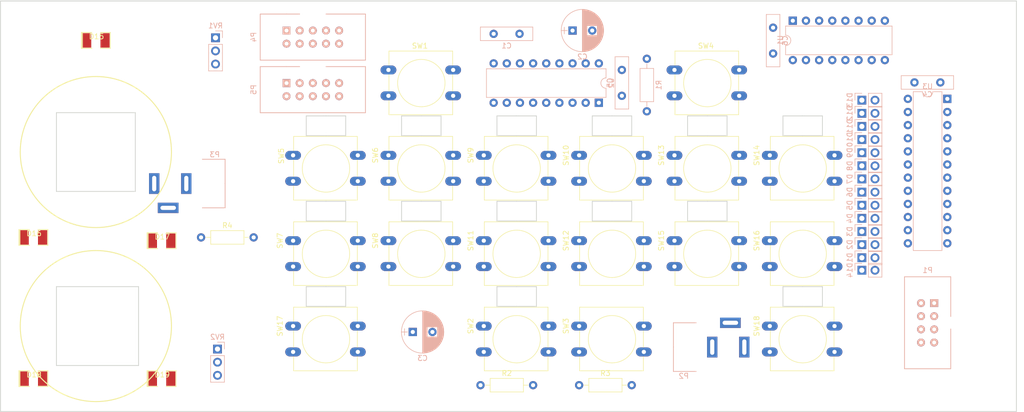
<source format=kicad_pcb>
(kicad_pcb (version 4) (host pcbnew 4.0.4-stable)

  (general
    (links 166)
    (no_connects 166)
    (area 31.039999 38.024999 227.405001 117.550001)
    (thickness 1.6)
    (drawings 108)
    (tracks 0)
    (zones 0)
    (modules 61)
    (nets 52)
  )

  (page A4)
  (layers
    (0 F.Cu signal)
    (31 B.Cu signal)
    (32 B.Adhes user)
    (33 F.Adhes user)
    (34 B.Paste user)
    (35 F.Paste user)
    (36 B.SilkS user)
    (37 F.SilkS user)
    (38 B.Mask user)
    (39 F.Mask user)
    (40 Dwgs.User user)
    (41 Cmts.User user)
    (42 Eco1.User user)
    (43 Eco2.User user)
    (44 Edge.Cuts user)
    (45 Margin user)
    (46 B.CrtYd user)
    (47 F.CrtYd user)
    (48 B.Fab user)
    (49 F.Fab user)
  )

  (setup
    (last_trace_width 0.25)
    (trace_clearance 0.2)
    (zone_clearance 0.508)
    (zone_45_only no)
    (trace_min 0.2)
    (segment_width 0.2)
    (edge_width 0.15)
    (via_size 0.6)
    (via_drill 0.4)
    (via_min_size 0.4)
    (via_min_drill 0.3)
    (uvia_size 0.3)
    (uvia_drill 0.1)
    (uvias_allowed no)
    (uvia_min_size 0.2)
    (uvia_min_drill 0.1)
    (pcb_text_width 0.3)
    (pcb_text_size 1.5 1.5)
    (mod_edge_width 0.15)
    (mod_text_size 1 1)
    (mod_text_width 0.15)
    (pad_size 1.524 1.524)
    (pad_drill 0.762)
    (pad_to_mask_clearance 0.2)
    (aux_axis_origin 0 0)
    (visible_elements 7FFFF7FF)
    (pcbplotparams
      (layerselection 0x00030_80000001)
      (usegerberextensions false)
      (excludeedgelayer true)
      (linewidth 0.100000)
      (plotframeref false)
      (viasonmask false)
      (mode 1)
      (useauxorigin false)
      (hpglpennumber 1)
      (hpglpenspeed 20)
      (hpglpendiameter 15)
      (hpglpenoverlay 2)
      (psnegative false)
      (psa4output false)
      (plotreference true)
      (plotvalue true)
      (plotinvisibletext false)
      (padsonsilk false)
      (subtractmaskfromsilk false)
      (outputformat 1)
      (mirror false)
      (drillshape 1)
      (scaleselection 1)
      (outputdirectory ""))
  )

  (net 0 "")
  (net 1 VCC)
  (net 2 GND)
  (net 3 "Net-(C2-Pad1)")
  (net 4 L1)
  (net 5 DIG0)
  (net 6 SEGG)
  (net 7 SEGF)
  (net 8 SEGE)
  (net 9 SEGD)
  (net 10 SEGC)
  (net 11 SEGB)
  (net 12 SEGA)
  (net 13 SEGDP)
  (net 14 DIG1)
  (net 15 D+)
  (net 16 "Net-(D15-Pad1)")
  (net 17 "Net-(D16-Pad1)")
  (net 18 "Net-(D17-Pad1)")
  (net 19 "Net-(D18-Pad1)")
  (net 20 L0)
  (net 21 L2)
  (net 22 L3)
  (net 23 CLOCK)
  (net 24 LATCH)
  (net 25 D-)
  (net 26 AL0)
  (net 27 AL1)
  (net 28 "Net-(P4-Pad3)")
  (net 29 "Net-(P4-Pad4)")
  (net 30 "Net-(P4-Pad5)")
  (net 31 "Net-(P4-Pad6)")
  (net 32 "Net-(P4-Pad7)")
  (net 33 "Net-(P4-Pad8)")
  (net 34 "Net-(P4-Pad9)")
  (net 35 "Net-(P4-Pad10)")
  (net 36 "Net-(R1-Pad2)")
  (net 37 "Net-(R2-Pad1)")
  (net 38 X1)
  (net 39 Y1)
  (net 40 X2)
  (net 41 X3)
  (net 42 X4)
  (net 43 Y2)
  (net 44 Y3)
  (net 45 Y4)
  (net 46 "Net-(U1-Pad4)")
  (net 47 "Net-(U1-Pad5)")
  (net 48 "Net-(U1-Pad6)")
  (net 49 "Net-(U1-Pad7)")
  (net 50 "Net-(C1-Pad1)")
  (net 51 "Net-(D19-Pad1)")

  (net_class Default "Esta es la clase de red por defecto."
    (clearance 0.2)
    (trace_width 0.25)
    (via_dia 0.6)
    (via_drill 0.4)
    (uvia_dia 0.3)
    (uvia_drill 0.1)
    (add_net AL0)
    (add_net AL1)
    (add_net CLOCK)
    (add_net D+)
    (add_net D-)
    (add_net DIG0)
    (add_net DIG1)
    (add_net GND)
    (add_net L0)
    (add_net L1)
    (add_net L2)
    (add_net L3)
    (add_net LATCH)
    (add_net "Net-(C1-Pad1)")
    (add_net "Net-(C2-Pad1)")
    (add_net "Net-(D15-Pad1)")
    (add_net "Net-(D16-Pad1)")
    (add_net "Net-(D17-Pad1)")
    (add_net "Net-(D18-Pad1)")
    (add_net "Net-(D19-Pad1)")
    (add_net "Net-(P4-Pad10)")
    (add_net "Net-(P4-Pad3)")
    (add_net "Net-(P4-Pad4)")
    (add_net "Net-(P4-Pad5)")
    (add_net "Net-(P4-Pad6)")
    (add_net "Net-(P4-Pad7)")
    (add_net "Net-(P4-Pad8)")
    (add_net "Net-(P4-Pad9)")
    (add_net "Net-(R1-Pad2)")
    (add_net "Net-(R2-Pad1)")
    (add_net "Net-(U1-Pad4)")
    (add_net "Net-(U1-Pad5)")
    (add_net "Net-(U1-Pad6)")
    (add_net "Net-(U1-Pad7)")
    (add_net SEGA)
    (add_net SEGB)
    (add_net SEGC)
    (add_net SEGD)
    (add_net SEGDP)
    (add_net SEGE)
    (add_net SEGF)
    (add_net SEGG)
    (add_net VCC)
    (add_net X1)
    (add_net X2)
    (add_net X3)
    (add_net X4)
    (add_net Y1)
    (add_net Y2)
    (add_net Y3)
    (add_net Y4)
  )

  (module avionica:LED-1210 (layer F.Cu) (tedit 597B7078) (tstamp 596F9820)
    (at 49.53 45.72)
    (tags "CMS SM")
    (path /59682439)
    (attr smd)
    (fp_text reference D15 (at 0.127 -0.762) (layer F.SilkS)
      (effects (font (size 1 1) (thickness 0.15)))
    )
    (fp_text value Led_Small (at 0 2.5) (layer F.Fab)
      (effects (font (size 1 1) (thickness 0.15)))
    )
    (fp_line (start -2.794 -1.524) (end -2.794 1.524) (layer F.SilkS) (width 0.15))
    (fp_line (start 0.889 1.524) (end 2.794 1.524) (layer F.SilkS) (width 0.15))
    (fp_line (start 2.794 1.524) (end 2.794 -1.524) (layer F.SilkS) (width 0.15))
    (fp_line (start 2.794 -1.524) (end 0.889 -1.524) (layer F.SilkS) (width 0.15))
    (fp_line (start -0.762 -1.524) (end -2.794 -1.524) (layer F.SilkS) (width 0.15))
    (fp_line (start -2.594 -1.524) (end -2.594 1.524) (layer F.SilkS) (width 0.15))
    (fp_line (start -2.794 1.524) (end -0.762 1.524) (layer F.SilkS) (width 0.15))
    (pad 1 smd rect (at -1.778 0) (size 1.778 2.794) (layers F.Cu F.Paste F.Mask)
      (net 16 "Net-(D15-Pad1)"))
    (pad 2 smd rect (at 1.778 0) (size 1.778 2.794) (layers F.Cu F.Paste F.Mask)
      (net 15 D+))
    (model SMD_Packages.3dshapes/SMD-1210_Pol.wrl
      (at (xyz 0 0 0))
      (scale (xyz 0.2 0.2 0.2))
      (rotate (xyz 0 0 0))
    )
  )

  (module avionica:LED-1210 (layer F.Cu) (tedit 597B7072) (tstamp 596F982D)
    (at 37.465 83.82)
    (tags "CMS SM")
    (path /59687653)
    (attr smd)
    (fp_text reference D16 (at 0.127 -0.762) (layer F.SilkS)
      (effects (font (size 1 1) (thickness 0.15)))
    )
    (fp_text value Led_Small (at 0 2.5) (layer F.Fab)
      (effects (font (size 1 1) (thickness 0.15)))
    )
    (fp_line (start -2.794 -1.524) (end -2.794 1.524) (layer F.SilkS) (width 0.15))
    (fp_line (start 0.889 1.524) (end 2.794 1.524) (layer F.SilkS) (width 0.15))
    (fp_line (start 2.794 1.524) (end 2.794 -1.524) (layer F.SilkS) (width 0.15))
    (fp_line (start 2.794 -1.524) (end 0.889 -1.524) (layer F.SilkS) (width 0.15))
    (fp_line (start -0.762 -1.524) (end -2.794 -1.524) (layer F.SilkS) (width 0.15))
    (fp_line (start -2.594 -1.524) (end -2.594 1.524) (layer F.SilkS) (width 0.15))
    (fp_line (start -2.794 1.524) (end -0.762 1.524) (layer F.SilkS) (width 0.15))
    (pad 1 smd rect (at -1.778 0) (size 1.778 2.794) (layers F.Cu F.Paste F.Mask)
      (net 17 "Net-(D16-Pad1)"))
    (pad 2 smd rect (at 1.778 0) (size 1.778 2.794) (layers F.Cu F.Paste F.Mask)
      (net 16 "Net-(D15-Pad1)"))
    (model SMD_Packages.3dshapes/SMD-1210_Pol.wrl
      (at (xyz 0 0 0))
      (scale (xyz 0.2 0.2 0.2))
      (rotate (xyz 0 0 0))
    )
  )

  (module avionica:LED-1210 (layer F.Cu) (tedit 597B706E) (tstamp 596F983A)
    (at 62.23 84.455)
    (tags "CMS SM")
    (path /5968770B)
    (attr smd)
    (fp_text reference D17 (at 0.127 -0.762) (layer F.SilkS)
      (effects (font (size 1 1) (thickness 0.15)))
    )
    (fp_text value Led_Small (at 0 2.5) (layer F.Fab)
      (effects (font (size 1 1) (thickness 0.15)))
    )
    (fp_line (start -2.794 -1.524) (end -2.794 1.524) (layer F.SilkS) (width 0.15))
    (fp_line (start 0.889 1.524) (end 2.794 1.524) (layer F.SilkS) (width 0.15))
    (fp_line (start 2.794 1.524) (end 2.794 -1.524) (layer F.SilkS) (width 0.15))
    (fp_line (start 2.794 -1.524) (end 0.889 -1.524) (layer F.SilkS) (width 0.15))
    (fp_line (start -0.762 -1.524) (end -2.794 -1.524) (layer F.SilkS) (width 0.15))
    (fp_line (start -2.594 -1.524) (end -2.594 1.524) (layer F.SilkS) (width 0.15))
    (fp_line (start -2.794 1.524) (end -0.762 1.524) (layer F.SilkS) (width 0.15))
    (pad 1 smd rect (at -1.778 0) (size 1.778 2.794) (layers F.Cu F.Paste F.Mask)
      (net 18 "Net-(D17-Pad1)"))
    (pad 2 smd rect (at 1.778 0) (size 1.778 2.794) (layers F.Cu F.Paste F.Mask)
      (net 17 "Net-(D16-Pad1)"))
    (model SMD_Packages.3dshapes/SMD-1210_Pol.wrl
      (at (xyz 0 0 0))
      (scale (xyz 0.2 0.2 0.2))
      (rotate (xyz 0 0 0))
    )
  )

  (module avionica:LED-1210 (layer F.Cu) (tedit 597B7069) (tstamp 596F9847)
    (at 37.465 111.125)
    (tags "CMS SM")
    (path /59689C60)
    (attr smd)
    (fp_text reference D18 (at 0.127 -0.762) (layer F.SilkS)
      (effects (font (size 1 1) (thickness 0.15)))
    )
    (fp_text value Led_Small (at 0 2.5) (layer F.Fab)
      (effects (font (size 1 1) (thickness 0.15)))
    )
    (fp_line (start -2.794 -1.524) (end -2.794 1.524) (layer F.SilkS) (width 0.15))
    (fp_line (start 0.889 1.524) (end 2.794 1.524) (layer F.SilkS) (width 0.15))
    (fp_line (start 2.794 1.524) (end 2.794 -1.524) (layer F.SilkS) (width 0.15))
    (fp_line (start 2.794 -1.524) (end 0.889 -1.524) (layer F.SilkS) (width 0.15))
    (fp_line (start -0.762 -1.524) (end -2.794 -1.524) (layer F.SilkS) (width 0.15))
    (fp_line (start -2.594 -1.524) (end -2.594 1.524) (layer F.SilkS) (width 0.15))
    (fp_line (start -2.794 1.524) (end -0.762 1.524) (layer F.SilkS) (width 0.15))
    (pad 1 smd rect (at -1.778 0) (size 1.778 2.794) (layers F.Cu F.Paste F.Mask)
      (net 19 "Net-(D18-Pad1)"))
    (pad 2 smd rect (at 1.778 0) (size 1.778 2.794) (layers F.Cu F.Paste F.Mask)
      (net 18 "Net-(D17-Pad1)"))
    (model SMD_Packages.3dshapes/SMD-1210_Pol.wrl
      (at (xyz 0 0 0))
      (scale (xyz 0.2 0.2 0.2))
      (rotate (xyz 0 0 0))
    )
  )

  (module avionica:LED-1210 (layer F.Cu) (tedit 597B7065) (tstamp 596F9854)
    (at 62.23 111.125)
    (tags "CMS SM")
    (path /59689D1E)
    (attr smd)
    (fp_text reference D19 (at 0.127 -0.762) (layer F.SilkS)
      (effects (font (size 1 1) (thickness 0.15)))
    )
    (fp_text value Led_Small (at 0 2.5) (layer F.Fab)
      (effects (font (size 1 1) (thickness 0.15)))
    )
    (fp_line (start -2.794 -1.524) (end -2.794 1.524) (layer F.SilkS) (width 0.15))
    (fp_line (start 0.889 1.524) (end 2.794 1.524) (layer F.SilkS) (width 0.15))
    (fp_line (start 2.794 1.524) (end 2.794 -1.524) (layer F.SilkS) (width 0.15))
    (fp_line (start 2.794 -1.524) (end 0.889 -1.524) (layer F.SilkS) (width 0.15))
    (fp_line (start -0.762 -1.524) (end -2.794 -1.524) (layer F.SilkS) (width 0.15))
    (fp_line (start -2.594 -1.524) (end -2.594 1.524) (layer F.SilkS) (width 0.15))
    (fp_line (start -2.794 1.524) (end -0.762 1.524) (layer F.SilkS) (width 0.15))
    (pad 1 smd rect (at -1.778 0) (size 1.778 2.794) (layers F.Cu F.Paste F.Mask)
      (net 51 "Net-(D19-Pad1)"))
    (pad 2 smd rect (at 1.778 0) (size 1.778 2.794) (layers F.Cu F.Paste F.Mask)
      (net 19 "Net-(D18-Pad1)"))
    (model SMD_Packages.3dshapes/SMD-1210_Pol.wrl
      (at (xyz 0 0 0))
      (scale (xyz 0.2 0.2 0.2))
      (rotate (xyz 0 0 0))
    )
  )

  (module avionica:idc-8p (layer B.Cu) (tedit 5873D8C6) (tstamp 596F9865)
    (at 211.455 96.52 180)
    (path /59513817)
    (fp_text reference P1 (at 1.27 6.35 180) (layer B.SilkS)
      (effects (font (size 1 1) (thickness 0.15)) (justify mirror))
    )
    (fp_text value CONN_02X04 (at 1.27 -13.97 180) (layer B.Fab)
      (effects (font (size 1 1) (thickness 0.15)) (justify mirror))
    )
    (fp_line (start -3.2 -2.6) (end -3.2 5.1) (layer B.SilkS) (width 0.15))
    (fp_line (start -3.2 -12.7) (end -3.2 -5) (layer B.SilkS) (width 0.15))
    (fp_line (start 5.725 -12.7) (end 5.725 5.08) (layer B.SilkS) (width 0.15))
    (fp_line (start 5.715 5.08) (end -3.175 5.08) (layer B.SilkS) (width 0.15))
    (fp_line (start -3.175 -12.7) (end 5.715 -12.7) (layer B.SilkS) (width 0.15))
    (pad 1 thru_hole rect (at 0 0 180) (size 1.524 1.524) (drill 0.762) (layers *.Cu *.Mask B.SilkS)
      (net 2 GND))
    (pad 2 thru_hole circle (at 2.54 0 180) (size 1.524 1.524) (drill 0.762) (layers *.Cu *.Mask B.SilkS)
      (net 20 L0))
    (pad 3 thru_hole circle (at 0 -2.54 180) (size 1.524 1.524) (drill 0.762) (layers *.Cu *.Mask B.SilkS)
      (net 4 L1))
    (pad 4 thru_hole circle (at 2.54 -2.54 180) (size 1.524 1.524) (drill 0.762) (layers *.Cu *.Mask B.SilkS)
      (net 21 L2))
    (pad 5 thru_hole circle (at 0 -5.08 180) (size 1.524 1.524) (drill 0.762) (layers *.Cu *.Mask B.SilkS)
      (net 22 L3))
    (pad 6 thru_hole circle (at 2.54 -5.08 180) (size 1.524 1.524) (drill 0.762) (layers *.Cu *.Mask B.SilkS)
      (net 23 CLOCK))
    (pad 7 thru_hole circle (at 0 -7.62 180) (size 1.524 1.524) (drill 0.762) (layers *.Cu *.Mask B.SilkS)
      (net 24 LATCH))
    (pad 8 thru_hole circle (at 2.54 -7.62 180) (size 1.524 1.524) (drill 0.762) (layers *.Cu *.Mask B.SilkS)
      (net 2 GND))
    (model ${KIPRJMOD}/../../modules/packages3d/avionica.3dshapes/idc-8p.wrl
      (at (xyz 0.05 -0.15 0))
      (scale (xyz 1 1 1))
      (rotate (xyz 0 0 90))
    )
  )

  (module avionica:Jack_55_21 (layer B.Cu) (tedit 586E76F4) (tstamp 596F9870)
    (at 172.085 100.33)
    (path /5968BBC7)
    (fp_text reference P2 (at -9 10.3) (layer B.SilkS)
      (effects (font (size 1 1) (thickness 0.15)) (justify mirror))
    )
    (fp_text value CONN_01X03 (at 0 -4.445) (layer B.Fab)
      (effects (font (size 1 1) (thickness 0.15)) (justify mirror))
    )
    (fp_line (start -11 4.7) (end -11 9.4) (layer B.SilkS) (width 0.15))
    (fp_line (start -11 9.4) (end -6.6 9.4) (layer B.SilkS) (width 0.15))
    (fp_line (start -11 0) (end -11 4.7) (layer B.SilkS) (width 0.15))
    (fp_line (start -11 0) (end -6.6 0) (layer B.SilkS) (width 0.15))
    (pad 3 thru_hole rect (at -3.5 4.7) (size 2 4) (drill oval 0.8 3) (layers *.Cu *.Mask)
      (net 2 GND))
    (pad 1 thru_hole rect (at 2.7 4.7) (size 2 4) (drill oval 0.8 3) (layers *.Cu *.Mask)
      (net 1 VCC))
    (pad 2 thru_hole rect (at 0 0) (size 4 2) (drill oval 3 0.8) (layers *.Cu *.Mask)
      (net 2 GND))
    (model ${KIPRJMOD}/../../modules/packages3d/avionica.3dshapes/jack_55_21.wrl
      (at (xyz -0.14 0.19 0))
      (scale (xyz 1 1 1))
      (rotate (xyz 0 0 90))
    )
  )

  (module avionica:Jack_55_21 (layer B.Cu) (tedit 586E76F4) (tstamp 596F987B)
    (at 63.5 78.105 180)
    (path /5968BDE2)
    (fp_text reference P3 (at -9 10.3 180) (layer B.SilkS)
      (effects (font (size 1 1) (thickness 0.15)) (justify mirror))
    )
    (fp_text value CONN_01X03 (at 0 -4.445 180) (layer B.Fab)
      (effects (font (size 1 1) (thickness 0.15)) (justify mirror))
    )
    (fp_line (start -11 4.7) (end -11 9.4) (layer B.SilkS) (width 0.15))
    (fp_line (start -11 9.4) (end -6.6 9.4) (layer B.SilkS) (width 0.15))
    (fp_line (start -11 0) (end -11 4.7) (layer B.SilkS) (width 0.15))
    (fp_line (start -11 0) (end -6.6 0) (layer B.SilkS) (width 0.15))
    (pad 3 thru_hole rect (at -3.5 4.7 180) (size 2 4) (drill oval 0.8 3) (layers *.Cu *.Mask)
      (net 25 D-))
    (pad 1 thru_hole rect (at 2.7 4.7 180) (size 2 4) (drill oval 0.8 3) (layers *.Cu *.Mask)
      (net 15 D+))
    (pad 2 thru_hole rect (at 0 0 180) (size 4 2) (drill oval 3 0.8) (layers *.Cu *.Mask)
      (net 25 D-))
    (model ${KIPRJMOD}/../../modules/packages3d/avionica.3dshapes/jack_55_21.wrl
      (at (xyz -0.14 0.19 0))
      (scale (xyz 1 1 1))
      (rotate (xyz 0 0 90))
    )
  )

  (module avionica:idc-10p (layer B.Cu) (tedit 56CB6FF7) (tstamp 596F988F)
    (at 86.36 43.815 270)
    (path /59661802)
    (fp_text reference P4 (at 1.27 6.35 270) (layer B.SilkS)
      (effects (font (size 1 1) (thickness 0.15)) (justify mirror))
    )
    (fp_text value CONN_02X05 (at 1.27 -16.51 270) (layer B.Fab)
      (effects (font (size 1 1) (thickness 0.15)) (justify mirror))
    )
    (fp_line (start -3.185 0) (end -3.185 -2.54) (layer B.SilkS) (width 0.15))
    (fp_line (start -3.185 0) (end -3.185 5.08) (layer B.SilkS) (width 0.15))
    (fp_line (start 5.715 5.08) (end -3.175 5.08) (layer B.SilkS) (width 0.15))
    (fp_line (start 5.725 5.08) (end 5.725 -15.24) (layer B.SilkS) (width 0.15))
    (fp_line (start -3.175 -15.24) (end 5.715 -15.24) (layer B.SilkS) (width 0.15))
    (fp_line (start -3.185 -15.24) (end -3.185 -7.62) (layer B.SilkS) (width 0.15))
    (pad 1 thru_hole rect (at 0 0 270) (size 1.524 1.524) (drill 0.762) (layers *.Cu *.Mask B.SilkS)
      (net 26 AL0))
    (pad 2 thru_hole circle (at 2.54 0 270) (size 1.524 1.524) (drill 0.762) (layers *.Cu *.Mask B.SilkS)
      (net 27 AL1))
    (pad 3 thru_hole circle (at 0 -2.54 270) (size 1.524 1.524) (drill 0.762) (layers *.Cu *.Mask B.SilkS)
      (net 28 "Net-(P4-Pad3)"))
    (pad 4 thru_hole circle (at 2.54 -2.54 270) (size 1.524 1.524) (drill 0.762) (layers *.Cu *.Mask B.SilkS)
      (net 29 "Net-(P4-Pad4)"))
    (pad 5 thru_hole circle (at 0 -5.08 270) (size 1.524 1.524) (drill 0.762) (layers *.Cu *.Mask B.SilkS)
      (net 30 "Net-(P4-Pad5)"))
    (pad 6 thru_hole circle (at 2.54 -5.08 270) (size 1.524 1.524) (drill 0.762) (layers *.Cu *.Mask B.SilkS)
      (net 31 "Net-(P4-Pad6)"))
    (pad 7 thru_hole circle (at 0 -7.62 270) (size 1.524 1.524) (drill 0.762) (layers *.Cu *.Mask B.SilkS)
      (net 32 "Net-(P4-Pad7)"))
    (pad 8 thru_hole circle (at 2.54 -7.62 270) (size 1.524 1.524) (drill 0.762) (layers *.Cu *.Mask B.SilkS)
      (net 33 "Net-(P4-Pad8)"))
    (pad 9 thru_hole circle (at 0 -10.16 270) (size 1.524 1.524) (drill 0.762) (layers *.Cu *.Mask B.SilkS)
      (net 34 "Net-(P4-Pad9)"))
    (pad 10 thru_hole circle (at 2.54 -10.16 270) (size 1.524 1.524) (drill 0.762) (layers *.Cu *.Mask B.SilkS)
      (net 35 "Net-(P4-Pad10)"))
    (model ${KIPRJMOD}/../../modules/packages3d/avionica.3dshapes/idc-10p.wrl
      (at (xyz 0.05 -0.2 0))
      (scale (xyz 1 1 1))
      (rotate (xyz 0 0 90))
    )
  )

  (module avionica:idc-10p (layer B.Cu) (tedit 56CB6FF7) (tstamp 596F98A3)
    (at 86.36 53.975 270)
    (path /59662972)
    (fp_text reference P5 (at 1.27 6.35 270) (layer B.SilkS)
      (effects (font (size 1 1) (thickness 0.15)) (justify mirror))
    )
    (fp_text value CONN_02X05 (at 1.27 -16.51 270) (layer B.Fab)
      (effects (font (size 1 1) (thickness 0.15)) (justify mirror))
    )
    (fp_line (start -3.185 0) (end -3.185 -2.54) (layer B.SilkS) (width 0.15))
    (fp_line (start -3.185 0) (end -3.185 5.08) (layer B.SilkS) (width 0.15))
    (fp_line (start 5.715 5.08) (end -3.175 5.08) (layer B.SilkS) (width 0.15))
    (fp_line (start 5.725 5.08) (end 5.725 -15.24) (layer B.SilkS) (width 0.15))
    (fp_line (start -3.175 -15.24) (end 5.715 -15.24) (layer B.SilkS) (width 0.15))
    (fp_line (start -3.185 -15.24) (end -3.185 -7.62) (layer B.SilkS) (width 0.15))
    (pad 1 thru_hole rect (at 0 0 270) (size 1.524 1.524) (drill 0.762) (layers *.Cu *.Mask B.SilkS)
      (net 28 "Net-(P4-Pad3)"))
    (pad 2 thru_hole circle (at 2.54 0 270) (size 1.524 1.524) (drill 0.762) (layers *.Cu *.Mask B.SilkS)
      (net 29 "Net-(P4-Pad4)"))
    (pad 3 thru_hole circle (at 0 -2.54 270) (size 1.524 1.524) (drill 0.762) (layers *.Cu *.Mask B.SilkS)
      (net 30 "Net-(P4-Pad5)"))
    (pad 4 thru_hole circle (at 2.54 -2.54 270) (size 1.524 1.524) (drill 0.762) (layers *.Cu *.Mask B.SilkS)
      (net 31 "Net-(P4-Pad6)"))
    (pad 5 thru_hole circle (at 0 -5.08 270) (size 1.524 1.524) (drill 0.762) (layers *.Cu *.Mask B.SilkS)
      (net 32 "Net-(P4-Pad7)"))
    (pad 6 thru_hole circle (at 2.54 -5.08 270) (size 1.524 1.524) (drill 0.762) (layers *.Cu *.Mask B.SilkS)
      (net 33 "Net-(P4-Pad8)"))
    (pad 7 thru_hole circle (at 0 -7.62 270) (size 1.524 1.524) (drill 0.762) (layers *.Cu *.Mask B.SilkS)
      (net 34 "Net-(P4-Pad9)"))
    (pad 8 thru_hole circle (at 2.54 -7.62 270) (size 1.524 1.524) (drill 0.762) (layers *.Cu *.Mask B.SilkS)
      (net 35 "Net-(P4-Pad10)"))
    (pad 9 thru_hole circle (at 0 -10.16 270) (size 1.524 1.524) (drill 0.762) (layers *.Cu *.Mask B.SilkS))
    (pad 10 thru_hole circle (at 2.54 -10.16 270) (size 1.524 1.524) (drill 0.762) (layers *.Cu *.Mask B.SilkS))
    (model ${KIPRJMOD}/../../modules/packages3d/avionica.3dshapes/idc-10p.wrl
      (at (xyz 0.05 -0.2 0))
      (scale (xyz 1 1 1))
      (rotate (xyz 0 0 90))
    )
  )

  (module avionica:DIP-16 (layer B.Cu) (tedit 5968A2CD) (tstamp 596F9B21)
    (at 184.15 41.91 270)
    (descr "16-lead dip package, row spacing 7.62 mm (300 mils)")
    (tags "DIL DIP PDIP 2.54mm 7.62mm 300mil")
    (path /5951350C)
    (fp_text reference U1 (at 3.81 2.39 270) (layer B.SilkS)
      (effects (font (size 1 1) (thickness 0.15)) (justify mirror))
    )
    (fp_text value CD4021 (at 3.81 -20.17 270) (layer B.Fab)
      (effects (font (size 1 1) (thickness 0.15)) (justify mirror))
    )
    (fp_text user %R (at 3.81 -8.89 270) (layer B.Fab)
      (effects (font (size 1 1) (thickness 0.15)) (justify mirror))
    )
    (fp_line (start 1.635 1.27) (end 6.985 1.27) (layer B.Fab) (width 0.1))
    (fp_line (start 6.985 1.27) (end 6.985 -19.05) (layer B.Fab) (width 0.1))
    (fp_line (start 6.985 -19.05) (end 0.635 -19.05) (layer B.Fab) (width 0.1))
    (fp_line (start 0.635 -19.05) (end 0.635 0.27) (layer B.Fab) (width 0.1))
    (fp_line (start 0.635 0.27) (end 1.635 1.27) (layer B.Fab) (width 0.1))
    (fp_line (start 2.81 1.39) (end 1.04 1.39) (layer B.SilkS) (width 0.12))
    (fp_line (start 1.04 1.39) (end 1.04 -19.17) (layer B.SilkS) (width 0.12))
    (fp_line (start 1.04 -19.17) (end 6.58 -19.17) (layer B.SilkS) (width 0.12))
    (fp_line (start 6.58 -19.17) (end 6.58 1.39) (layer B.SilkS) (width 0.12))
    (fp_line (start 6.58 1.39) (end 4.81 1.39) (layer B.SilkS) (width 0.12))
    (fp_line (start -1.1 1.6) (end -1.1 -19.3) (layer B.CrtYd) (width 0.05))
    (fp_line (start -1.1 -19.3) (end 8.7 -19.3) (layer B.CrtYd) (width 0.05))
    (fp_line (start 8.7 -19.3) (end 8.7 1.6) (layer B.CrtYd) (width 0.05))
    (fp_line (start 8.7 1.6) (end -1.1 1.6) (layer B.CrtYd) (width 0.05))
    (fp_arc (start 3.81 1.39) (end 2.81 1.39) (angle 180) (layer B.SilkS) (width 0.12))
    (pad 1 thru_hole rect (at 0 0 270) (size 1.6 1.6) (drill 0.8) (layers *.Cu *.Mask)
      (net 2 GND))
    (pad 9 thru_hole oval (at 7.62 -17.78 270) (size 1.6 1.6) (drill 0.8) (layers *.Cu *.Mask)
      (net 24 LATCH))
    (pad 2 thru_hole oval (at 0 -2.54 270) (size 1.6 1.6) (drill 0.8) (layers *.Cu *.Mask))
    (pad 10 thru_hole oval (at 7.62 -15.24 270) (size 1.6 1.6) (drill 0.8) (layers *.Cu *.Mask)
      (net 23 CLOCK))
    (pad 3 thru_hole oval (at 0 -5.08 270) (size 1.6 1.6) (drill 0.8) (layers *.Cu *.Mask)
      (net 20 L0))
    (pad 11 thru_hole oval (at 7.62 -12.7 270) (size 1.6 1.6) (drill 0.8) (layers *.Cu *.Mask)
      (net 2 GND))
    (pad 4 thru_hole oval (at 0 -7.62 270) (size 1.6 1.6) (drill 0.8) (layers *.Cu *.Mask)
      (net 46 "Net-(U1-Pad4)"))
    (pad 12 thru_hole oval (at 7.62 -10.16 270) (size 1.6 1.6) (drill 0.8) (layers *.Cu *.Mask))
    (pad 5 thru_hole oval (at 0 -10.16 270) (size 1.6 1.6) (drill 0.8) (layers *.Cu *.Mask)
      (net 47 "Net-(U1-Pad5)"))
    (pad 13 thru_hole oval (at 7.62 -7.62 270) (size 1.6 1.6) (drill 0.8) (layers *.Cu *.Mask)
      (net 2 GND))
    (pad 6 thru_hole oval (at 0 -12.7 270) (size 1.6 1.6) (drill 0.8) (layers *.Cu *.Mask)
      (net 48 "Net-(U1-Pad6)"))
    (pad 14 thru_hole oval (at 7.62 -5.08 270) (size 1.6 1.6) (drill 0.8) (layers *.Cu *.Mask)
      (net 2 GND))
    (pad 7 thru_hole oval (at 0 -15.24 270) (size 1.6 1.6) (drill 0.8) (layers *.Cu *.Mask)
      (net 49 "Net-(U1-Pad7)"))
    (pad 15 thru_hole oval (at 7.62 -2.54 270) (size 1.6 1.6) (drill 0.8) (layers *.Cu *.Mask)
      (net 2 GND))
    (pad 8 thru_hole oval (at 0 -17.78 270) (size 1.6 1.6) (drill 0.8) (layers *.Cu *.Mask)
      (net 2 GND))
    (pad 16 thru_hole oval (at 7.62 0 270) (size 1.6 1.6) (drill 0.8) (layers *.Cu *.Mask)
      (net 1 VCC))
    (model ${KISYS3DMOD}/Housings_DIP.3dshapes/DIP-16_W7.62mm.wrl
      (at (xyz 0 0 0))
      (scale (xyz 1 1 1))
      (rotate (xyz 0 0 0))
    )
  )

  (module avionica:DIP-18 (layer B.Cu) (tedit 5968A2F4) (tstamp 596F9B47)
    (at 146.685 57.785 90)
    (descr "18-lead dip package, row spacing 7.62 mm (300 mils)")
    (tags "DIL DIP PDIP 2.54mm 7.62mm 300mil")
    (path /59513451)
    (fp_text reference U2 (at 3.81 2.39 90) (layer B.SilkS)
      (effects (font (size 1 1) (thickness 0.15)) (justify mirror))
    )
    (fp_text value 74922 (at 3.81 -22.71 90) (layer B.Fab)
      (effects (font (size 1 1) (thickness 0.15)) (justify mirror))
    )
    (fp_text user %R (at 3.81 -10.16 90) (layer B.Fab)
      (effects (font (size 1 1) (thickness 0.15)) (justify mirror))
    )
    (fp_line (start 1.635 1.27) (end 6.985 1.27) (layer B.Fab) (width 0.1))
    (fp_line (start 6.985 1.27) (end 6.985 -21.59) (layer B.Fab) (width 0.1))
    (fp_line (start 6.985 -21.59) (end 0.635 -21.59) (layer B.Fab) (width 0.1))
    (fp_line (start 0.635 -21.59) (end 0.635 0.27) (layer B.Fab) (width 0.1))
    (fp_line (start 0.635 0.27) (end 1.635 1.27) (layer B.Fab) (width 0.1))
    (fp_line (start 2.81 1.39) (end 1.04 1.39) (layer B.SilkS) (width 0.12))
    (fp_line (start 1.04 1.39) (end 1.04 -21.71) (layer B.SilkS) (width 0.12))
    (fp_line (start 1.04 -21.71) (end 6.58 -21.71) (layer B.SilkS) (width 0.12))
    (fp_line (start 6.58 -21.71) (end 6.58 1.39) (layer B.SilkS) (width 0.12))
    (fp_line (start 6.58 1.39) (end 4.81 1.39) (layer B.SilkS) (width 0.12))
    (fp_line (start -1.1 1.6) (end -1.1 -21.9) (layer B.CrtYd) (width 0.05))
    (fp_line (start -1.1 -21.9) (end 8.7 -21.9) (layer B.CrtYd) (width 0.05))
    (fp_line (start 8.7 -21.9) (end 8.7 1.6) (layer B.CrtYd) (width 0.05))
    (fp_line (start 8.7 1.6) (end -1.1 1.6) (layer B.CrtYd) (width 0.05))
    (fp_arc (start 3.81 1.39) (end 2.81 1.39) (angle 180) (layer B.SilkS) (width 0.12))
    (pad 1 thru_hole rect (at 0 0 90) (size 1.6 1.6) (drill 0.8) (layers *.Cu *.Mask)
      (net 39 Y1))
    (pad 10 thru_hole oval (at 7.62 -20.32 90) (size 1.6 1.6) (drill 0.8) (layers *.Cu *.Mask)
      (net 40 X2))
    (pad 2 thru_hole oval (at 0 -2.54 90) (size 1.6 1.6) (drill 0.8) (layers *.Cu *.Mask)
      (net 43 Y2))
    (pad 11 thru_hole oval (at 7.62 -17.78 90) (size 1.6 1.6) (drill 0.8) (layers *.Cu *.Mask)
      (net 38 X1))
    (pad 3 thru_hole oval (at 0 -5.08 90) (size 1.6 1.6) (drill 0.8) (layers *.Cu *.Mask)
      (net 44 Y3))
    (pad 12 thru_hole oval (at 7.62 -15.24 90) (size 1.6 1.6) (drill 0.8) (layers *.Cu *.Mask)
      (net 21 L2))
    (pad 4 thru_hole oval (at 0 -7.62 90) (size 1.6 1.6) (drill 0.8) (layers *.Cu *.Mask)
      (net 45 Y4))
    (pad 13 thru_hole oval (at 7.62 -12.7 90) (size 1.6 1.6) (drill 0.8) (layers *.Cu *.Mask)
      (net 2 GND))
    (pad 5 thru_hole oval (at 0 -10.16 90) (size 1.6 1.6) (drill 0.8) (layers *.Cu *.Mask)
      (net 50 "Net-(C1-Pad1)"))
    (pad 14 thru_hole oval (at 7.62 -10.16 90) (size 1.6 1.6) (drill 0.8) (layers *.Cu *.Mask)
      (net 46 "Net-(U1-Pad4)"))
    (pad 6 thru_hole oval (at 0 -12.7 90) (size 1.6 1.6) (drill 0.8) (layers *.Cu *.Mask)
      (net 3 "Net-(C2-Pad1)"))
    (pad 15 thru_hole oval (at 7.62 -7.62 90) (size 1.6 1.6) (drill 0.8) (layers *.Cu *.Mask)
      (net 47 "Net-(U1-Pad5)"))
    (pad 7 thru_hole oval (at 0 -15.24 90) (size 1.6 1.6) (drill 0.8) (layers *.Cu *.Mask)
      (net 42 X4))
    (pad 16 thru_hole oval (at 7.62 -5.08 90) (size 1.6 1.6) (drill 0.8) (layers *.Cu *.Mask)
      (net 48 "Net-(U1-Pad6)"))
    (pad 8 thru_hole oval (at 0 -17.78 90) (size 1.6 1.6) (drill 0.8) (layers *.Cu *.Mask)
      (net 41 X3))
    (pad 17 thru_hole oval (at 7.62 -2.54 90) (size 1.6 1.6) (drill 0.8) (layers *.Cu *.Mask)
      (net 49 "Net-(U1-Pad7)"))
    (pad 9 thru_hole oval (at 0 -20.32 90) (size 1.6 1.6) (drill 0.8) (layers *.Cu *.Mask)
      (net 2 GND))
    (pad 18 thru_hole oval (at 7.62 0 90) (size 1.6 1.6) (drill 0.8) (layers *.Cu *.Mask)
      (net 1 VCC))
    (model ${KISYS3DMOD}/Housings_DIP.3dshapes/DIP-18_W7.62mm.wrl
      (at (xyz 0 0 0))
      (scale (xyz 1 1 1))
      (rotate (xyz 0 0 0))
    )
  )

  (module avionica:DIP-24 (layer B.Cu) (tedit 5968A2A5) (tstamp 596F9B73)
    (at 213.995 57.023 180)
    (descr "24-lead dip package, row spacing 7.62 mm (300 mils)")
    (tags "DIL DIP PDIP 2.54mm 7.62mm 300mil")
    (path /595133BC)
    (fp_text reference U3 (at 3.81 2.39 180) (layer B.SilkS)
      (effects (font (size 1 1) (thickness 0.15)) (justify mirror))
    )
    (fp_text value MAX7219 (at 3.81 -30.33 180) (layer B.Fab)
      (effects (font (size 1 1) (thickness 0.15)) (justify mirror))
    )
    (fp_text user %R (at 3.81 -13.97 180) (layer B.Fab)
      (effects (font (size 1 1) (thickness 0.15)) (justify mirror))
    )
    (fp_line (start 1.635 1.27) (end 6.985 1.27) (layer B.Fab) (width 0.1))
    (fp_line (start 6.985 1.27) (end 6.985 -29.21) (layer B.Fab) (width 0.1))
    (fp_line (start 6.985 -29.21) (end 0.635 -29.21) (layer B.Fab) (width 0.1))
    (fp_line (start 0.635 -29.21) (end 0.635 0.27) (layer B.Fab) (width 0.1))
    (fp_line (start 0.635 0.27) (end 1.635 1.27) (layer B.Fab) (width 0.1))
    (fp_line (start 2.81 1.39) (end 1.04 1.39) (layer B.SilkS) (width 0.12))
    (fp_line (start 1.04 1.39) (end 1.04 -29.33) (layer B.SilkS) (width 0.12))
    (fp_line (start 1.04 -29.33) (end 6.58 -29.33) (layer B.SilkS) (width 0.12))
    (fp_line (start 6.58 -29.33) (end 6.58 1.39) (layer B.SilkS) (width 0.12))
    (fp_line (start 6.58 1.39) (end 4.81 1.39) (layer B.SilkS) (width 0.12))
    (fp_line (start -1.1 1.6) (end -1.1 -29.5) (layer B.CrtYd) (width 0.05))
    (fp_line (start -1.1 -29.5) (end 8.7 -29.5) (layer B.CrtYd) (width 0.05))
    (fp_line (start 8.7 -29.5) (end 8.7 1.6) (layer B.CrtYd) (width 0.05))
    (fp_line (start 8.7 1.6) (end -1.1 1.6) (layer B.CrtYd) (width 0.05))
    (fp_arc (start 3.81 1.39) (end 2.81 1.39) (angle 180) (layer B.SilkS) (width 0.12))
    (pad 1 thru_hole rect (at 0 0 180) (size 1.6 1.6) (drill 0.8) (layers *.Cu *.Mask)
      (net 22 L3))
    (pad 13 thru_hole oval (at 7.62 -27.94 180) (size 1.6 1.6) (drill 0.8) (layers *.Cu *.Mask)
      (net 23 CLOCK))
    (pad 2 thru_hole oval (at 0 -2.54 180) (size 1.6 1.6) (drill 0.8) (layers *.Cu *.Mask)
      (net 5 DIG0))
    (pad 14 thru_hole oval (at 7.62 -25.4 180) (size 1.6 1.6) (drill 0.8) (layers *.Cu *.Mask)
      (net 12 SEGA))
    (pad 3 thru_hole oval (at 0 -5.08 180) (size 1.6 1.6) (drill 0.8) (layers *.Cu *.Mask))
    (pad 15 thru_hole oval (at 7.62 -22.86 180) (size 1.6 1.6) (drill 0.8) (layers *.Cu *.Mask)
      (net 7 SEGF))
    (pad 4 thru_hole oval (at 0 -7.62 180) (size 1.6 1.6) (drill 0.8) (layers *.Cu *.Mask)
      (net 2 GND))
    (pad 16 thru_hole oval (at 7.62 -20.32 180) (size 1.6 1.6) (drill 0.8) (layers *.Cu *.Mask)
      (net 11 SEGB))
    (pad 5 thru_hole oval (at 0 -10.16 180) (size 1.6 1.6) (drill 0.8) (layers *.Cu *.Mask))
    (pad 17 thru_hole oval (at 7.62 -17.78 180) (size 1.6 1.6) (drill 0.8) (layers *.Cu *.Mask)
      (net 6 SEGG))
    (pad 6 thru_hole oval (at 0 -12.7 180) (size 1.6 1.6) (drill 0.8) (layers *.Cu *.Mask))
    (pad 18 thru_hole oval (at 7.62 -15.24 180) (size 1.6 1.6) (drill 0.8) (layers *.Cu *.Mask)
      (net 36 "Net-(R1-Pad2)"))
    (pad 7 thru_hole oval (at 0 -15.24 180) (size 1.6 1.6) (drill 0.8) (layers *.Cu *.Mask))
    (pad 19 thru_hole oval (at 7.62 -12.7 180) (size 1.6 1.6) (drill 0.8) (layers *.Cu *.Mask)
      (net 1 VCC))
    (pad 8 thru_hole oval (at 0 -17.78 180) (size 1.6 1.6) (drill 0.8) (layers *.Cu *.Mask))
    (pad 20 thru_hole oval (at 7.62 -10.16 180) (size 1.6 1.6) (drill 0.8) (layers *.Cu *.Mask)
      (net 10 SEGC))
    (pad 9 thru_hole oval (at 0 -20.32 180) (size 1.6 1.6) (drill 0.8) (layers *.Cu *.Mask)
      (net 2 GND))
    (pad 21 thru_hole oval (at 7.62 -7.62 180) (size 1.6 1.6) (drill 0.8) (layers *.Cu *.Mask)
      (net 8 SEGE))
    (pad 10 thru_hole oval (at 0 -22.86 180) (size 1.6 1.6) (drill 0.8) (layers *.Cu *.Mask))
    (pad 22 thru_hole oval (at 7.62 -5.08 180) (size 1.6 1.6) (drill 0.8) (layers *.Cu *.Mask)
      (net 13 SEGDP))
    (pad 11 thru_hole oval (at 0 -25.4 180) (size 1.6 1.6) (drill 0.8) (layers *.Cu *.Mask)
      (net 14 DIG1))
    (pad 23 thru_hole oval (at 7.62 -2.54 180) (size 1.6 1.6) (drill 0.8) (layers *.Cu *.Mask)
      (net 9 SEGD))
    (pad 12 thru_hole oval (at 0 -27.94 180) (size 1.6 1.6) (drill 0.8) (layers *.Cu *.Mask)
      (net 24 LATCH))
    (pad 24 thru_hole oval (at 7.62 0 180) (size 1.6 1.6) (drill 0.8) (layers *.Cu *.Mask))
    (model ${KISYS3DMOD}/Housings_DIP.3dshapes/DIP-24_W7.62mm.wrl
      (at (xyz 0 0 0))
      (scale (xyz 1 1 1))
      (rotate (xyz 0 0 0))
    )
  )

  (module avionica:Pin_Header_1x02 (layer B.Cu) (tedit 596F9786) (tstamp 596F970B)
    (at 197.485 87.757 270)
    (descr "Through hole straight pin header, 1x02, 2.54mm pitch, single row")
    (tags "Through hole pin header THT 1x02 2.54mm single row")
    (path /59521426)
    (fp_text reference D1 (at 0 2.33 270) (layer B.SilkS)
      (effects (font (size 1 1) (thickness 0.15)) (justify mirror))
    )
    (fp_text value Led_Small (at 0 -7.62 540) (layer B.Fab) hide
      (effects (font (size 1 1) (thickness 0.15)) (justify mirror))
    )
    (fp_line (start -0.635 1.27) (end 1.27 1.27) (layer B.Fab) (width 0.1))
    (fp_line (start 1.27 1.27) (end 1.27 -3.81) (layer B.Fab) (width 0.1))
    (fp_line (start 1.27 -3.81) (end -1.27 -3.81) (layer B.Fab) (width 0.1))
    (fp_line (start -1.27 -3.81) (end -1.27 0.635) (layer B.Fab) (width 0.1))
    (fp_line (start -1.27 0.635) (end -0.635 1.27) (layer B.Fab) (width 0.1))
    (fp_line (start -1.33 -3.87) (end 1.33 -3.87) (layer B.SilkS) (width 0.12))
    (fp_line (start -1.33 -1.27) (end -1.33 -3.87) (layer B.SilkS) (width 0.12))
    (fp_line (start 1.33 -1.27) (end 1.33 -3.87) (layer B.SilkS) (width 0.12))
    (fp_line (start -1.33 -1.27) (end 1.33 -1.27) (layer B.SilkS) (width 0.12))
    (fp_line (start -1.33 0) (end -1.33 1.33) (layer B.SilkS) (width 0.12))
    (fp_line (start -1.33 1.33) (end 0 1.33) (layer B.SilkS) (width 0.12))
    (fp_line (start -1.8 1.8) (end -1.8 -4.35) (layer B.CrtYd) (width 0.05))
    (fp_line (start -1.8 -4.35) (end 1.8 -4.35) (layer B.CrtYd) (width 0.05))
    (fp_line (start 1.8 -4.35) (end 1.8 1.8) (layer B.CrtYd) (width 0.05))
    (fp_line (start 1.8 1.8) (end -1.8 1.8) (layer B.CrtYd) (width 0.05))
    (fp_text user %R (at 0 -1.27 540) (layer B.Fab) hide
      (effects (font (size 1 1) (thickness 0.15)) (justify mirror))
    )
    (pad 1 thru_hole rect (at 0 0 270) (size 1.7 1.7) (drill 1) (layers *.Cu *.Mask)
      (net 5 DIG0))
    (pad 2 thru_hole oval (at 0 -2.54 270) (size 1.7 1.7) (drill 1) (layers *.Cu *.Mask)
      (net 6 SEGG))
    (model ${KIPRJMOD}/../../modules/packages3d/avionica.3dshapes/Pin_Header_1x02.wrl
      (at (xyz 0 -0.05 0))
      (scale (xyz 1 1 1))
      (rotate (xyz 0 0 90))
    )
  )

  (module avionica:Pin_Header_1x02 (layer B.Cu) (tedit 596F9786) (tstamp 596F9813)
    (at 197.485 57.277 270)
    (descr "Through hole straight pin header, 1x02, 2.54mm pitch, single row")
    (tags "Through hole pin header THT 1x02 2.54mm single row")
    (path /59521A79)
    (fp_text reference D13 (at 0 2.33 270) (layer B.SilkS)
      (effects (font (size 1 1) (thickness 0.15)) (justify mirror))
    )
    (fp_text value Led_Small (at 0 -7.62 540) (layer B.Fab) hide
      (effects (font (size 1 1) (thickness 0.15)) (justify mirror))
    )
    (fp_line (start -0.635 1.27) (end 1.27 1.27) (layer B.Fab) (width 0.1))
    (fp_line (start 1.27 1.27) (end 1.27 -3.81) (layer B.Fab) (width 0.1))
    (fp_line (start 1.27 -3.81) (end -1.27 -3.81) (layer B.Fab) (width 0.1))
    (fp_line (start -1.27 -3.81) (end -1.27 0.635) (layer B.Fab) (width 0.1))
    (fp_line (start -1.27 0.635) (end -0.635 1.27) (layer B.Fab) (width 0.1))
    (fp_line (start -1.33 -3.87) (end 1.33 -3.87) (layer B.SilkS) (width 0.12))
    (fp_line (start -1.33 -1.27) (end -1.33 -3.87) (layer B.SilkS) (width 0.12))
    (fp_line (start 1.33 -1.27) (end 1.33 -3.87) (layer B.SilkS) (width 0.12))
    (fp_line (start -1.33 -1.27) (end 1.33 -1.27) (layer B.SilkS) (width 0.12))
    (fp_line (start -1.33 0) (end -1.33 1.33) (layer B.SilkS) (width 0.12))
    (fp_line (start -1.33 1.33) (end 0 1.33) (layer B.SilkS) (width 0.12))
    (fp_line (start -1.8 1.8) (end -1.8 -4.35) (layer B.CrtYd) (width 0.05))
    (fp_line (start -1.8 -4.35) (end 1.8 -4.35) (layer B.CrtYd) (width 0.05))
    (fp_line (start 1.8 -4.35) (end 1.8 1.8) (layer B.CrtYd) (width 0.05))
    (fp_line (start 1.8 1.8) (end -1.8 1.8) (layer B.CrtYd) (width 0.05))
    (fp_text user %R (at 0 -1.27 540) (layer B.Fab) hide
      (effects (font (size 1 1) (thickness 0.15)) (justify mirror))
    )
    (pad 1 thru_hole rect (at 0 0 270) (size 1.7 1.7) (drill 1) (layers *.Cu *.Mask)
      (net 14 DIG1))
    (pad 2 thru_hole oval (at 0 -2.54 270) (size 1.7 1.7) (drill 1) (layers *.Cu *.Mask)
      (net 10 SEGC))
    (model ${KIPRJMOD}/../../modules/packages3d/avionica.3dshapes/Pin_Header_1x02.wrl
      (at (xyz 0 -0.05 0))
      (scale (xyz 1 1 1))
      (rotate (xyz 0 0 90))
    )
  )

  (module avionica:Pin_Header_1x02 (layer B.Cu) (tedit 596F9786) (tstamp 596F97FD)
    (at 197.485 59.817 270)
    (descr "Through hole straight pin header, 1x02, 2.54mm pitch, single row")
    (tags "Through hole pin header THT 1x02 2.54mm single row")
    (path /595219EC)
    (fp_text reference D12 (at 0 2.33 270) (layer B.SilkS)
      (effects (font (size 1 1) (thickness 0.15)) (justify mirror))
    )
    (fp_text value Led_Small (at 0 -7.62 540) (layer B.Fab) hide
      (effects (font (size 1 1) (thickness 0.15)) (justify mirror))
    )
    (fp_line (start -0.635 1.27) (end 1.27 1.27) (layer B.Fab) (width 0.1))
    (fp_line (start 1.27 1.27) (end 1.27 -3.81) (layer B.Fab) (width 0.1))
    (fp_line (start 1.27 -3.81) (end -1.27 -3.81) (layer B.Fab) (width 0.1))
    (fp_line (start -1.27 -3.81) (end -1.27 0.635) (layer B.Fab) (width 0.1))
    (fp_line (start -1.27 0.635) (end -0.635 1.27) (layer B.Fab) (width 0.1))
    (fp_line (start -1.33 -3.87) (end 1.33 -3.87) (layer B.SilkS) (width 0.12))
    (fp_line (start -1.33 -1.27) (end -1.33 -3.87) (layer B.SilkS) (width 0.12))
    (fp_line (start 1.33 -1.27) (end 1.33 -3.87) (layer B.SilkS) (width 0.12))
    (fp_line (start -1.33 -1.27) (end 1.33 -1.27) (layer B.SilkS) (width 0.12))
    (fp_line (start -1.33 0) (end -1.33 1.33) (layer B.SilkS) (width 0.12))
    (fp_line (start -1.33 1.33) (end 0 1.33) (layer B.SilkS) (width 0.12))
    (fp_line (start -1.8 1.8) (end -1.8 -4.35) (layer B.CrtYd) (width 0.05))
    (fp_line (start -1.8 -4.35) (end 1.8 -4.35) (layer B.CrtYd) (width 0.05))
    (fp_line (start 1.8 -4.35) (end 1.8 1.8) (layer B.CrtYd) (width 0.05))
    (fp_line (start 1.8 1.8) (end -1.8 1.8) (layer B.CrtYd) (width 0.05))
    (fp_text user %R (at 0 -1.27 540) (layer B.Fab) hide
      (effects (font (size 1 1) (thickness 0.15)) (justify mirror))
    )
    (pad 1 thru_hole rect (at 0 0 270) (size 1.7 1.7) (drill 1) (layers *.Cu *.Mask)
      (net 14 DIG1))
    (pad 2 thru_hole oval (at 0 -2.54 270) (size 1.7 1.7) (drill 1) (layers *.Cu *.Mask)
      (net 9 SEGD))
    (model ${KIPRJMOD}/../../modules/packages3d/avionica.3dshapes/Pin_Header_1x02.wrl
      (at (xyz 0 -0.05 0))
      (scale (xyz 1 1 1))
      (rotate (xyz 0 0 90))
    )
  )

  (module avionica:Pin_Header_1x02 (layer B.Cu) (tedit 596F9786) (tstamp 596F97E7)
    (at 197.485 62.357 270)
    (descr "Through hole straight pin header, 1x02, 2.54mm pitch, single row")
    (tags "Through hole pin header THT 1x02 2.54mm single row")
    (path /59521966)
    (fp_text reference D11 (at 0 2.33 270) (layer B.SilkS)
      (effects (font (size 1 1) (thickness 0.15)) (justify mirror))
    )
    (fp_text value Led_Small (at 0 -7.62 540) (layer B.Fab) hide
      (effects (font (size 1 1) (thickness 0.15)) (justify mirror))
    )
    (fp_line (start -0.635 1.27) (end 1.27 1.27) (layer B.Fab) (width 0.1))
    (fp_line (start 1.27 1.27) (end 1.27 -3.81) (layer B.Fab) (width 0.1))
    (fp_line (start 1.27 -3.81) (end -1.27 -3.81) (layer B.Fab) (width 0.1))
    (fp_line (start -1.27 -3.81) (end -1.27 0.635) (layer B.Fab) (width 0.1))
    (fp_line (start -1.27 0.635) (end -0.635 1.27) (layer B.Fab) (width 0.1))
    (fp_line (start -1.33 -3.87) (end 1.33 -3.87) (layer B.SilkS) (width 0.12))
    (fp_line (start -1.33 -1.27) (end -1.33 -3.87) (layer B.SilkS) (width 0.12))
    (fp_line (start 1.33 -1.27) (end 1.33 -3.87) (layer B.SilkS) (width 0.12))
    (fp_line (start -1.33 -1.27) (end 1.33 -1.27) (layer B.SilkS) (width 0.12))
    (fp_line (start -1.33 0) (end -1.33 1.33) (layer B.SilkS) (width 0.12))
    (fp_line (start -1.33 1.33) (end 0 1.33) (layer B.SilkS) (width 0.12))
    (fp_line (start -1.8 1.8) (end -1.8 -4.35) (layer B.CrtYd) (width 0.05))
    (fp_line (start -1.8 -4.35) (end 1.8 -4.35) (layer B.CrtYd) (width 0.05))
    (fp_line (start 1.8 -4.35) (end 1.8 1.8) (layer B.CrtYd) (width 0.05))
    (fp_line (start 1.8 1.8) (end -1.8 1.8) (layer B.CrtYd) (width 0.05))
    (fp_text user %R (at 0 -1.27 540) (layer B.Fab) hide
      (effects (font (size 1 1) (thickness 0.15)) (justify mirror))
    )
    (pad 1 thru_hole rect (at 0 0 270) (size 1.7 1.7) (drill 1) (layers *.Cu *.Mask)
      (net 14 DIG1))
    (pad 2 thru_hole oval (at 0 -2.54 270) (size 1.7 1.7) (drill 1) (layers *.Cu *.Mask)
      (net 8 SEGE))
    (model ${KIPRJMOD}/../../modules/packages3d/avionica.3dshapes/Pin_Header_1x02.wrl
      (at (xyz 0 -0.05 0))
      (scale (xyz 1 1 1))
      (rotate (xyz 0 0 90))
    )
  )

  (module avionica:Pin_Header_1x02 (layer B.Cu) (tedit 596F9786) (tstamp 596F97D1)
    (at 197.485 64.897 270)
    (descr "Through hole straight pin header, 1x02, 2.54mm pitch, single row")
    (tags "Through hole pin header THT 1x02 2.54mm single row")
    (path /595218DB)
    (fp_text reference D10 (at 0 2.33 270) (layer B.SilkS)
      (effects (font (size 1 1) (thickness 0.15)) (justify mirror))
    )
    (fp_text value Led_Small (at 0 -7.62 540) (layer B.Fab) hide
      (effects (font (size 1 1) (thickness 0.15)) (justify mirror))
    )
    (fp_line (start -0.635 1.27) (end 1.27 1.27) (layer B.Fab) (width 0.1))
    (fp_line (start 1.27 1.27) (end 1.27 -3.81) (layer B.Fab) (width 0.1))
    (fp_line (start 1.27 -3.81) (end -1.27 -3.81) (layer B.Fab) (width 0.1))
    (fp_line (start -1.27 -3.81) (end -1.27 0.635) (layer B.Fab) (width 0.1))
    (fp_line (start -1.27 0.635) (end -0.635 1.27) (layer B.Fab) (width 0.1))
    (fp_line (start -1.33 -3.87) (end 1.33 -3.87) (layer B.SilkS) (width 0.12))
    (fp_line (start -1.33 -1.27) (end -1.33 -3.87) (layer B.SilkS) (width 0.12))
    (fp_line (start 1.33 -1.27) (end 1.33 -3.87) (layer B.SilkS) (width 0.12))
    (fp_line (start -1.33 -1.27) (end 1.33 -1.27) (layer B.SilkS) (width 0.12))
    (fp_line (start -1.33 0) (end -1.33 1.33) (layer B.SilkS) (width 0.12))
    (fp_line (start -1.33 1.33) (end 0 1.33) (layer B.SilkS) (width 0.12))
    (fp_line (start -1.8 1.8) (end -1.8 -4.35) (layer B.CrtYd) (width 0.05))
    (fp_line (start -1.8 -4.35) (end 1.8 -4.35) (layer B.CrtYd) (width 0.05))
    (fp_line (start 1.8 -4.35) (end 1.8 1.8) (layer B.CrtYd) (width 0.05))
    (fp_line (start 1.8 1.8) (end -1.8 1.8) (layer B.CrtYd) (width 0.05))
    (fp_text user %R (at 0 -1.27 540) (layer B.Fab) hide
      (effects (font (size 1 1) (thickness 0.15)) (justify mirror))
    )
    (pad 1 thru_hole rect (at 0 0 270) (size 1.7 1.7) (drill 1) (layers *.Cu *.Mask)
      (net 14 DIG1))
    (pad 2 thru_hole oval (at 0 -2.54 270) (size 1.7 1.7) (drill 1) (layers *.Cu *.Mask)
      (net 7 SEGF))
    (model ${KIPRJMOD}/../../modules/packages3d/avionica.3dshapes/Pin_Header_1x02.wrl
      (at (xyz 0 -0.05 0))
      (scale (xyz 1 1 1))
      (rotate (xyz 0 0 90))
    )
  )

  (module avionica:Pin_Header_1x02 (layer B.Cu) (tedit 596F9786) (tstamp 596F97BB)
    (at 197.485 67.437 270)
    (descr "Through hole straight pin header, 1x02, 2.54mm pitch, single row")
    (tags "Through hole pin header THT 1x02 2.54mm single row")
    (path /5952185B)
    (fp_text reference D9 (at 0 2.33 270) (layer B.SilkS)
      (effects (font (size 1 1) (thickness 0.15)) (justify mirror))
    )
    (fp_text value Led_Small (at 0 -7.62 540) (layer B.Fab) hide
      (effects (font (size 1 1) (thickness 0.15)) (justify mirror))
    )
    (fp_line (start -0.635 1.27) (end 1.27 1.27) (layer B.Fab) (width 0.1))
    (fp_line (start 1.27 1.27) (end 1.27 -3.81) (layer B.Fab) (width 0.1))
    (fp_line (start 1.27 -3.81) (end -1.27 -3.81) (layer B.Fab) (width 0.1))
    (fp_line (start -1.27 -3.81) (end -1.27 0.635) (layer B.Fab) (width 0.1))
    (fp_line (start -1.27 0.635) (end -0.635 1.27) (layer B.Fab) (width 0.1))
    (fp_line (start -1.33 -3.87) (end 1.33 -3.87) (layer B.SilkS) (width 0.12))
    (fp_line (start -1.33 -1.27) (end -1.33 -3.87) (layer B.SilkS) (width 0.12))
    (fp_line (start 1.33 -1.27) (end 1.33 -3.87) (layer B.SilkS) (width 0.12))
    (fp_line (start -1.33 -1.27) (end 1.33 -1.27) (layer B.SilkS) (width 0.12))
    (fp_line (start -1.33 0) (end -1.33 1.33) (layer B.SilkS) (width 0.12))
    (fp_line (start -1.33 1.33) (end 0 1.33) (layer B.SilkS) (width 0.12))
    (fp_line (start -1.8 1.8) (end -1.8 -4.35) (layer B.CrtYd) (width 0.05))
    (fp_line (start -1.8 -4.35) (end 1.8 -4.35) (layer B.CrtYd) (width 0.05))
    (fp_line (start 1.8 -4.35) (end 1.8 1.8) (layer B.CrtYd) (width 0.05))
    (fp_line (start 1.8 1.8) (end -1.8 1.8) (layer B.CrtYd) (width 0.05))
    (fp_text user %R (at 0 -1.27 540) (layer B.Fab) hide
      (effects (font (size 1 1) (thickness 0.15)) (justify mirror))
    )
    (pad 1 thru_hole rect (at 0 0 270) (size 1.7 1.7) (drill 1) (layers *.Cu *.Mask)
      (net 14 DIG1))
    (pad 2 thru_hole oval (at 0 -2.54 270) (size 1.7 1.7) (drill 1) (layers *.Cu *.Mask)
      (net 6 SEGG))
    (model ${KIPRJMOD}/../../modules/packages3d/avionica.3dshapes/Pin_Header_1x02.wrl
      (at (xyz 0 -0.05 0))
      (scale (xyz 1 1 1))
      (rotate (xyz 0 0 90))
    )
  )

  (module avionica:Pin_Header_1x02 (layer B.Cu) (tedit 596F9786) (tstamp 596F97A5)
    (at 197.485 69.977 270)
    (descr "Through hole straight pin header, 1x02, 2.54mm pitch, single row")
    (tags "Through hole pin header THT 1x02 2.54mm single row")
    (path /595217D6)
    (fp_text reference D8 (at 0 2.33 270) (layer B.SilkS)
      (effects (font (size 1 1) (thickness 0.15)) (justify mirror))
    )
    (fp_text value Led_Small (at 0 -7.62 540) (layer B.Fab) hide
      (effects (font (size 1 1) (thickness 0.15)) (justify mirror))
    )
    (fp_line (start -0.635 1.27) (end 1.27 1.27) (layer B.Fab) (width 0.1))
    (fp_line (start 1.27 1.27) (end 1.27 -3.81) (layer B.Fab) (width 0.1))
    (fp_line (start 1.27 -3.81) (end -1.27 -3.81) (layer B.Fab) (width 0.1))
    (fp_line (start -1.27 -3.81) (end -1.27 0.635) (layer B.Fab) (width 0.1))
    (fp_line (start -1.27 0.635) (end -0.635 1.27) (layer B.Fab) (width 0.1))
    (fp_line (start -1.33 -3.87) (end 1.33 -3.87) (layer B.SilkS) (width 0.12))
    (fp_line (start -1.33 -1.27) (end -1.33 -3.87) (layer B.SilkS) (width 0.12))
    (fp_line (start 1.33 -1.27) (end 1.33 -3.87) (layer B.SilkS) (width 0.12))
    (fp_line (start -1.33 -1.27) (end 1.33 -1.27) (layer B.SilkS) (width 0.12))
    (fp_line (start -1.33 0) (end -1.33 1.33) (layer B.SilkS) (width 0.12))
    (fp_line (start -1.33 1.33) (end 0 1.33) (layer B.SilkS) (width 0.12))
    (fp_line (start -1.8 1.8) (end -1.8 -4.35) (layer B.CrtYd) (width 0.05))
    (fp_line (start -1.8 -4.35) (end 1.8 -4.35) (layer B.CrtYd) (width 0.05))
    (fp_line (start 1.8 -4.35) (end 1.8 1.8) (layer B.CrtYd) (width 0.05))
    (fp_line (start 1.8 1.8) (end -1.8 1.8) (layer B.CrtYd) (width 0.05))
    (fp_text user %R (at 0 -1.27 540) (layer B.Fab) hide
      (effects (font (size 1 1) (thickness 0.15)) (justify mirror))
    )
    (pad 1 thru_hole rect (at 0 0 270) (size 1.7 1.7) (drill 1) (layers *.Cu *.Mask)
      (net 5 DIG0))
    (pad 2 thru_hole oval (at 0 -2.54 270) (size 1.7 1.7) (drill 1) (layers *.Cu *.Mask)
      (net 13 SEGDP))
    (model ${KIPRJMOD}/../../modules/packages3d/avionica.3dshapes/Pin_Header_1x02.wrl
      (at (xyz 0 -0.05 0))
      (scale (xyz 1 1 1))
      (rotate (xyz 0 0 90))
    )
  )

  (module avionica:Pin_Header_1x02 (layer B.Cu) (tedit 596F9786) (tstamp 596F978F)
    (at 197.485 72.517 270)
    (descr "Through hole straight pin header, 1x02, 2.54mm pitch, single row")
    (tags "Through hole pin header THT 1x02 2.54mm single row")
    (path /5952175C)
    (fp_text reference D7 (at 0 2.33 270) (layer B.SilkS)
      (effects (font (size 1 1) (thickness 0.15)) (justify mirror))
    )
    (fp_text value Led_Small (at 0 -7.62 540) (layer B.Fab) hide
      (effects (font (size 1 1) (thickness 0.15)) (justify mirror))
    )
    (fp_line (start -0.635 1.27) (end 1.27 1.27) (layer B.Fab) (width 0.1))
    (fp_line (start 1.27 1.27) (end 1.27 -3.81) (layer B.Fab) (width 0.1))
    (fp_line (start 1.27 -3.81) (end -1.27 -3.81) (layer B.Fab) (width 0.1))
    (fp_line (start -1.27 -3.81) (end -1.27 0.635) (layer B.Fab) (width 0.1))
    (fp_line (start -1.27 0.635) (end -0.635 1.27) (layer B.Fab) (width 0.1))
    (fp_line (start -1.33 -3.87) (end 1.33 -3.87) (layer B.SilkS) (width 0.12))
    (fp_line (start -1.33 -1.27) (end -1.33 -3.87) (layer B.SilkS) (width 0.12))
    (fp_line (start 1.33 -1.27) (end 1.33 -3.87) (layer B.SilkS) (width 0.12))
    (fp_line (start -1.33 -1.27) (end 1.33 -1.27) (layer B.SilkS) (width 0.12))
    (fp_line (start -1.33 0) (end -1.33 1.33) (layer B.SilkS) (width 0.12))
    (fp_line (start -1.33 1.33) (end 0 1.33) (layer B.SilkS) (width 0.12))
    (fp_line (start -1.8 1.8) (end -1.8 -4.35) (layer B.CrtYd) (width 0.05))
    (fp_line (start -1.8 -4.35) (end 1.8 -4.35) (layer B.CrtYd) (width 0.05))
    (fp_line (start 1.8 -4.35) (end 1.8 1.8) (layer B.CrtYd) (width 0.05))
    (fp_line (start 1.8 1.8) (end -1.8 1.8) (layer B.CrtYd) (width 0.05))
    (fp_text user %R (at 0 -1.27 540) (layer B.Fab) hide
      (effects (font (size 1 1) (thickness 0.15)) (justify mirror))
    )
    (pad 1 thru_hole rect (at 0 0 270) (size 1.7 1.7) (drill 1) (layers *.Cu *.Mask)
      (net 5 DIG0))
    (pad 2 thru_hole oval (at 0 -2.54 270) (size 1.7 1.7) (drill 1) (layers *.Cu *.Mask)
      (net 12 SEGA))
    (model ${KIPRJMOD}/../../modules/packages3d/avionica.3dshapes/Pin_Header_1x02.wrl
      (at (xyz 0 -0.05 0))
      (scale (xyz 1 1 1))
      (rotate (xyz 0 0 90))
    )
  )

  (module avionica:Pin_Header_1x02 (layer B.Cu) (tedit 596F9786) (tstamp 596F9779)
    (at 197.485 75.057 270)
    (descr "Through hole straight pin header, 1x02, 2.54mm pitch, single row")
    (tags "Through hole pin header THT 1x02 2.54mm single row")
    (path /595216E9)
    (fp_text reference D6 (at 0 2.33 270) (layer B.SilkS)
      (effects (font (size 1 1) (thickness 0.15)) (justify mirror))
    )
    (fp_text value Led_Small (at 0 -7.62 540) (layer B.Fab) hide
      (effects (font (size 1 1) (thickness 0.15)) (justify mirror))
    )
    (fp_line (start -0.635 1.27) (end 1.27 1.27) (layer B.Fab) (width 0.1))
    (fp_line (start 1.27 1.27) (end 1.27 -3.81) (layer B.Fab) (width 0.1))
    (fp_line (start 1.27 -3.81) (end -1.27 -3.81) (layer B.Fab) (width 0.1))
    (fp_line (start -1.27 -3.81) (end -1.27 0.635) (layer B.Fab) (width 0.1))
    (fp_line (start -1.27 0.635) (end -0.635 1.27) (layer B.Fab) (width 0.1))
    (fp_line (start -1.33 -3.87) (end 1.33 -3.87) (layer B.SilkS) (width 0.12))
    (fp_line (start -1.33 -1.27) (end -1.33 -3.87) (layer B.SilkS) (width 0.12))
    (fp_line (start 1.33 -1.27) (end 1.33 -3.87) (layer B.SilkS) (width 0.12))
    (fp_line (start -1.33 -1.27) (end 1.33 -1.27) (layer B.SilkS) (width 0.12))
    (fp_line (start -1.33 0) (end -1.33 1.33) (layer B.SilkS) (width 0.12))
    (fp_line (start -1.33 1.33) (end 0 1.33) (layer B.SilkS) (width 0.12))
    (fp_line (start -1.8 1.8) (end -1.8 -4.35) (layer B.CrtYd) (width 0.05))
    (fp_line (start -1.8 -4.35) (end 1.8 -4.35) (layer B.CrtYd) (width 0.05))
    (fp_line (start 1.8 -4.35) (end 1.8 1.8) (layer B.CrtYd) (width 0.05))
    (fp_line (start 1.8 1.8) (end -1.8 1.8) (layer B.CrtYd) (width 0.05))
    (fp_text user %R (at 0 -1.27 540) (layer B.Fab) hide
      (effects (font (size 1 1) (thickness 0.15)) (justify mirror))
    )
    (pad 1 thru_hole rect (at 0 0 270) (size 1.7 1.7) (drill 1) (layers *.Cu *.Mask)
      (net 5 DIG0))
    (pad 2 thru_hole oval (at 0 -2.54 270) (size 1.7 1.7) (drill 1) (layers *.Cu *.Mask)
      (net 11 SEGB))
    (model ${KIPRJMOD}/../../modules/packages3d/avionica.3dshapes/Pin_Header_1x02.wrl
      (at (xyz 0 -0.05 0))
      (scale (xyz 1 1 1))
      (rotate (xyz 0 0 90))
    )
  )

  (module avionica:Pin_Header_1x02 (layer B.Cu) (tedit 596F9786) (tstamp 596F9763)
    (at 197.485 77.597 270)
    (descr "Through hole straight pin header, 1x02, 2.54mm pitch, single row")
    (tags "Through hole pin header THT 1x02 2.54mm single row")
    (path /59521679)
    (fp_text reference D5 (at 0 2.33 270) (layer B.SilkS)
      (effects (font (size 1 1) (thickness 0.15)) (justify mirror))
    )
    (fp_text value Led_Small (at 0 -7.62 540) (layer B.Fab) hide
      (effects (font (size 1 1) (thickness 0.15)) (justify mirror))
    )
    (fp_line (start -0.635 1.27) (end 1.27 1.27) (layer B.Fab) (width 0.1))
    (fp_line (start 1.27 1.27) (end 1.27 -3.81) (layer B.Fab) (width 0.1))
    (fp_line (start 1.27 -3.81) (end -1.27 -3.81) (layer B.Fab) (width 0.1))
    (fp_line (start -1.27 -3.81) (end -1.27 0.635) (layer B.Fab) (width 0.1))
    (fp_line (start -1.27 0.635) (end -0.635 1.27) (layer B.Fab) (width 0.1))
    (fp_line (start -1.33 -3.87) (end 1.33 -3.87) (layer B.SilkS) (width 0.12))
    (fp_line (start -1.33 -1.27) (end -1.33 -3.87) (layer B.SilkS) (width 0.12))
    (fp_line (start 1.33 -1.27) (end 1.33 -3.87) (layer B.SilkS) (width 0.12))
    (fp_line (start -1.33 -1.27) (end 1.33 -1.27) (layer B.SilkS) (width 0.12))
    (fp_line (start -1.33 0) (end -1.33 1.33) (layer B.SilkS) (width 0.12))
    (fp_line (start -1.33 1.33) (end 0 1.33) (layer B.SilkS) (width 0.12))
    (fp_line (start -1.8 1.8) (end -1.8 -4.35) (layer B.CrtYd) (width 0.05))
    (fp_line (start -1.8 -4.35) (end 1.8 -4.35) (layer B.CrtYd) (width 0.05))
    (fp_line (start 1.8 -4.35) (end 1.8 1.8) (layer B.CrtYd) (width 0.05))
    (fp_line (start 1.8 1.8) (end -1.8 1.8) (layer B.CrtYd) (width 0.05))
    (fp_text user %R (at 0 -1.27 540) (layer B.Fab) hide
      (effects (font (size 1 1) (thickness 0.15)) (justify mirror))
    )
    (pad 1 thru_hole rect (at 0 0 270) (size 1.7 1.7) (drill 1) (layers *.Cu *.Mask)
      (net 5 DIG0))
    (pad 2 thru_hole oval (at 0 -2.54 270) (size 1.7 1.7) (drill 1) (layers *.Cu *.Mask)
      (net 10 SEGC))
    (model ${KIPRJMOD}/../../modules/packages3d/avionica.3dshapes/Pin_Header_1x02.wrl
      (at (xyz 0 -0.05 0))
      (scale (xyz 1 1 1))
      (rotate (xyz 0 0 90))
    )
  )

  (module avionica:Pin_Header_1x02 (layer B.Cu) (tedit 596F9786) (tstamp 596F974D)
    (at 197.485 80.137 270)
    (descr "Through hole straight pin header, 1x02, 2.54mm pitch, single row")
    (tags "Through hole pin header THT 1x02 2.54mm single row")
    (path /59521608)
    (fp_text reference D4 (at 0 2.33 270) (layer B.SilkS)
      (effects (font (size 1 1) (thickness 0.15)) (justify mirror))
    )
    (fp_text value Led_Small (at 0 -7.62 540) (layer B.Fab) hide
      (effects (font (size 1 1) (thickness 0.15)) (justify mirror))
    )
    (fp_line (start -0.635 1.27) (end 1.27 1.27) (layer B.Fab) (width 0.1))
    (fp_line (start 1.27 1.27) (end 1.27 -3.81) (layer B.Fab) (width 0.1))
    (fp_line (start 1.27 -3.81) (end -1.27 -3.81) (layer B.Fab) (width 0.1))
    (fp_line (start -1.27 -3.81) (end -1.27 0.635) (layer B.Fab) (width 0.1))
    (fp_line (start -1.27 0.635) (end -0.635 1.27) (layer B.Fab) (width 0.1))
    (fp_line (start -1.33 -3.87) (end 1.33 -3.87) (layer B.SilkS) (width 0.12))
    (fp_line (start -1.33 -1.27) (end -1.33 -3.87) (layer B.SilkS) (width 0.12))
    (fp_line (start 1.33 -1.27) (end 1.33 -3.87) (layer B.SilkS) (width 0.12))
    (fp_line (start -1.33 -1.27) (end 1.33 -1.27) (layer B.SilkS) (width 0.12))
    (fp_line (start -1.33 0) (end -1.33 1.33) (layer B.SilkS) (width 0.12))
    (fp_line (start -1.33 1.33) (end 0 1.33) (layer B.SilkS) (width 0.12))
    (fp_line (start -1.8 1.8) (end -1.8 -4.35) (layer B.CrtYd) (width 0.05))
    (fp_line (start -1.8 -4.35) (end 1.8 -4.35) (layer B.CrtYd) (width 0.05))
    (fp_line (start 1.8 -4.35) (end 1.8 1.8) (layer B.CrtYd) (width 0.05))
    (fp_line (start 1.8 1.8) (end -1.8 1.8) (layer B.CrtYd) (width 0.05))
    (fp_text user %R (at 0 -1.27 540) (layer B.Fab) hide
      (effects (font (size 1 1) (thickness 0.15)) (justify mirror))
    )
    (pad 1 thru_hole rect (at 0 0 270) (size 1.7 1.7) (drill 1) (layers *.Cu *.Mask)
      (net 5 DIG0))
    (pad 2 thru_hole oval (at 0 -2.54 270) (size 1.7 1.7) (drill 1) (layers *.Cu *.Mask)
      (net 9 SEGD))
    (model ${KIPRJMOD}/../../modules/packages3d/avionica.3dshapes/Pin_Header_1x02.wrl
      (at (xyz 0 -0.05 0))
      (scale (xyz 1 1 1))
      (rotate (xyz 0 0 90))
    )
  )

  (module avionica:Pin_Header_1x02 (layer B.Cu) (tedit 596F9786) (tstamp 596F9737)
    (at 197.485 82.677 270)
    (descr "Through hole straight pin header, 1x02, 2.54mm pitch, single row")
    (tags "Through hole pin header THT 1x02 2.54mm single row")
    (path /5952159A)
    (fp_text reference D3 (at 0 2.33 270) (layer B.SilkS)
      (effects (font (size 1 1) (thickness 0.15)) (justify mirror))
    )
    (fp_text value Led_Small (at 0 -7.62 540) (layer B.Fab) hide
      (effects (font (size 1 1) (thickness 0.15)) (justify mirror))
    )
    (fp_line (start -0.635 1.27) (end 1.27 1.27) (layer B.Fab) (width 0.1))
    (fp_line (start 1.27 1.27) (end 1.27 -3.81) (layer B.Fab) (width 0.1))
    (fp_line (start 1.27 -3.81) (end -1.27 -3.81) (layer B.Fab) (width 0.1))
    (fp_line (start -1.27 -3.81) (end -1.27 0.635) (layer B.Fab) (width 0.1))
    (fp_line (start -1.27 0.635) (end -0.635 1.27) (layer B.Fab) (width 0.1))
    (fp_line (start -1.33 -3.87) (end 1.33 -3.87) (layer B.SilkS) (width 0.12))
    (fp_line (start -1.33 -1.27) (end -1.33 -3.87) (layer B.SilkS) (width 0.12))
    (fp_line (start 1.33 -1.27) (end 1.33 -3.87) (layer B.SilkS) (width 0.12))
    (fp_line (start -1.33 -1.27) (end 1.33 -1.27) (layer B.SilkS) (width 0.12))
    (fp_line (start -1.33 0) (end -1.33 1.33) (layer B.SilkS) (width 0.12))
    (fp_line (start -1.33 1.33) (end 0 1.33) (layer B.SilkS) (width 0.12))
    (fp_line (start -1.8 1.8) (end -1.8 -4.35) (layer B.CrtYd) (width 0.05))
    (fp_line (start -1.8 -4.35) (end 1.8 -4.35) (layer B.CrtYd) (width 0.05))
    (fp_line (start 1.8 -4.35) (end 1.8 1.8) (layer B.CrtYd) (width 0.05))
    (fp_line (start 1.8 1.8) (end -1.8 1.8) (layer B.CrtYd) (width 0.05))
    (fp_text user %R (at 0 -1.27 540) (layer B.Fab) hide
      (effects (font (size 1 1) (thickness 0.15)) (justify mirror))
    )
    (pad 1 thru_hole rect (at 0 0 270) (size 1.7 1.7) (drill 1) (layers *.Cu *.Mask)
      (net 5 DIG0))
    (pad 2 thru_hole oval (at 0 -2.54 270) (size 1.7 1.7) (drill 1) (layers *.Cu *.Mask)
      (net 8 SEGE))
    (model ${KIPRJMOD}/../../modules/packages3d/avionica.3dshapes/Pin_Header_1x02.wrl
      (at (xyz 0 -0.05 0))
      (scale (xyz 1 1 1))
      (rotate (xyz 0 0 90))
    )
  )

  (module avionica:Pin_Header_1x02 (layer B.Cu) (tedit 596F9786) (tstamp 596F9721)
    (at 197.485 85.217 270)
    (descr "Through hole straight pin header, 1x02, 2.54mm pitch, single row")
    (tags "Through hole pin header THT 1x02 2.54mm single row")
    (path /595214F9)
    (fp_text reference D2 (at 0 2.33 270) (layer B.SilkS)
      (effects (font (size 1 1) (thickness 0.15)) (justify mirror))
    )
    (fp_text value Led_Small (at 0 -7.62 540) (layer B.Fab) hide
      (effects (font (size 1 1) (thickness 0.15)) (justify mirror))
    )
    (fp_line (start -0.635 1.27) (end 1.27 1.27) (layer B.Fab) (width 0.1))
    (fp_line (start 1.27 1.27) (end 1.27 -3.81) (layer B.Fab) (width 0.1))
    (fp_line (start 1.27 -3.81) (end -1.27 -3.81) (layer B.Fab) (width 0.1))
    (fp_line (start -1.27 -3.81) (end -1.27 0.635) (layer B.Fab) (width 0.1))
    (fp_line (start -1.27 0.635) (end -0.635 1.27) (layer B.Fab) (width 0.1))
    (fp_line (start -1.33 -3.87) (end 1.33 -3.87) (layer B.SilkS) (width 0.12))
    (fp_line (start -1.33 -1.27) (end -1.33 -3.87) (layer B.SilkS) (width 0.12))
    (fp_line (start 1.33 -1.27) (end 1.33 -3.87) (layer B.SilkS) (width 0.12))
    (fp_line (start -1.33 -1.27) (end 1.33 -1.27) (layer B.SilkS) (width 0.12))
    (fp_line (start -1.33 0) (end -1.33 1.33) (layer B.SilkS) (width 0.12))
    (fp_line (start -1.33 1.33) (end 0 1.33) (layer B.SilkS) (width 0.12))
    (fp_line (start -1.8 1.8) (end -1.8 -4.35) (layer B.CrtYd) (width 0.05))
    (fp_line (start -1.8 -4.35) (end 1.8 -4.35) (layer B.CrtYd) (width 0.05))
    (fp_line (start 1.8 -4.35) (end 1.8 1.8) (layer B.CrtYd) (width 0.05))
    (fp_line (start 1.8 1.8) (end -1.8 1.8) (layer B.CrtYd) (width 0.05))
    (fp_text user %R (at 0 -1.27 540) (layer B.Fab) hide
      (effects (font (size 1 1) (thickness 0.15)) (justify mirror))
    )
    (pad 1 thru_hole rect (at 0 0 270) (size 1.7 1.7) (drill 1) (layers *.Cu *.Mask)
      (net 5 DIG0))
    (pad 2 thru_hole oval (at 0 -2.54 270) (size 1.7 1.7) (drill 1) (layers *.Cu *.Mask)
      (net 7 SEGF))
    (model ${KIPRJMOD}/../../modules/packages3d/avionica.3dshapes/Pin_Header_1x02.wrl
      (at (xyz 0 -0.05 0))
      (scale (xyz 1 1 1))
      (rotate (xyz 0 0 90))
    )
  )

  (module avionica:Omron-B3F-12mm (layer F.Cu) (tedit 597B7429) (tstamp 596F9AFD)
    (at 179.705 100.965)
    (descr "SW PUSH 12mm https://www.e-switch.com/system/asset/product_line/data_sheet/143/TL1100.pdf")
    (tags "tact sw push 12mm")
    (path /5953461B)
    (fp_text reference SW18 (at -2.54 0 90) (layer F.SilkS)
      (effects (font (size 1 1) (thickness 0.15)))
    )
    (fp_text value SW_PUSH_SMALL_H (at 6.62 9.93) (layer F.Fab)
      (effects (font (size 1 1) (thickness 0.15)))
    )
    (fp_line (start 0.25 8.5) (end 12.25 8.5) (layer F.Fab) (width 0.1))
    (fp_line (start 0.25 -3.5) (end 12.25 -3.5) (layer F.Fab) (width 0.1))
    (fp_line (start 12.25 -3.5) (end 12.25 8.5) (layer F.Fab) (width 0.1))
    (fp_text user %R (at 6.35 2.54) (layer F.Fab)
      (effects (font (size 1 1) (thickness 0.15)))
    )
    (fp_line (start 0.1 -3.65) (end 12.4 -3.65) (layer F.SilkS) (width 0.12))
    (fp_line (start 12.4 0.93) (end 12.4 4.07) (layer F.SilkS) (width 0.12))
    (fp_line (start 12.4 8.65) (end 0.1 8.65) (layer F.SilkS) (width 0.12))
    (fp_line (start 0.1 -0.93) (end 0.1 -3.65) (layer F.SilkS) (width 0.12))
    (fp_line (start -1.77 -3.75) (end 14.25 -3.75) (layer F.CrtYd) (width 0.05))
    (fp_line (start -1.77 -3.75) (end -1.77 8.75) (layer F.CrtYd) (width 0.05))
    (fp_line (start 14.25 8.75) (end 14.25 -3.75) (layer F.CrtYd) (width 0.05))
    (fp_line (start 14.25 8.75) (end -1.77 8.75) (layer F.CrtYd) (width 0.05))
    (fp_circle (center 6.35 2.54) (end 10.16 5.08) (layer F.SilkS) (width 0.12))
    (fp_line (start 0.25 -3.5) (end 0.25 8.5) (layer F.Fab) (width 0.1))
    (fp_line (start 0.1 8.65) (end 0.1 5.93) (layer F.SilkS) (width 0.12))
    (fp_line (start 0.1 4.07) (end 0.1 0.93) (layer F.SilkS) (width 0.12))
    (fp_line (start 12.4 5.93) (end 12.4 8.65) (layer F.SilkS) (width 0.12))
    (fp_line (start 12.4 -3.65) (end 12.4 -0.93) (layer F.SilkS) (width 0.12))
    (pad 1 thru_hole oval (at 12.5 0) (size 3.048 1.7272) (drill 0.8128) (layers *.Cu *.Mask)
      (net 37 "Net-(R2-Pad1)"))
    (pad 2 thru_hole oval (at 12.5 5) (size 3.048 1.7272) (drill 0.8128) (layers *.Cu *.Mask)
      (net 2 GND))
    (pad 1 thru_hole oval (at 0 0) (size 3.048 1.7272) (drill 0.8128) (layers *.Cu *.Mask)
      (net 37 "Net-(R2-Pad1)"))
    (pad 2 thru_hole oval (at 0 5) (size 3.048 1.7272) (drill 0.8128) (layers *.Cu *.Mask)
      (net 2 GND))
    (model ${KIPRJMOD}/../../modules/packages3d/avionica.3dshapes/Omron-B3F-12mm.wrl
      (at (xyz 0.248 -0.1 0))
      (scale (xyz 3.93701 3.93701 3.93701))
      (rotate (xyz 0 0 0))
    )
  )

  (module avionica:Omron-B3F-12mm (layer F.Cu) (tedit 597B7420) (tstamp 596F9AE3)
    (at 87.63 100.965)
    (descr "SW PUSH 12mm https://www.e-switch.com/system/asset/product_line/data_sheet/143/TL1100.pdf")
    (tags "tact sw push 12mm")
    (path /595346CE)
    (fp_text reference SW17 (at -2.54 0 90) (layer F.SilkS)
      (effects (font (size 1 1) (thickness 0.15)))
    )
    (fp_text value SW_PUSH_SMALL_H (at 6.62 9.93) (layer F.Fab)
      (effects (font (size 1 1) (thickness 0.15)))
    )
    (fp_line (start 0.25 8.5) (end 12.25 8.5) (layer F.Fab) (width 0.1))
    (fp_line (start 0.25 -3.5) (end 12.25 -3.5) (layer F.Fab) (width 0.1))
    (fp_line (start 12.25 -3.5) (end 12.25 8.5) (layer F.Fab) (width 0.1))
    (fp_text user %R (at 6.35 2.54) (layer F.Fab)
      (effects (font (size 1 1) (thickness 0.15)))
    )
    (fp_line (start 0.1 -3.65) (end 12.4 -3.65) (layer F.SilkS) (width 0.12))
    (fp_line (start 12.4 0.93) (end 12.4 4.07) (layer F.SilkS) (width 0.12))
    (fp_line (start 12.4 8.65) (end 0.1 8.65) (layer F.SilkS) (width 0.12))
    (fp_line (start 0.1 -0.93) (end 0.1 -3.65) (layer F.SilkS) (width 0.12))
    (fp_line (start -1.77 -3.75) (end 14.25 -3.75) (layer F.CrtYd) (width 0.05))
    (fp_line (start -1.77 -3.75) (end -1.77 8.75) (layer F.CrtYd) (width 0.05))
    (fp_line (start 14.25 8.75) (end 14.25 -3.75) (layer F.CrtYd) (width 0.05))
    (fp_line (start 14.25 8.75) (end -1.77 8.75) (layer F.CrtYd) (width 0.05))
    (fp_circle (center 6.35 2.54) (end 10.16 5.08) (layer F.SilkS) (width 0.12))
    (fp_line (start 0.25 -3.5) (end 0.25 8.5) (layer F.Fab) (width 0.1))
    (fp_line (start 0.1 8.65) (end 0.1 5.93) (layer F.SilkS) (width 0.12))
    (fp_line (start 0.1 4.07) (end 0.1 0.93) (layer F.SilkS) (width 0.12))
    (fp_line (start 12.4 5.93) (end 12.4 8.65) (layer F.SilkS) (width 0.12))
    (fp_line (start 12.4 -3.65) (end 12.4 -0.93) (layer F.SilkS) (width 0.12))
    (pad 1 thru_hole oval (at 12.5 0) (size 3.048 1.7272) (drill 0.8128) (layers *.Cu *.Mask)
      (net 37 "Net-(R2-Pad1)"))
    (pad 2 thru_hole oval (at 12.5 5) (size 3.048 1.7272) (drill 0.8128) (layers *.Cu *.Mask)
      (net 2 GND))
    (pad 1 thru_hole oval (at 0 0) (size 3.048 1.7272) (drill 0.8128) (layers *.Cu *.Mask)
      (net 37 "Net-(R2-Pad1)"))
    (pad 2 thru_hole oval (at 0 5) (size 3.048 1.7272) (drill 0.8128) (layers *.Cu *.Mask)
      (net 2 GND))
    (model ${KIPRJMOD}/../../modules/packages3d/avionica.3dshapes/Omron-B3F-12mm.wrl
      (at (xyz 0.248 -0.1 0))
      (scale (xyz 3.93701 3.93701 3.93701))
      (rotate (xyz 0 0 0))
    )
  )

  (module avionica:Omron-B3F-12mm (layer F.Cu) (tedit 597B72AC) (tstamp 596F9AC9)
    (at 179.705 84.455)
    (descr "SW PUSH 12mm https://www.e-switch.com/system/asset/product_line/data_sheet/143/TL1100.pdf")
    (tags "tact sw push 12mm")
    (path /595163DB)
    (fp_text reference SW16 (at -2.54 0 90) (layer F.SilkS)
      (effects (font (size 1 1) (thickness 0.15)))
    )
    (fp_text value SW_PUSH_SMALL (at 6.62 9.93) (layer F.Fab)
      (effects (font (size 1 1) (thickness 0.15)))
    )
    (fp_line (start 0.25 8.5) (end 12.25 8.5) (layer F.Fab) (width 0.1))
    (fp_line (start 0.25 -3.5) (end 12.25 -3.5) (layer F.Fab) (width 0.1))
    (fp_line (start 12.25 -3.5) (end 12.25 8.5) (layer F.Fab) (width 0.1))
    (fp_text user %R (at 6.35 2.54) (layer F.Fab)
      (effects (font (size 1 1) (thickness 0.15)))
    )
    (fp_line (start 0.1 -3.65) (end 12.4 -3.65) (layer F.SilkS) (width 0.12))
    (fp_line (start 12.4 0.93) (end 12.4 4.07) (layer F.SilkS) (width 0.12))
    (fp_line (start 12.4 8.65) (end 0.1 8.65) (layer F.SilkS) (width 0.12))
    (fp_line (start 0.1 -0.93) (end 0.1 -3.65) (layer F.SilkS) (width 0.12))
    (fp_line (start -1.77 -3.75) (end 14.25 -3.75) (layer F.CrtYd) (width 0.05))
    (fp_line (start -1.77 -3.75) (end -1.77 8.75) (layer F.CrtYd) (width 0.05))
    (fp_line (start 14.25 8.75) (end 14.25 -3.75) (layer F.CrtYd) (width 0.05))
    (fp_line (start 14.25 8.75) (end -1.77 8.75) (layer F.CrtYd) (width 0.05))
    (fp_circle (center 6.35 2.54) (end 10.16 5.08) (layer F.SilkS) (width 0.12))
    (fp_line (start 0.25 -3.5) (end 0.25 8.5) (layer F.Fab) (width 0.1))
    (fp_line (start 0.1 8.65) (end 0.1 5.93) (layer F.SilkS) (width 0.12))
    (fp_line (start 0.1 4.07) (end 0.1 0.93) (layer F.SilkS) (width 0.12))
    (fp_line (start 12.4 5.93) (end 12.4 8.65) (layer F.SilkS) (width 0.12))
    (fp_line (start 12.4 -3.65) (end 12.4 -0.93) (layer F.SilkS) (width 0.12))
    (pad 1 thru_hole oval (at 12.5 0) (size 3.048 1.7272) (drill 0.8128) (layers *.Cu *.Mask)
      (net 42 X4))
    (pad 2 thru_hole oval (at 12.5 5) (size 3.048 1.7272) (drill 0.8128) (layers *.Cu *.Mask)
      (net 45 Y4))
    (pad 1 thru_hole oval (at 0 0) (size 3.048 1.7272) (drill 0.8128) (layers *.Cu *.Mask)
      (net 42 X4))
    (pad 2 thru_hole oval (at 0 5) (size 3.048 1.7272) (drill 0.8128) (layers *.Cu *.Mask)
      (net 45 Y4))
    (model ${KIPRJMOD}/../../modules/packages3d/avionica.3dshapes/Omron-B3F-12mm.wrl
      (at (xyz 0.248 -0.1 0))
      (scale (xyz 3.93701 3.93701 3.93701))
      (rotate (xyz 0 0 0))
    )
  )

  (module avionica:Omron-B3F-12mm (layer F.Cu) (tedit 597B72A9) (tstamp 596F9AAF)
    (at 161.29 84.455)
    (descr "SW PUSH 12mm https://www.e-switch.com/system/asset/product_line/data_sheet/143/TL1100.pdf")
    (tags "tact sw push 12mm")
    (path /595163D5)
    (fp_text reference SW15 (at -2.54 0 90) (layer F.SilkS)
      (effects (font (size 1 1) (thickness 0.15)))
    )
    (fp_text value SW_PUSH_SMALL (at 6.62 9.93) (layer F.Fab)
      (effects (font (size 1 1) (thickness 0.15)))
    )
    (fp_line (start 0.25 8.5) (end 12.25 8.5) (layer F.Fab) (width 0.1))
    (fp_line (start 0.25 -3.5) (end 12.25 -3.5) (layer F.Fab) (width 0.1))
    (fp_line (start 12.25 -3.5) (end 12.25 8.5) (layer F.Fab) (width 0.1))
    (fp_text user %R (at 6.35 2.54) (layer F.Fab)
      (effects (font (size 1 1) (thickness 0.15)))
    )
    (fp_line (start 0.1 -3.65) (end 12.4 -3.65) (layer F.SilkS) (width 0.12))
    (fp_line (start 12.4 0.93) (end 12.4 4.07) (layer F.SilkS) (width 0.12))
    (fp_line (start 12.4 8.65) (end 0.1 8.65) (layer F.SilkS) (width 0.12))
    (fp_line (start 0.1 -0.93) (end 0.1 -3.65) (layer F.SilkS) (width 0.12))
    (fp_line (start -1.77 -3.75) (end 14.25 -3.75) (layer F.CrtYd) (width 0.05))
    (fp_line (start -1.77 -3.75) (end -1.77 8.75) (layer F.CrtYd) (width 0.05))
    (fp_line (start 14.25 8.75) (end 14.25 -3.75) (layer F.CrtYd) (width 0.05))
    (fp_line (start 14.25 8.75) (end -1.77 8.75) (layer F.CrtYd) (width 0.05))
    (fp_circle (center 6.35 2.54) (end 10.16 5.08) (layer F.SilkS) (width 0.12))
    (fp_line (start 0.25 -3.5) (end 0.25 8.5) (layer F.Fab) (width 0.1))
    (fp_line (start 0.1 8.65) (end 0.1 5.93) (layer F.SilkS) (width 0.12))
    (fp_line (start 0.1 4.07) (end 0.1 0.93) (layer F.SilkS) (width 0.12))
    (fp_line (start 12.4 5.93) (end 12.4 8.65) (layer F.SilkS) (width 0.12))
    (fp_line (start 12.4 -3.65) (end 12.4 -0.93) (layer F.SilkS) (width 0.12))
    (pad 1 thru_hole oval (at 12.5 0) (size 3.048 1.7272) (drill 0.8128) (layers *.Cu *.Mask)
      (net 41 X3))
    (pad 2 thru_hole oval (at 12.5 5) (size 3.048 1.7272) (drill 0.8128) (layers *.Cu *.Mask)
      (net 45 Y4))
    (pad 1 thru_hole oval (at 0 0) (size 3.048 1.7272) (drill 0.8128) (layers *.Cu *.Mask)
      (net 41 X3))
    (pad 2 thru_hole oval (at 0 5) (size 3.048 1.7272) (drill 0.8128) (layers *.Cu *.Mask)
      (net 45 Y4))
    (model ${KIPRJMOD}/../../modules/packages3d/avionica.3dshapes/Omron-B3F-12mm.wrl
      (at (xyz 0.248 -0.1 0))
      (scale (xyz 3.93701 3.93701 3.93701))
      (rotate (xyz 0 0 0))
    )
  )

  (module avionica:Omron-B3F-12mm (layer F.Cu) (tedit 597B729A) (tstamp 596F9A95)
    (at 179.705 67.945)
    (descr "SW PUSH 12mm https://www.e-switch.com/system/asset/product_line/data_sheet/143/TL1100.pdf")
    (tags "tact sw push 12mm")
    (path /595163CF)
    (fp_text reference SW14 (at -2.54 0 90) (layer F.SilkS)
      (effects (font (size 1 1) (thickness 0.15)))
    )
    (fp_text value SW_PUSH_SMALL (at 6.62 9.93) (layer F.Fab)
      (effects (font (size 1 1) (thickness 0.15)))
    )
    (fp_line (start 0.25 8.5) (end 12.25 8.5) (layer F.Fab) (width 0.1))
    (fp_line (start 0.25 -3.5) (end 12.25 -3.5) (layer F.Fab) (width 0.1))
    (fp_line (start 12.25 -3.5) (end 12.25 8.5) (layer F.Fab) (width 0.1))
    (fp_text user %R (at 6.35 2.54) (layer F.Fab)
      (effects (font (size 1 1) (thickness 0.15)))
    )
    (fp_line (start 0.1 -3.65) (end 12.4 -3.65) (layer F.SilkS) (width 0.12))
    (fp_line (start 12.4 0.93) (end 12.4 4.07) (layer F.SilkS) (width 0.12))
    (fp_line (start 12.4 8.65) (end 0.1 8.65) (layer F.SilkS) (width 0.12))
    (fp_line (start 0.1 -0.93) (end 0.1 -3.65) (layer F.SilkS) (width 0.12))
    (fp_line (start -1.77 -3.75) (end 14.25 -3.75) (layer F.CrtYd) (width 0.05))
    (fp_line (start -1.77 -3.75) (end -1.77 8.75) (layer F.CrtYd) (width 0.05))
    (fp_line (start 14.25 8.75) (end 14.25 -3.75) (layer F.CrtYd) (width 0.05))
    (fp_line (start 14.25 8.75) (end -1.77 8.75) (layer F.CrtYd) (width 0.05))
    (fp_circle (center 6.35 2.54) (end 10.16 5.08) (layer F.SilkS) (width 0.12))
    (fp_line (start 0.25 -3.5) (end 0.25 8.5) (layer F.Fab) (width 0.1))
    (fp_line (start 0.1 8.65) (end 0.1 5.93) (layer F.SilkS) (width 0.12))
    (fp_line (start 0.1 4.07) (end 0.1 0.93) (layer F.SilkS) (width 0.12))
    (fp_line (start 12.4 5.93) (end 12.4 8.65) (layer F.SilkS) (width 0.12))
    (fp_line (start 12.4 -3.65) (end 12.4 -0.93) (layer F.SilkS) (width 0.12))
    (pad 1 thru_hole oval (at 12.5 0) (size 3.048 1.7272) (drill 0.8128) (layers *.Cu *.Mask)
      (net 40 X2))
    (pad 2 thru_hole oval (at 12.5 5) (size 3.048 1.7272) (drill 0.8128) (layers *.Cu *.Mask)
      (net 45 Y4))
    (pad 1 thru_hole oval (at 0 0) (size 3.048 1.7272) (drill 0.8128) (layers *.Cu *.Mask)
      (net 40 X2))
    (pad 2 thru_hole oval (at 0 5) (size 3.048 1.7272) (drill 0.8128) (layers *.Cu *.Mask)
      (net 45 Y4))
    (model ${KIPRJMOD}/../../modules/packages3d/avionica.3dshapes/Omron-B3F-12mm.wrl
      (at (xyz 0.248 -0.1 0))
      (scale (xyz 3.93701 3.93701 3.93701))
      (rotate (xyz 0 0 0))
    )
  )

  (module avionica:Omron-B3F-12mm (layer F.Cu) (tedit 597B7296) (tstamp 596F9A7B)
    (at 161.29 67.945)
    (descr "SW PUSH 12mm https://www.e-switch.com/system/asset/product_line/data_sheet/143/TL1100.pdf")
    (tags "tact sw push 12mm")
    (path /595163C9)
    (fp_text reference SW13 (at -2.54 0 90) (layer F.SilkS)
      (effects (font (size 1 1) (thickness 0.15)))
    )
    (fp_text value SW_PUSH_SMALL (at 6.62 9.93) (layer F.Fab)
      (effects (font (size 1 1) (thickness 0.15)))
    )
    (fp_line (start 0.25 8.5) (end 12.25 8.5) (layer F.Fab) (width 0.1))
    (fp_line (start 0.25 -3.5) (end 12.25 -3.5) (layer F.Fab) (width 0.1))
    (fp_line (start 12.25 -3.5) (end 12.25 8.5) (layer F.Fab) (width 0.1))
    (fp_text user %R (at 6.35 2.54) (layer F.Fab)
      (effects (font (size 1 1) (thickness 0.15)))
    )
    (fp_line (start 0.1 -3.65) (end 12.4 -3.65) (layer F.SilkS) (width 0.12))
    (fp_line (start 12.4 0.93) (end 12.4 4.07) (layer F.SilkS) (width 0.12))
    (fp_line (start 12.4 8.65) (end 0.1 8.65) (layer F.SilkS) (width 0.12))
    (fp_line (start 0.1 -0.93) (end 0.1 -3.65) (layer F.SilkS) (width 0.12))
    (fp_line (start -1.77 -3.75) (end 14.25 -3.75) (layer F.CrtYd) (width 0.05))
    (fp_line (start -1.77 -3.75) (end -1.77 8.75) (layer F.CrtYd) (width 0.05))
    (fp_line (start 14.25 8.75) (end 14.25 -3.75) (layer F.CrtYd) (width 0.05))
    (fp_line (start 14.25 8.75) (end -1.77 8.75) (layer F.CrtYd) (width 0.05))
    (fp_circle (center 6.35 2.54) (end 10.16 5.08) (layer F.SilkS) (width 0.12))
    (fp_line (start 0.25 -3.5) (end 0.25 8.5) (layer F.Fab) (width 0.1))
    (fp_line (start 0.1 8.65) (end 0.1 5.93) (layer F.SilkS) (width 0.12))
    (fp_line (start 0.1 4.07) (end 0.1 0.93) (layer F.SilkS) (width 0.12))
    (fp_line (start 12.4 5.93) (end 12.4 8.65) (layer F.SilkS) (width 0.12))
    (fp_line (start 12.4 -3.65) (end 12.4 -0.93) (layer F.SilkS) (width 0.12))
    (pad 1 thru_hole oval (at 12.5 0) (size 3.048 1.7272) (drill 0.8128) (layers *.Cu *.Mask)
      (net 38 X1))
    (pad 2 thru_hole oval (at 12.5 5) (size 3.048 1.7272) (drill 0.8128) (layers *.Cu *.Mask)
      (net 45 Y4))
    (pad 1 thru_hole oval (at 0 0) (size 3.048 1.7272) (drill 0.8128) (layers *.Cu *.Mask)
      (net 38 X1))
    (pad 2 thru_hole oval (at 0 5) (size 3.048 1.7272) (drill 0.8128) (layers *.Cu *.Mask)
      (net 45 Y4))
    (model ${KIPRJMOD}/../../modules/packages3d/avionica.3dshapes/Omron-B3F-12mm.wrl
      (at (xyz 0.248 -0.1 0))
      (scale (xyz 3.93701 3.93701 3.93701))
      (rotate (xyz 0 0 0))
    )
  )

  (module avionica:Omron-B3F-12mm (layer F.Cu) (tedit 597B72A7) (tstamp 596F9A61)
    (at 142.875 84.455)
    (descr "SW PUSH 12mm https://www.e-switch.com/system/asset/product_line/data_sheet/143/TL1100.pdf")
    (tags "tact sw push 12mm")
    (path /595163C3)
    (fp_text reference SW12 (at -2.54 0 90) (layer F.SilkS)
      (effects (font (size 1 1) (thickness 0.15)))
    )
    (fp_text value SW_PUSH_SMALL (at 6.62 9.93) (layer F.Fab)
      (effects (font (size 1 1) (thickness 0.15)))
    )
    (fp_line (start 0.25 8.5) (end 12.25 8.5) (layer F.Fab) (width 0.1))
    (fp_line (start 0.25 -3.5) (end 12.25 -3.5) (layer F.Fab) (width 0.1))
    (fp_line (start 12.25 -3.5) (end 12.25 8.5) (layer F.Fab) (width 0.1))
    (fp_text user %R (at 6.35 2.54) (layer F.Fab)
      (effects (font (size 1 1) (thickness 0.15)))
    )
    (fp_line (start 0.1 -3.65) (end 12.4 -3.65) (layer F.SilkS) (width 0.12))
    (fp_line (start 12.4 0.93) (end 12.4 4.07) (layer F.SilkS) (width 0.12))
    (fp_line (start 12.4 8.65) (end 0.1 8.65) (layer F.SilkS) (width 0.12))
    (fp_line (start 0.1 -0.93) (end 0.1 -3.65) (layer F.SilkS) (width 0.12))
    (fp_line (start -1.77 -3.75) (end 14.25 -3.75) (layer F.CrtYd) (width 0.05))
    (fp_line (start -1.77 -3.75) (end -1.77 8.75) (layer F.CrtYd) (width 0.05))
    (fp_line (start 14.25 8.75) (end 14.25 -3.75) (layer F.CrtYd) (width 0.05))
    (fp_line (start 14.25 8.75) (end -1.77 8.75) (layer F.CrtYd) (width 0.05))
    (fp_circle (center 6.35 2.54) (end 10.16 5.08) (layer F.SilkS) (width 0.12))
    (fp_line (start 0.25 -3.5) (end 0.25 8.5) (layer F.Fab) (width 0.1))
    (fp_line (start 0.1 8.65) (end 0.1 5.93) (layer F.SilkS) (width 0.12))
    (fp_line (start 0.1 4.07) (end 0.1 0.93) (layer F.SilkS) (width 0.12))
    (fp_line (start 12.4 5.93) (end 12.4 8.65) (layer F.SilkS) (width 0.12))
    (fp_line (start 12.4 -3.65) (end 12.4 -0.93) (layer F.SilkS) (width 0.12))
    (pad 1 thru_hole oval (at 12.5 0) (size 3.048 1.7272) (drill 0.8128) (layers *.Cu *.Mask)
      (net 42 X4))
    (pad 2 thru_hole oval (at 12.5 5) (size 3.048 1.7272) (drill 0.8128) (layers *.Cu *.Mask)
      (net 44 Y3))
    (pad 1 thru_hole oval (at 0 0) (size 3.048 1.7272) (drill 0.8128) (layers *.Cu *.Mask)
      (net 42 X4))
    (pad 2 thru_hole oval (at 0 5) (size 3.048 1.7272) (drill 0.8128) (layers *.Cu *.Mask)
      (net 44 Y3))
    (model ${KIPRJMOD}/../../modules/packages3d/avionica.3dshapes/Omron-B3F-12mm.wrl
      (at (xyz 0.248 -0.1 0))
      (scale (xyz 3.93701 3.93701 3.93701))
      (rotate (xyz 0 0 0))
    )
  )

  (module avionica:Omron-B3F-12mm (layer F.Cu) (tedit 597B72A3) (tstamp 596F9A47)
    (at 124.46 84.455)
    (descr "SW PUSH 12mm https://www.e-switch.com/system/asset/product_line/data_sheet/143/TL1100.pdf")
    (tags "tact sw push 12mm")
    (path /595163BD)
    (fp_text reference SW11 (at -2.54 0 90) (layer F.SilkS)
      (effects (font (size 1 1) (thickness 0.15)))
    )
    (fp_text value SW_PUSH_SMALL (at 6.62 9.93) (layer F.Fab)
      (effects (font (size 1 1) (thickness 0.15)))
    )
    (fp_line (start 0.25 8.5) (end 12.25 8.5) (layer F.Fab) (width 0.1))
    (fp_line (start 0.25 -3.5) (end 12.25 -3.5) (layer F.Fab) (width 0.1))
    (fp_line (start 12.25 -3.5) (end 12.25 8.5) (layer F.Fab) (width 0.1))
    (fp_text user %R (at 6.35 2.54) (layer F.Fab)
      (effects (font (size 1 1) (thickness 0.15)))
    )
    (fp_line (start 0.1 -3.65) (end 12.4 -3.65) (layer F.SilkS) (width 0.12))
    (fp_line (start 12.4 0.93) (end 12.4 4.07) (layer F.SilkS) (width 0.12))
    (fp_line (start 12.4 8.65) (end 0.1 8.65) (layer F.SilkS) (width 0.12))
    (fp_line (start 0.1 -0.93) (end 0.1 -3.65) (layer F.SilkS) (width 0.12))
    (fp_line (start -1.77 -3.75) (end 14.25 -3.75) (layer F.CrtYd) (width 0.05))
    (fp_line (start -1.77 -3.75) (end -1.77 8.75) (layer F.CrtYd) (width 0.05))
    (fp_line (start 14.25 8.75) (end 14.25 -3.75) (layer F.CrtYd) (width 0.05))
    (fp_line (start 14.25 8.75) (end -1.77 8.75) (layer F.CrtYd) (width 0.05))
    (fp_circle (center 6.35 2.54) (end 10.16 5.08) (layer F.SilkS) (width 0.12))
    (fp_line (start 0.25 -3.5) (end 0.25 8.5) (layer F.Fab) (width 0.1))
    (fp_line (start 0.1 8.65) (end 0.1 5.93) (layer F.SilkS) (width 0.12))
    (fp_line (start 0.1 4.07) (end 0.1 0.93) (layer F.SilkS) (width 0.12))
    (fp_line (start 12.4 5.93) (end 12.4 8.65) (layer F.SilkS) (width 0.12))
    (fp_line (start 12.4 -3.65) (end 12.4 -0.93) (layer F.SilkS) (width 0.12))
    (pad 1 thru_hole oval (at 12.5 0) (size 3.048 1.7272) (drill 0.8128) (layers *.Cu *.Mask)
      (net 41 X3))
    (pad 2 thru_hole oval (at 12.5 5) (size 3.048 1.7272) (drill 0.8128) (layers *.Cu *.Mask)
      (net 44 Y3))
    (pad 1 thru_hole oval (at 0 0) (size 3.048 1.7272) (drill 0.8128) (layers *.Cu *.Mask)
      (net 41 X3))
    (pad 2 thru_hole oval (at 0 5) (size 3.048 1.7272) (drill 0.8128) (layers *.Cu *.Mask)
      (net 44 Y3))
    (model ${KIPRJMOD}/../../modules/packages3d/avionica.3dshapes/Omron-B3F-12mm.wrl
      (at (xyz 0.248 -0.1 0))
      (scale (xyz 3.93701 3.93701 3.93701))
      (rotate (xyz 0 0 0))
    )
  )

  (module avionica:Omron-B3F-12mm (layer F.Cu) (tedit 597B7293) (tstamp 596F9A2D)
    (at 142.875 67.945)
    (descr "SW PUSH 12mm https://www.e-switch.com/system/asset/product_line/data_sheet/143/TL1100.pdf")
    (tags "tact sw push 12mm")
    (path /595163B7)
    (fp_text reference SW10 (at -2.54 0 90) (layer F.SilkS)
      (effects (font (size 1 1) (thickness 0.15)))
    )
    (fp_text value SW_PUSH_SMALL (at 6.62 9.93) (layer F.Fab)
      (effects (font (size 1 1) (thickness 0.15)))
    )
    (fp_line (start 0.25 8.5) (end 12.25 8.5) (layer F.Fab) (width 0.1))
    (fp_line (start 0.25 -3.5) (end 12.25 -3.5) (layer F.Fab) (width 0.1))
    (fp_line (start 12.25 -3.5) (end 12.25 8.5) (layer F.Fab) (width 0.1))
    (fp_text user %R (at 6.35 2.54) (layer F.Fab)
      (effects (font (size 1 1) (thickness 0.15)))
    )
    (fp_line (start 0.1 -3.65) (end 12.4 -3.65) (layer F.SilkS) (width 0.12))
    (fp_line (start 12.4 0.93) (end 12.4 4.07) (layer F.SilkS) (width 0.12))
    (fp_line (start 12.4 8.65) (end 0.1 8.65) (layer F.SilkS) (width 0.12))
    (fp_line (start 0.1 -0.93) (end 0.1 -3.65) (layer F.SilkS) (width 0.12))
    (fp_line (start -1.77 -3.75) (end 14.25 -3.75) (layer F.CrtYd) (width 0.05))
    (fp_line (start -1.77 -3.75) (end -1.77 8.75) (layer F.CrtYd) (width 0.05))
    (fp_line (start 14.25 8.75) (end 14.25 -3.75) (layer F.CrtYd) (width 0.05))
    (fp_line (start 14.25 8.75) (end -1.77 8.75) (layer F.CrtYd) (width 0.05))
    (fp_circle (center 6.35 2.54) (end 10.16 5.08) (layer F.SilkS) (width 0.12))
    (fp_line (start 0.25 -3.5) (end 0.25 8.5) (layer F.Fab) (width 0.1))
    (fp_line (start 0.1 8.65) (end 0.1 5.93) (layer F.SilkS) (width 0.12))
    (fp_line (start 0.1 4.07) (end 0.1 0.93) (layer F.SilkS) (width 0.12))
    (fp_line (start 12.4 5.93) (end 12.4 8.65) (layer F.SilkS) (width 0.12))
    (fp_line (start 12.4 -3.65) (end 12.4 -0.93) (layer F.SilkS) (width 0.12))
    (pad 1 thru_hole oval (at 12.5 0) (size 3.048 1.7272) (drill 0.8128) (layers *.Cu *.Mask)
      (net 40 X2))
    (pad 2 thru_hole oval (at 12.5 5) (size 3.048 1.7272) (drill 0.8128) (layers *.Cu *.Mask)
      (net 44 Y3))
    (pad 1 thru_hole oval (at 0 0) (size 3.048 1.7272) (drill 0.8128) (layers *.Cu *.Mask)
      (net 40 X2))
    (pad 2 thru_hole oval (at 0 5) (size 3.048 1.7272) (drill 0.8128) (layers *.Cu *.Mask)
      (net 44 Y3))
    (model ${KIPRJMOD}/../../modules/packages3d/avionica.3dshapes/Omron-B3F-12mm.wrl
      (at (xyz 0.248 -0.1 0))
      (scale (xyz 3.93701 3.93701 3.93701))
      (rotate (xyz 0 0 0))
    )
  )

  (module avionica:Omron-B3F-12mm (layer F.Cu) (tedit 597B7290) (tstamp 596F9A13)
    (at 124.46 67.945)
    (descr "SW PUSH 12mm https://www.e-switch.com/system/asset/product_line/data_sheet/143/TL1100.pdf")
    (tags "tact sw push 12mm")
    (path /595163B1)
    (fp_text reference SW9 (at -2.54 0 90) (layer F.SilkS)
      (effects (font (size 1 1) (thickness 0.15)))
    )
    (fp_text value SW_PUSH_SMALL (at 6.62 9.93) (layer F.Fab)
      (effects (font (size 1 1) (thickness 0.15)))
    )
    (fp_line (start 0.25 8.5) (end 12.25 8.5) (layer F.Fab) (width 0.1))
    (fp_line (start 0.25 -3.5) (end 12.25 -3.5) (layer F.Fab) (width 0.1))
    (fp_line (start 12.25 -3.5) (end 12.25 8.5) (layer F.Fab) (width 0.1))
    (fp_text user %R (at 6.35 2.54) (layer F.Fab)
      (effects (font (size 1 1) (thickness 0.15)))
    )
    (fp_line (start 0.1 -3.65) (end 12.4 -3.65) (layer F.SilkS) (width 0.12))
    (fp_line (start 12.4 0.93) (end 12.4 4.07) (layer F.SilkS) (width 0.12))
    (fp_line (start 12.4 8.65) (end 0.1 8.65) (layer F.SilkS) (width 0.12))
    (fp_line (start 0.1 -0.93) (end 0.1 -3.65) (layer F.SilkS) (width 0.12))
    (fp_line (start -1.77 -3.75) (end 14.25 -3.75) (layer F.CrtYd) (width 0.05))
    (fp_line (start -1.77 -3.75) (end -1.77 8.75) (layer F.CrtYd) (width 0.05))
    (fp_line (start 14.25 8.75) (end 14.25 -3.75) (layer F.CrtYd) (width 0.05))
    (fp_line (start 14.25 8.75) (end -1.77 8.75) (layer F.CrtYd) (width 0.05))
    (fp_circle (center 6.35 2.54) (end 10.16 5.08) (layer F.SilkS) (width 0.12))
    (fp_line (start 0.25 -3.5) (end 0.25 8.5) (layer F.Fab) (width 0.1))
    (fp_line (start 0.1 8.65) (end 0.1 5.93) (layer F.SilkS) (width 0.12))
    (fp_line (start 0.1 4.07) (end 0.1 0.93) (layer F.SilkS) (width 0.12))
    (fp_line (start 12.4 5.93) (end 12.4 8.65) (layer F.SilkS) (width 0.12))
    (fp_line (start 12.4 -3.65) (end 12.4 -0.93) (layer F.SilkS) (width 0.12))
    (pad 1 thru_hole oval (at 12.5 0) (size 3.048 1.7272) (drill 0.8128) (layers *.Cu *.Mask)
      (net 38 X1))
    (pad 2 thru_hole oval (at 12.5 5) (size 3.048 1.7272) (drill 0.8128) (layers *.Cu *.Mask)
      (net 44 Y3))
    (pad 1 thru_hole oval (at 0 0) (size 3.048 1.7272) (drill 0.8128) (layers *.Cu *.Mask)
      (net 38 X1))
    (pad 2 thru_hole oval (at 0 5) (size 3.048 1.7272) (drill 0.8128) (layers *.Cu *.Mask)
      (net 44 Y3))
    (model ${KIPRJMOD}/../../modules/packages3d/avionica.3dshapes/Omron-B3F-12mm.wrl
      (at (xyz 0.248 -0.1 0))
      (scale (xyz 3.93701 3.93701 3.93701))
      (rotate (xyz 0 0 0))
    )
  )

  (module avionica:Omron-B3F-12mm (layer F.Cu) (tedit 597B72A1) (tstamp 596F99F9)
    (at 106.045 84.455)
    (descr "SW PUSH 12mm https://www.e-switch.com/system/asset/product_line/data_sheet/143/TL1100.pdf")
    (tags "tact sw push 12mm")
    (path /5951629F)
    (fp_text reference SW8 (at -2.54 0 90) (layer F.SilkS)
      (effects (font (size 1 1) (thickness 0.15)))
    )
    (fp_text value SW_PUSH_SMALL (at 6.62 9.93) (layer F.Fab)
      (effects (font (size 1 1) (thickness 0.15)))
    )
    (fp_line (start 0.25 8.5) (end 12.25 8.5) (layer F.Fab) (width 0.1))
    (fp_line (start 0.25 -3.5) (end 12.25 -3.5) (layer F.Fab) (width 0.1))
    (fp_line (start 12.25 -3.5) (end 12.25 8.5) (layer F.Fab) (width 0.1))
    (fp_text user %R (at 6.35 2.54) (layer F.Fab)
      (effects (font (size 1 1) (thickness 0.15)))
    )
    (fp_line (start 0.1 -3.65) (end 12.4 -3.65) (layer F.SilkS) (width 0.12))
    (fp_line (start 12.4 0.93) (end 12.4 4.07) (layer F.SilkS) (width 0.12))
    (fp_line (start 12.4 8.65) (end 0.1 8.65) (layer F.SilkS) (width 0.12))
    (fp_line (start 0.1 -0.93) (end 0.1 -3.65) (layer F.SilkS) (width 0.12))
    (fp_line (start -1.77 -3.75) (end 14.25 -3.75) (layer F.CrtYd) (width 0.05))
    (fp_line (start -1.77 -3.75) (end -1.77 8.75) (layer F.CrtYd) (width 0.05))
    (fp_line (start 14.25 8.75) (end 14.25 -3.75) (layer F.CrtYd) (width 0.05))
    (fp_line (start 14.25 8.75) (end -1.77 8.75) (layer F.CrtYd) (width 0.05))
    (fp_circle (center 6.35 2.54) (end 10.16 5.08) (layer F.SilkS) (width 0.12))
    (fp_line (start 0.25 -3.5) (end 0.25 8.5) (layer F.Fab) (width 0.1))
    (fp_line (start 0.1 8.65) (end 0.1 5.93) (layer F.SilkS) (width 0.12))
    (fp_line (start 0.1 4.07) (end 0.1 0.93) (layer F.SilkS) (width 0.12))
    (fp_line (start 12.4 5.93) (end 12.4 8.65) (layer F.SilkS) (width 0.12))
    (fp_line (start 12.4 -3.65) (end 12.4 -0.93) (layer F.SilkS) (width 0.12))
    (pad 1 thru_hole oval (at 12.5 0) (size 3.048 1.7272) (drill 0.8128) (layers *.Cu *.Mask)
      (net 42 X4))
    (pad 2 thru_hole oval (at 12.5 5) (size 3.048 1.7272) (drill 0.8128) (layers *.Cu *.Mask)
      (net 43 Y2))
    (pad 1 thru_hole oval (at 0 0) (size 3.048 1.7272) (drill 0.8128) (layers *.Cu *.Mask)
      (net 42 X4))
    (pad 2 thru_hole oval (at 0 5) (size 3.048 1.7272) (drill 0.8128) (layers *.Cu *.Mask)
      (net 43 Y2))
    (model ${KIPRJMOD}/../../modules/packages3d/avionica.3dshapes/Omron-B3F-12mm.wrl
      (at (xyz 0.248 -0.1 0))
      (scale (xyz 3.93701 3.93701 3.93701))
      (rotate (xyz 0 0 0))
    )
  )

  (module avionica:Omron-B3F-12mm (layer F.Cu) (tedit 597B729F) (tstamp 596F99DF)
    (at 87.63 84.455)
    (descr "SW PUSH 12mm https://www.e-switch.com/system/asset/product_line/data_sheet/143/TL1100.pdf")
    (tags "tact sw push 12mm")
    (path /59516299)
    (fp_text reference SW7 (at -2.54 0 90) (layer F.SilkS)
      (effects (font (size 1 1) (thickness 0.15)))
    )
    (fp_text value SW_PUSH_SMALL (at 6.62 9.93) (layer F.Fab)
      (effects (font (size 1 1) (thickness 0.15)))
    )
    (fp_line (start 0.25 8.5) (end 12.25 8.5) (layer F.Fab) (width 0.1))
    (fp_line (start 0.25 -3.5) (end 12.25 -3.5) (layer F.Fab) (width 0.1))
    (fp_line (start 12.25 -3.5) (end 12.25 8.5) (layer F.Fab) (width 0.1))
    (fp_text user %R (at 6.35 2.54) (layer F.Fab)
      (effects (font (size 1 1) (thickness 0.15)))
    )
    (fp_line (start 0.1 -3.65) (end 12.4 -3.65) (layer F.SilkS) (width 0.12))
    (fp_line (start 12.4 0.93) (end 12.4 4.07) (layer F.SilkS) (width 0.12))
    (fp_line (start 12.4 8.65) (end 0.1 8.65) (layer F.SilkS) (width 0.12))
    (fp_line (start 0.1 -0.93) (end 0.1 -3.65) (layer F.SilkS) (width 0.12))
    (fp_line (start -1.77 -3.75) (end 14.25 -3.75) (layer F.CrtYd) (width 0.05))
    (fp_line (start -1.77 -3.75) (end -1.77 8.75) (layer F.CrtYd) (width 0.05))
    (fp_line (start 14.25 8.75) (end 14.25 -3.75) (layer F.CrtYd) (width 0.05))
    (fp_line (start 14.25 8.75) (end -1.77 8.75) (layer F.CrtYd) (width 0.05))
    (fp_circle (center 6.35 2.54) (end 10.16 5.08) (layer F.SilkS) (width 0.12))
    (fp_line (start 0.25 -3.5) (end 0.25 8.5) (layer F.Fab) (width 0.1))
    (fp_line (start 0.1 8.65) (end 0.1 5.93) (layer F.SilkS) (width 0.12))
    (fp_line (start 0.1 4.07) (end 0.1 0.93) (layer F.SilkS) (width 0.12))
    (fp_line (start 12.4 5.93) (end 12.4 8.65) (layer F.SilkS) (width 0.12))
    (fp_line (start 12.4 -3.65) (end 12.4 -0.93) (layer F.SilkS) (width 0.12))
    (pad 1 thru_hole oval (at 12.5 0) (size 3.048 1.7272) (drill 0.8128) (layers *.Cu *.Mask)
      (net 41 X3))
    (pad 2 thru_hole oval (at 12.5 5) (size 3.048 1.7272) (drill 0.8128) (layers *.Cu *.Mask)
      (net 43 Y2))
    (pad 1 thru_hole oval (at 0 0) (size 3.048 1.7272) (drill 0.8128) (layers *.Cu *.Mask)
      (net 41 X3))
    (pad 2 thru_hole oval (at 0 5) (size 3.048 1.7272) (drill 0.8128) (layers *.Cu *.Mask)
      (net 43 Y2))
    (model ${KIPRJMOD}/../../modules/packages3d/avionica.3dshapes/Omron-B3F-12mm.wrl
      (at (xyz 0.248 -0.1 0))
      (scale (xyz 3.93701 3.93701 3.93701))
      (rotate (xyz 0 0 0))
    )
  )

  (module avionica:Omron-B3F-12mm (layer F.Cu) (tedit 597B71EC) (tstamp 596F99C5)
    (at 106.045 67.945)
    (descr "SW PUSH 12mm https://www.e-switch.com/system/asset/product_line/data_sheet/143/TL1100.pdf")
    (tags "tact sw push 12mm")
    (path /59516293)
    (fp_text reference SW6 (at -2.54 0 90) (layer F.SilkS)
      (effects (font (size 1 1) (thickness 0.15)))
    )
    (fp_text value SW_PUSH_SMALL (at 6.62 9.93) (layer F.Fab)
      (effects (font (size 1 1) (thickness 0.15)))
    )
    (fp_line (start 0.25 8.5) (end 12.25 8.5) (layer F.Fab) (width 0.1))
    (fp_line (start 0.25 -3.5) (end 12.25 -3.5) (layer F.Fab) (width 0.1))
    (fp_line (start 12.25 -3.5) (end 12.25 8.5) (layer F.Fab) (width 0.1))
    (fp_text user %R (at 6.35 2.54) (layer F.Fab)
      (effects (font (size 1 1) (thickness 0.15)))
    )
    (fp_line (start 0.1 -3.65) (end 12.4 -3.65) (layer F.SilkS) (width 0.12))
    (fp_line (start 12.4 0.93) (end 12.4 4.07) (layer F.SilkS) (width 0.12))
    (fp_line (start 12.4 8.65) (end 0.1 8.65) (layer F.SilkS) (width 0.12))
    (fp_line (start 0.1 -0.93) (end 0.1 -3.65) (layer F.SilkS) (width 0.12))
    (fp_line (start -1.77 -3.75) (end 14.25 -3.75) (layer F.CrtYd) (width 0.05))
    (fp_line (start -1.77 -3.75) (end -1.77 8.75) (layer F.CrtYd) (width 0.05))
    (fp_line (start 14.25 8.75) (end 14.25 -3.75) (layer F.CrtYd) (width 0.05))
    (fp_line (start 14.25 8.75) (end -1.77 8.75) (layer F.CrtYd) (width 0.05))
    (fp_circle (center 6.35 2.54) (end 10.16 5.08) (layer F.SilkS) (width 0.12))
    (fp_line (start 0.25 -3.5) (end 0.25 8.5) (layer F.Fab) (width 0.1))
    (fp_line (start 0.1 8.65) (end 0.1 5.93) (layer F.SilkS) (width 0.12))
    (fp_line (start 0.1 4.07) (end 0.1 0.93) (layer F.SilkS) (width 0.12))
    (fp_line (start 12.4 5.93) (end 12.4 8.65) (layer F.SilkS) (width 0.12))
    (fp_line (start 12.4 -3.65) (end 12.4 -0.93) (layer F.SilkS) (width 0.12))
    (pad 1 thru_hole oval (at 12.5 0) (size 3.048 1.7272) (drill 0.8128) (layers *.Cu *.Mask)
      (net 40 X2))
    (pad 2 thru_hole oval (at 12.5 5) (size 3.048 1.7272) (drill 0.8128) (layers *.Cu *.Mask)
      (net 43 Y2))
    (pad 1 thru_hole oval (at 0 0) (size 3.048 1.7272) (drill 0.8128) (layers *.Cu *.Mask)
      (net 40 X2))
    (pad 2 thru_hole oval (at 0 5) (size 3.048 1.7272) (drill 0.8128) (layers *.Cu *.Mask)
      (net 43 Y2))
    (model ${KIPRJMOD}/../../modules/packages3d/avionica.3dshapes/Omron-B3F-12mm.wrl
      (at (xyz 0.248 -0.1 0))
      (scale (xyz 3.93701 3.93701 3.93701))
      (rotate (xyz 0 0 0))
    )
  )

  (module avionica:Omron-B3F-12mm (layer F.Cu) (tedit 597B71F3) (tstamp 596F99AB)
    (at 87.63 67.945)
    (descr "SW PUSH 12mm https://www.e-switch.com/system/asset/product_line/data_sheet/143/TL1100.pdf")
    (tags "tact sw push 12mm")
    (path /5951628D)
    (fp_text reference SW5 (at -2.286 0.127 90) (layer F.SilkS)
      (effects (font (size 1 1) (thickness 0.15)))
    )
    (fp_text value SW_PUSH_SMALL (at 6.62 9.93) (layer F.Fab)
      (effects (font (size 1 1) (thickness 0.15)))
    )
    (fp_line (start 0.25 8.5) (end 12.25 8.5) (layer F.Fab) (width 0.1))
    (fp_line (start 0.25 -3.5) (end 12.25 -3.5) (layer F.Fab) (width 0.1))
    (fp_line (start 12.25 -3.5) (end 12.25 8.5) (layer F.Fab) (width 0.1))
    (fp_text user %R (at 6.35 2.54) (layer F.Fab)
      (effects (font (size 1 1) (thickness 0.15)))
    )
    (fp_line (start 0.1 -3.65) (end 12.4 -3.65) (layer F.SilkS) (width 0.12))
    (fp_line (start 12.4 0.93) (end 12.4 4.07) (layer F.SilkS) (width 0.12))
    (fp_line (start 12.4 8.65) (end 0.1 8.65) (layer F.SilkS) (width 0.12))
    (fp_line (start 0.1 -0.93) (end 0.1 -3.65) (layer F.SilkS) (width 0.12))
    (fp_line (start -1.77 -3.75) (end 14.25 -3.75) (layer F.CrtYd) (width 0.05))
    (fp_line (start -1.77 -3.75) (end -1.77 8.75) (layer F.CrtYd) (width 0.05))
    (fp_line (start 14.25 8.75) (end 14.25 -3.75) (layer F.CrtYd) (width 0.05))
    (fp_line (start 14.25 8.75) (end -1.77 8.75) (layer F.CrtYd) (width 0.05))
    (fp_circle (center 6.35 2.54) (end 10.16 5.08) (layer F.SilkS) (width 0.12))
    (fp_line (start 0.25 -3.5) (end 0.25 8.5) (layer F.Fab) (width 0.1))
    (fp_line (start 0.1 8.65) (end 0.1 5.93) (layer F.SilkS) (width 0.12))
    (fp_line (start 0.1 4.07) (end 0.1 0.93) (layer F.SilkS) (width 0.12))
    (fp_line (start 12.4 5.93) (end 12.4 8.65) (layer F.SilkS) (width 0.12))
    (fp_line (start 12.4 -3.65) (end 12.4 -0.93) (layer F.SilkS) (width 0.12))
    (pad 1 thru_hole oval (at 12.5 0) (size 3.048 1.7272) (drill 0.8128) (layers *.Cu *.Mask)
      (net 38 X1))
    (pad 2 thru_hole oval (at 12.5 5) (size 3.048 1.7272) (drill 0.8128) (layers *.Cu *.Mask)
      (net 43 Y2))
    (pad 1 thru_hole oval (at 0 0) (size 3.048 1.7272) (drill 0.8128) (layers *.Cu *.Mask)
      (net 38 X1))
    (pad 2 thru_hole oval (at 0 5) (size 3.048 1.7272) (drill 0.8128) (layers *.Cu *.Mask)
      (net 43 Y2))
    (model ${KIPRJMOD}/../../modules/packages3d/avionica.3dshapes/Omron-B3F-12mm.wrl
      (at (xyz 0.248 -0.1 0))
      (scale (xyz 3.93701 3.93701 3.93701))
      (rotate (xyz 0 0 0))
    )
  )

  (module avionica:Omron-B3F-12mm (layer F.Cu) (tedit 59689A77) (tstamp 596F9991)
    (at 161.29 51.435)
    (descr "SW PUSH 12mm https://www.e-switch.com/system/asset/product_line/data_sheet/143/TL1100.pdf")
    (tags "tact sw push 12mm")
    (path /595161C0)
    (fp_text reference SW4 (at 6.08 -4.66) (layer F.SilkS)
      (effects (font (size 1 1) (thickness 0.15)))
    )
    (fp_text value SW_PUSH_SMALL (at 6.62 9.93) (layer F.Fab)
      (effects (font (size 1 1) (thickness 0.15)))
    )
    (fp_line (start 0.25 8.5) (end 12.25 8.5) (layer F.Fab) (width 0.1))
    (fp_line (start 0.25 -3.5) (end 12.25 -3.5) (layer F.Fab) (width 0.1))
    (fp_line (start 12.25 -3.5) (end 12.25 8.5) (layer F.Fab) (width 0.1))
    (fp_text user %R (at 6.35 2.54) (layer F.Fab)
      (effects (font (size 1 1) (thickness 0.15)))
    )
    (fp_line (start 0.1 -3.65) (end 12.4 -3.65) (layer F.SilkS) (width 0.12))
    (fp_line (start 12.4 0.93) (end 12.4 4.07) (layer F.SilkS) (width 0.12))
    (fp_line (start 12.4 8.65) (end 0.1 8.65) (layer F.SilkS) (width 0.12))
    (fp_line (start 0.1 -0.93) (end 0.1 -3.65) (layer F.SilkS) (width 0.12))
    (fp_line (start -1.77 -3.75) (end 14.25 -3.75) (layer F.CrtYd) (width 0.05))
    (fp_line (start -1.77 -3.75) (end -1.77 8.75) (layer F.CrtYd) (width 0.05))
    (fp_line (start 14.25 8.75) (end 14.25 -3.75) (layer F.CrtYd) (width 0.05))
    (fp_line (start 14.25 8.75) (end -1.77 8.75) (layer F.CrtYd) (width 0.05))
    (fp_circle (center 6.35 2.54) (end 10.16 5.08) (layer F.SilkS) (width 0.12))
    (fp_line (start 0.25 -3.5) (end 0.25 8.5) (layer F.Fab) (width 0.1))
    (fp_line (start 0.1 8.65) (end 0.1 5.93) (layer F.SilkS) (width 0.12))
    (fp_line (start 0.1 4.07) (end 0.1 0.93) (layer F.SilkS) (width 0.12))
    (fp_line (start 12.4 5.93) (end 12.4 8.65) (layer F.SilkS) (width 0.12))
    (fp_line (start 12.4 -3.65) (end 12.4 -0.93) (layer F.SilkS) (width 0.12))
    (pad 1 thru_hole oval (at 12.5 0) (size 3.048 1.7272) (drill 0.8128) (layers *.Cu *.Mask)
      (net 42 X4))
    (pad 2 thru_hole oval (at 12.5 5) (size 3.048 1.7272) (drill 0.8128) (layers *.Cu *.Mask)
      (net 39 Y1))
    (pad 1 thru_hole oval (at 0 0) (size 3.048 1.7272) (drill 0.8128) (layers *.Cu *.Mask)
      (net 42 X4))
    (pad 2 thru_hole oval (at 0 5) (size 3.048 1.7272) (drill 0.8128) (layers *.Cu *.Mask)
      (net 39 Y1))
    (model ${KIPRJMOD}/../../modules/packages3d/avionica.3dshapes/Omron-B3F-12mm.wrl
      (at (xyz 0.248 -0.1 0))
      (scale (xyz 3.93701 3.93701 3.93701))
      (rotate (xyz 0 0 0))
    )
  )

  (module avionica:Omron-B3F-12mm (layer F.Cu) (tedit 597B7426) (tstamp 596F9977)
    (at 142.875 100.965)
    (descr "SW PUSH 12mm https://www.e-switch.com/system/asset/product_line/data_sheet/143/TL1100.pdf")
    (tags "tact sw push 12mm")
    (path /5951618C)
    (fp_text reference SW3 (at -2.54 0 90) (layer F.SilkS)
      (effects (font (size 1 1) (thickness 0.15)))
    )
    (fp_text value SW_PUSH_SMALL (at 6.62 9.93) (layer F.Fab)
      (effects (font (size 1 1) (thickness 0.15)))
    )
    (fp_line (start 0.25 8.5) (end 12.25 8.5) (layer F.Fab) (width 0.1))
    (fp_line (start 0.25 -3.5) (end 12.25 -3.5) (layer F.Fab) (width 0.1))
    (fp_line (start 12.25 -3.5) (end 12.25 8.5) (layer F.Fab) (width 0.1))
    (fp_text user %R (at 6.35 2.54) (layer F.Fab)
      (effects (font (size 1 1) (thickness 0.15)))
    )
    (fp_line (start 0.1 -3.65) (end 12.4 -3.65) (layer F.SilkS) (width 0.12))
    (fp_line (start 12.4 0.93) (end 12.4 4.07) (layer F.SilkS) (width 0.12))
    (fp_line (start 12.4 8.65) (end 0.1 8.65) (layer F.SilkS) (width 0.12))
    (fp_line (start 0.1 -0.93) (end 0.1 -3.65) (layer F.SilkS) (width 0.12))
    (fp_line (start -1.77 -3.75) (end 14.25 -3.75) (layer F.CrtYd) (width 0.05))
    (fp_line (start -1.77 -3.75) (end -1.77 8.75) (layer F.CrtYd) (width 0.05))
    (fp_line (start 14.25 8.75) (end 14.25 -3.75) (layer F.CrtYd) (width 0.05))
    (fp_line (start 14.25 8.75) (end -1.77 8.75) (layer F.CrtYd) (width 0.05))
    (fp_circle (center 6.35 2.54) (end 10.16 5.08) (layer F.SilkS) (width 0.12))
    (fp_line (start 0.25 -3.5) (end 0.25 8.5) (layer F.Fab) (width 0.1))
    (fp_line (start 0.1 8.65) (end 0.1 5.93) (layer F.SilkS) (width 0.12))
    (fp_line (start 0.1 4.07) (end 0.1 0.93) (layer F.SilkS) (width 0.12))
    (fp_line (start 12.4 5.93) (end 12.4 8.65) (layer F.SilkS) (width 0.12))
    (fp_line (start 12.4 -3.65) (end 12.4 -0.93) (layer F.SilkS) (width 0.12))
    (pad 1 thru_hole oval (at 12.5 0) (size 3.048 1.7272) (drill 0.8128) (layers *.Cu *.Mask)
      (net 41 X3))
    (pad 2 thru_hole oval (at 12.5 5) (size 3.048 1.7272) (drill 0.8128) (layers *.Cu *.Mask)
      (net 39 Y1))
    (pad 1 thru_hole oval (at 0 0) (size 3.048 1.7272) (drill 0.8128) (layers *.Cu *.Mask)
      (net 41 X3))
    (pad 2 thru_hole oval (at 0 5) (size 3.048 1.7272) (drill 0.8128) (layers *.Cu *.Mask)
      (net 39 Y1))
    (model ${KIPRJMOD}/../../modules/packages3d/avionica.3dshapes/Omron-B3F-12mm.wrl
      (at (xyz 0.248 -0.1 0))
      (scale (xyz 3.93701 3.93701 3.93701))
      (rotate (xyz 0 0 0))
    )
  )

  (module avionica:Omron-B3F-12mm (layer F.Cu) (tedit 597B7423) (tstamp 596F995D)
    (at 124.46 100.965)
    (descr "SW PUSH 12mm https://www.e-switch.com/system/asset/product_line/data_sheet/143/TL1100.pdf")
    (tags "tact sw push 12mm")
    (path /59516155)
    (fp_text reference SW2 (at -2.54 0 90) (layer F.SilkS)
      (effects (font (size 1 1) (thickness 0.15)))
    )
    (fp_text value SW_PUSH_SMALL (at 6.62 9.93) (layer F.Fab)
      (effects (font (size 1 1) (thickness 0.15)))
    )
    (fp_line (start 0.25 8.5) (end 12.25 8.5) (layer F.Fab) (width 0.1))
    (fp_line (start 0.25 -3.5) (end 12.25 -3.5) (layer F.Fab) (width 0.1))
    (fp_line (start 12.25 -3.5) (end 12.25 8.5) (layer F.Fab) (width 0.1))
    (fp_text user %R (at 6.35 2.54) (layer F.Fab)
      (effects (font (size 1 1) (thickness 0.15)))
    )
    (fp_line (start 0.1 -3.65) (end 12.4 -3.65) (layer F.SilkS) (width 0.12))
    (fp_line (start 12.4 0.93) (end 12.4 4.07) (layer F.SilkS) (width 0.12))
    (fp_line (start 12.4 8.65) (end 0.1 8.65) (layer F.SilkS) (width 0.12))
    (fp_line (start 0.1 -0.93) (end 0.1 -3.65) (layer F.SilkS) (width 0.12))
    (fp_line (start -1.77 -3.75) (end 14.25 -3.75) (layer F.CrtYd) (width 0.05))
    (fp_line (start -1.77 -3.75) (end -1.77 8.75) (layer F.CrtYd) (width 0.05))
    (fp_line (start 14.25 8.75) (end 14.25 -3.75) (layer F.CrtYd) (width 0.05))
    (fp_line (start 14.25 8.75) (end -1.77 8.75) (layer F.CrtYd) (width 0.05))
    (fp_circle (center 6.35 2.54) (end 10.16 5.08) (layer F.SilkS) (width 0.12))
    (fp_line (start 0.25 -3.5) (end 0.25 8.5) (layer F.Fab) (width 0.1))
    (fp_line (start 0.1 8.65) (end 0.1 5.93) (layer F.SilkS) (width 0.12))
    (fp_line (start 0.1 4.07) (end 0.1 0.93) (layer F.SilkS) (width 0.12))
    (fp_line (start 12.4 5.93) (end 12.4 8.65) (layer F.SilkS) (width 0.12))
    (fp_line (start 12.4 -3.65) (end 12.4 -0.93) (layer F.SilkS) (width 0.12))
    (pad 1 thru_hole oval (at 12.5 0) (size 3.048 1.7272) (drill 0.8128) (layers *.Cu *.Mask)
      (net 40 X2))
    (pad 2 thru_hole oval (at 12.5 5) (size 3.048 1.7272) (drill 0.8128) (layers *.Cu *.Mask)
      (net 39 Y1))
    (pad 1 thru_hole oval (at 0 0) (size 3.048 1.7272) (drill 0.8128) (layers *.Cu *.Mask)
      (net 40 X2))
    (pad 2 thru_hole oval (at 0 5) (size 3.048 1.7272) (drill 0.8128) (layers *.Cu *.Mask)
      (net 39 Y1))
    (model ${KIPRJMOD}/../../modules/packages3d/avionica.3dshapes/Omron-B3F-12mm.wrl
      (at (xyz 0.248 -0.1 0))
      (scale (xyz 3.93701 3.93701 3.93701))
      (rotate (xyz 0 0 0))
    )
  )

  (module avionica:Omron-B3F-12mm (layer F.Cu) (tedit 597B70CE) (tstamp 596F9943)
    (at 106.045 51.435)
    (descr "SW PUSH 12mm https://www.e-switch.com/system/asset/product_line/data_sheet/143/TL1100.pdf")
    (tags "tact sw push 12mm")
    (path /59515E80)
    (fp_text reference SW1 (at 6.08 -4.66) (layer F.SilkS)
      (effects (font (size 1 1) (thickness 0.15)))
    )
    (fp_text value SW_PUSH_SMALL (at 6.62 9.93) (layer F.Fab)
      (effects (font (size 1 1) (thickness 0.15)))
    )
    (fp_line (start 0.25 8.5) (end 12.25 8.5) (layer F.Fab) (width 0.1))
    (fp_line (start 0.25 -3.5) (end 12.25 -3.5) (layer F.Fab) (width 0.1))
    (fp_line (start 12.25 -3.5) (end 12.25 8.5) (layer F.Fab) (width 0.1))
    (fp_text user %R (at 6.35 2.54) (layer F.Fab)
      (effects (font (size 1 1) (thickness 0.15)))
    )
    (fp_line (start 0.1 -3.65) (end 12.4 -3.65) (layer F.SilkS) (width 0.12))
    (fp_line (start 12.4 0.93) (end 12.4 4.07) (layer F.SilkS) (width 0.12))
    (fp_line (start 12.4 8.65) (end 0.1 8.65) (layer F.SilkS) (width 0.12))
    (fp_line (start 0.1 -0.93) (end 0.1 -3.65) (layer F.SilkS) (width 0.12))
    (fp_line (start -1.77 -3.75) (end 14.25 -3.75) (layer F.CrtYd) (width 0.05))
    (fp_line (start -1.77 -3.75) (end -1.77 8.75) (layer F.CrtYd) (width 0.05))
    (fp_line (start 14.25 8.75) (end 14.25 -3.75) (layer F.CrtYd) (width 0.05))
    (fp_line (start 14.25 8.75) (end -1.77 8.75) (layer F.CrtYd) (width 0.05))
    (fp_circle (center 6.35 2.54) (end 10.16 5.08) (layer F.SilkS) (width 0.12))
    (fp_line (start 0.25 -3.5) (end 0.25 8.5) (layer F.Fab) (width 0.1))
    (fp_line (start 0.1 8.65) (end 0.1 5.93) (layer F.SilkS) (width 0.12))
    (fp_line (start 0.1 4.07) (end 0.1 0.93) (layer F.SilkS) (width 0.12))
    (fp_line (start 12.4 5.93) (end 12.4 8.65) (layer F.SilkS) (width 0.12))
    (fp_line (start 12.4 -3.65) (end 12.4 -0.93) (layer F.SilkS) (width 0.12))
    (pad 1 thru_hole oval (at 12.5 0) (size 3.048 1.7272) (drill 0.8128) (layers *.Cu *.Mask)
      (net 38 X1))
    (pad 2 thru_hole oval (at 12.5 5) (size 3.048 1.7272) (drill 0.8128) (layers *.Cu *.Mask)
      (net 39 Y1))
    (pad 1 thru_hole oval (at 0 0) (size 3.048 1.7272) (drill 0.8128) (layers *.Cu *.Mask)
      (net 38 X1))
    (pad 2 thru_hole oval (at 0 5) (size 3.048 1.7272) (drill 0.8128) (layers *.Cu *.Mask)
      (net 39 Y1))
    (model ${KIPRJMOD}/../../modules/packages3d/avionica.3dshapes/Omron-B3F-12mm.wrl
      (at (xyz 0.248 -0.1 0))
      (scale (xyz 3.93701 3.93701 3.93701))
      (rotate (xyz 0 0 0))
    )
  )

  (module avionica:Axial_resistor (layer F.Cu) (tedit 5968954F) (tstamp 596F98FB)
    (at 69.85 83.82)
    (descr "Resistor, Axial_DIN0207 series, Axial, Horizontal, pin pitch=10.16mm, 0.25W = 1/4W, length*diameter=6.3*2.5mm^2, http://cdn-reichelt.de/documents/datenblatt/B400/1_4W%23YAG.pdf")
    (tags "Resistor Axial_DIN0207 series Axial Horizontal pin pitch 10.16mm 0.25W = 1/4W length 6.3mm diameter 2.5mm")
    (path /596886F2)
    (fp_text reference R4 (at 5.08 -2.31) (layer F.SilkS)
      (effects (font (size 1 1) (thickness 0.15)))
    )
    (fp_text value 100 (at 5.08 2.31) (layer F.Fab)
      (effects (font (size 1 1) (thickness 0.15)))
    )
    (fp_line (start 1.93 -1.25) (end 1.93 1.25) (layer F.Fab) (width 0.1))
    (fp_line (start 1.93 1.25) (end 8.23 1.25) (layer F.Fab) (width 0.1))
    (fp_line (start 8.23 1.25) (end 8.23 -1.25) (layer F.Fab) (width 0.1))
    (fp_line (start 8.23 -1.25) (end 1.93 -1.25) (layer F.Fab) (width 0.1))
    (fp_line (start 0 0) (end 1.93 0) (layer F.Fab) (width 0.1))
    (fp_line (start 10.16 0) (end 8.23 0) (layer F.Fab) (width 0.1))
    (fp_line (start 1.87 -1.31) (end 1.87 1.31) (layer F.SilkS) (width 0.12))
    (fp_line (start 1.87 1.31) (end 8.29 1.31) (layer F.SilkS) (width 0.12))
    (fp_line (start 8.29 1.31) (end 8.29 -1.31) (layer F.SilkS) (width 0.12))
    (fp_line (start 8.29 -1.31) (end 1.87 -1.31) (layer F.SilkS) (width 0.12))
    (fp_line (start 0.98 0) (end 1.87 0) (layer F.SilkS) (width 0.12))
    (fp_line (start 9.18 0) (end 8.29 0) (layer F.SilkS) (width 0.12))
    (fp_line (start -1.05 -1.6) (end -1.05 1.6) (layer F.CrtYd) (width 0.05))
    (fp_line (start -1.05 1.6) (end 11.25 1.6) (layer F.CrtYd) (width 0.05))
    (fp_line (start 11.25 1.6) (end 11.25 -1.6) (layer F.CrtYd) (width 0.05))
    (fp_line (start 11.25 -1.6) (end -1.05 -1.6) (layer F.CrtYd) (width 0.05))
    (pad 1 thru_hole circle (at 0 0) (size 1.6 1.6) (drill 0.8) (layers *.Cu *.Mask)
      (net 51 "Net-(D19-Pad1)"))
    (pad 2 thru_hole oval (at 10.16 0) (size 1.6 1.6) (drill 0.8) (layers *.Cu *.Mask)
      (net 25 D-))
    (model ${KIPRJMOD}/../../modules/packages3d/avionica.3dshapes/Axial_resistor.wrl
      (at (xyz 0.2 0 0))
      (scale (xyz 0.393701 0.393701 0.393701))
      (rotate (xyz 0 0 0))
    )
  )

  (module avionica:Axial_resistor (layer F.Cu) (tedit 5968954F) (tstamp 596F98E5)
    (at 142.875 112.395)
    (descr "Resistor, Axial_DIN0207 series, Axial, Horizontal, pin pitch=10.16mm, 0.25W = 1/4W, length*diameter=6.3*2.5mm^2, http://cdn-reichelt.de/documents/datenblatt/B400/1_4W%23YAG.pdf")
    (tags "Resistor Axial_DIN0207 series Axial Horizontal pin pitch 10.16mm 0.25W = 1/4W length 6.3mm diameter 2.5mm")
    (path /59535675)
    (fp_text reference R3 (at 5.08 -2.31) (layer F.SilkS)
      (effects (font (size 1 1) (thickness 0.15)))
    )
    (fp_text value 220 (at 5.08 2.31) (layer F.Fab)
      (effects (font (size 1 1) (thickness 0.15)))
    )
    (fp_line (start 1.93 -1.25) (end 1.93 1.25) (layer F.Fab) (width 0.1))
    (fp_line (start 1.93 1.25) (end 8.23 1.25) (layer F.Fab) (width 0.1))
    (fp_line (start 8.23 1.25) (end 8.23 -1.25) (layer F.Fab) (width 0.1))
    (fp_line (start 8.23 -1.25) (end 1.93 -1.25) (layer F.Fab) (width 0.1))
    (fp_line (start 0 0) (end 1.93 0) (layer F.Fab) (width 0.1))
    (fp_line (start 10.16 0) (end 8.23 0) (layer F.Fab) (width 0.1))
    (fp_line (start 1.87 -1.31) (end 1.87 1.31) (layer F.SilkS) (width 0.12))
    (fp_line (start 1.87 1.31) (end 8.29 1.31) (layer F.SilkS) (width 0.12))
    (fp_line (start 8.29 1.31) (end 8.29 -1.31) (layer F.SilkS) (width 0.12))
    (fp_line (start 8.29 -1.31) (end 1.87 -1.31) (layer F.SilkS) (width 0.12))
    (fp_line (start 0.98 0) (end 1.87 0) (layer F.SilkS) (width 0.12))
    (fp_line (start 9.18 0) (end 8.29 0) (layer F.SilkS) (width 0.12))
    (fp_line (start -1.05 -1.6) (end -1.05 1.6) (layer F.CrtYd) (width 0.05))
    (fp_line (start -1.05 1.6) (end 11.25 1.6) (layer F.CrtYd) (width 0.05))
    (fp_line (start 11.25 1.6) (end 11.25 -1.6) (layer F.CrtYd) (width 0.05))
    (fp_line (start 11.25 -1.6) (end -1.05 -1.6) (layer F.CrtYd) (width 0.05))
    (pad 1 thru_hole circle (at 0 0) (size 1.6 1.6) (drill 0.8) (layers *.Cu *.Mask)
      (net 4 L1))
    (pad 2 thru_hole oval (at 10.16 0) (size 1.6 1.6) (drill 0.8) (layers *.Cu *.Mask)
      (net 37 "Net-(R2-Pad1)"))
    (model ${KIPRJMOD}/../../modules/packages3d/avionica.3dshapes/Axial_resistor.wrl
      (at (xyz 0.2 0 0))
      (scale (xyz 0.393701 0.393701 0.393701))
      (rotate (xyz 0 0 0))
    )
  )

  (module avionica:Axial_resistor (layer F.Cu) (tedit 5968954F) (tstamp 596F98CF)
    (at 123.825 112.395)
    (descr "Resistor, Axial_DIN0207 series, Axial, Horizontal, pin pitch=10.16mm, 0.25W = 1/4W, length*diameter=6.3*2.5mm^2, http://cdn-reichelt.de/documents/datenblatt/B400/1_4W%23YAG.pdf")
    (tags "Resistor Axial_DIN0207 series Axial Horizontal pin pitch 10.16mm 0.25W = 1/4W length 6.3mm diameter 2.5mm")
    (path /59535733)
    (fp_text reference R2 (at 5.08 -2.31) (layer F.SilkS)
      (effects (font (size 1 1) (thickness 0.15)))
    )
    (fp_text value 10k (at 5.08 2.31) (layer F.Fab)
      (effects (font (size 1 1) (thickness 0.15)))
    )
    (fp_line (start 1.93 -1.25) (end 1.93 1.25) (layer F.Fab) (width 0.1))
    (fp_line (start 1.93 1.25) (end 8.23 1.25) (layer F.Fab) (width 0.1))
    (fp_line (start 8.23 1.25) (end 8.23 -1.25) (layer F.Fab) (width 0.1))
    (fp_line (start 8.23 -1.25) (end 1.93 -1.25) (layer F.Fab) (width 0.1))
    (fp_line (start 0 0) (end 1.93 0) (layer F.Fab) (width 0.1))
    (fp_line (start 10.16 0) (end 8.23 0) (layer F.Fab) (width 0.1))
    (fp_line (start 1.87 -1.31) (end 1.87 1.31) (layer F.SilkS) (width 0.12))
    (fp_line (start 1.87 1.31) (end 8.29 1.31) (layer F.SilkS) (width 0.12))
    (fp_line (start 8.29 1.31) (end 8.29 -1.31) (layer F.SilkS) (width 0.12))
    (fp_line (start 8.29 -1.31) (end 1.87 -1.31) (layer F.SilkS) (width 0.12))
    (fp_line (start 0.98 0) (end 1.87 0) (layer F.SilkS) (width 0.12))
    (fp_line (start 9.18 0) (end 8.29 0) (layer F.SilkS) (width 0.12))
    (fp_line (start -1.05 -1.6) (end -1.05 1.6) (layer F.CrtYd) (width 0.05))
    (fp_line (start -1.05 1.6) (end 11.25 1.6) (layer F.CrtYd) (width 0.05))
    (fp_line (start 11.25 1.6) (end 11.25 -1.6) (layer F.CrtYd) (width 0.05))
    (fp_line (start 11.25 -1.6) (end -1.05 -1.6) (layer F.CrtYd) (width 0.05))
    (pad 1 thru_hole circle (at 0 0) (size 1.6 1.6) (drill 0.8) (layers *.Cu *.Mask)
      (net 37 "Net-(R2-Pad1)"))
    (pad 2 thru_hole oval (at 10.16 0) (size 1.6 1.6) (drill 0.8) (layers *.Cu *.Mask)
      (net 1 VCC))
    (model ${KIPRJMOD}/../../modules/packages3d/avionica.3dshapes/Axial_resistor.wrl
      (at (xyz 0.2 0 0))
      (scale (xyz 0.393701 0.393701 0.393701))
      (rotate (xyz 0 0 0))
    )
  )

  (module avionica:Axial_resistor (layer B.Cu) (tedit 5968954F) (tstamp 596F98B9)
    (at 155.956 59.436 90)
    (descr "Resistor, Axial_DIN0207 series, Axial, Horizontal, pin pitch=10.16mm, 0.25W = 1/4W, length*diameter=6.3*2.5mm^2, http://cdn-reichelt.de/documents/datenblatt/B400/1_4W%23YAG.pdf")
    (tags "Resistor Axial_DIN0207 series Axial Horizontal pin pitch 10.16mm 0.25W = 1/4W length 6.3mm diameter 2.5mm")
    (path /5952CFAF)
    (fp_text reference R1 (at 5.08 2.31 90) (layer B.SilkS)
      (effects (font (size 1 1) (thickness 0.15)) (justify mirror))
    )
    (fp_text value 10k (at 5.08 -2.31 90) (layer B.Fab)
      (effects (font (size 1 1) (thickness 0.15)) (justify mirror))
    )
    (fp_line (start 1.93 1.25) (end 1.93 -1.25) (layer B.Fab) (width 0.1))
    (fp_line (start 1.93 -1.25) (end 8.23 -1.25) (layer B.Fab) (width 0.1))
    (fp_line (start 8.23 -1.25) (end 8.23 1.25) (layer B.Fab) (width 0.1))
    (fp_line (start 8.23 1.25) (end 1.93 1.25) (layer B.Fab) (width 0.1))
    (fp_line (start 0 0) (end 1.93 0) (layer B.Fab) (width 0.1))
    (fp_line (start 10.16 0) (end 8.23 0) (layer B.Fab) (width 0.1))
    (fp_line (start 1.87 1.31) (end 1.87 -1.31) (layer B.SilkS) (width 0.12))
    (fp_line (start 1.87 -1.31) (end 8.29 -1.31) (layer B.SilkS) (width 0.12))
    (fp_line (start 8.29 -1.31) (end 8.29 1.31) (layer B.SilkS) (width 0.12))
    (fp_line (start 8.29 1.31) (end 1.87 1.31) (layer B.SilkS) (width 0.12))
    (fp_line (start 0.98 0) (end 1.87 0) (layer B.SilkS) (width 0.12))
    (fp_line (start 9.18 0) (end 8.29 0) (layer B.SilkS) (width 0.12))
    (fp_line (start -1.05 1.6) (end -1.05 -1.6) (layer B.CrtYd) (width 0.05))
    (fp_line (start -1.05 -1.6) (end 11.25 -1.6) (layer B.CrtYd) (width 0.05))
    (fp_line (start 11.25 -1.6) (end 11.25 1.6) (layer B.CrtYd) (width 0.05))
    (fp_line (start 11.25 1.6) (end -1.05 1.6) (layer B.CrtYd) (width 0.05))
    (pad 1 thru_hole circle (at 0 0 90) (size 1.6 1.6) (drill 0.8) (layers *.Cu *.Mask)
      (net 1 VCC))
    (pad 2 thru_hole oval (at 10.16 0 90) (size 1.6 1.6) (drill 0.8) (layers *.Cu *.Mask)
      (net 36 "Net-(R1-Pad2)"))
    (model ${KIPRJMOD}/../../modules/packages3d/avionica.3dshapes/Axial_resistor.wrl
      (at (xyz 0.2 0 0))
      (scale (xyz 0.393701 0.393701 0.393701))
      (rotate (xyz 0 0 0))
    )
  )

  (module avionica:Radial_capacitor (layer B.Cu) (tedit 5968991E) (tstamp 597B7362)
    (at 110.744 102.108)
    (descr "CP, Radial series, Radial, pin pitch=3.80mm, , diameter=8mm, Electrolytic Capacitor")
    (tags "CP Radial series Radial pin pitch 3.80mm  diameter 8mm Electrolytic Capacitor")
    (path /595770B6)
    (fp_text reference C3 (at 1.9 5.06) (layer B.SilkS)
      (effects (font (size 1 1) (thickness 0.15)) (justify mirror))
    )
    (fp_text value 1uF (at 1.9 -5.06) (layer B.Fab)
      (effects (font (size 1 1) (thickness 0.15)) (justify mirror))
    )
    (fp_text user %R (at 1.85 0) (layer B.Fab)
      (effects (font (size 1 1) (thickness 0.15)) (justify mirror))
    )
    (fp_line (start -2.2 0) (end -1 0) (layer B.Fab) (width 0.1))
    (fp_line (start -1.6 0.65) (end -1.6 -0.65) (layer B.Fab) (width 0.1))
    (fp_line (start 1.9 4.05) (end 1.9 -4.05) (layer B.SilkS) (width 0.12))
    (fp_line (start 1.94 4.05) (end 1.94 -4.05) (layer B.SilkS) (width 0.12))
    (fp_line (start 1.98 4.05) (end 1.98 -4.05) (layer B.SilkS) (width 0.12))
    (fp_line (start 2.02 4.049) (end 2.02 -4.049) (layer B.SilkS) (width 0.12))
    (fp_line (start 2.06 4.047) (end 2.06 -4.047) (layer B.SilkS) (width 0.12))
    (fp_line (start 2.1 4.046) (end 2.1 -4.046) (layer B.SilkS) (width 0.12))
    (fp_line (start 2.14 4.043) (end 2.14 -4.043) (layer B.SilkS) (width 0.12))
    (fp_line (start 2.18 4.041) (end 2.18 -4.041) (layer B.SilkS) (width 0.12))
    (fp_line (start 2.22 4.038) (end 2.22 -4.038) (layer B.SilkS) (width 0.12))
    (fp_line (start 2.26 4.035) (end 2.26 -4.035) (layer B.SilkS) (width 0.12))
    (fp_line (start 2.3 4.031) (end 2.3 -4.031) (layer B.SilkS) (width 0.12))
    (fp_line (start 2.34 4.027) (end 2.34 -4.027) (layer B.SilkS) (width 0.12))
    (fp_line (start 2.38 4.022) (end 2.38 -4.022) (layer B.SilkS) (width 0.12))
    (fp_line (start 2.42 4.017) (end 2.42 -4.017) (layer B.SilkS) (width 0.12))
    (fp_line (start 2.46 4.012) (end 2.46 -4.012) (layer B.SilkS) (width 0.12))
    (fp_line (start 2.5 4.006) (end 2.5 -4.006) (layer B.SilkS) (width 0.12))
    (fp_line (start 2.54 4) (end 2.54 -4) (layer B.SilkS) (width 0.12))
    (fp_line (start 2.58 3.994) (end 2.58 -3.994) (layer B.SilkS) (width 0.12))
    (fp_line (start 2.621 3.987) (end 2.621 -3.987) (layer B.SilkS) (width 0.12))
    (fp_line (start 2.661 3.979) (end 2.661 -3.979) (layer B.SilkS) (width 0.12))
    (fp_line (start 2.701 3.971) (end 2.701 -3.971) (layer B.SilkS) (width 0.12))
    (fp_line (start 2.741 3.963) (end 2.741 -3.963) (layer B.SilkS) (width 0.12))
    (fp_line (start 2.781 3.955) (end 2.781 -3.955) (layer B.SilkS) (width 0.12))
    (fp_line (start 2.821 3.946) (end 2.821 0.98) (layer B.SilkS) (width 0.12))
    (fp_line (start 2.821 -0.98) (end 2.821 -3.946) (layer B.SilkS) (width 0.12))
    (fp_line (start 2.861 3.936) (end 2.861 0.98) (layer B.SilkS) (width 0.12))
    (fp_line (start 2.861 -0.98) (end 2.861 -3.936) (layer B.SilkS) (width 0.12))
    (fp_line (start 2.901 3.926) (end 2.901 0.98) (layer B.SilkS) (width 0.12))
    (fp_line (start 2.901 -0.98) (end 2.901 -3.926) (layer B.SilkS) (width 0.12))
    (fp_line (start 2.941 3.916) (end 2.941 0.98) (layer B.SilkS) (width 0.12))
    (fp_line (start 2.941 -0.98) (end 2.941 -3.916) (layer B.SilkS) (width 0.12))
    (fp_line (start 2.981 3.905) (end 2.981 0.98) (layer B.SilkS) (width 0.12))
    (fp_line (start 2.981 -0.98) (end 2.981 -3.905) (layer B.SilkS) (width 0.12))
    (fp_line (start 3.021 3.894) (end 3.021 0.98) (layer B.SilkS) (width 0.12))
    (fp_line (start 3.021 -0.98) (end 3.021 -3.894) (layer B.SilkS) (width 0.12))
    (fp_line (start 3.061 3.883) (end 3.061 0.98) (layer B.SilkS) (width 0.12))
    (fp_line (start 3.061 -0.98) (end 3.061 -3.883) (layer B.SilkS) (width 0.12))
    (fp_line (start 3.101 3.87) (end 3.101 0.98) (layer B.SilkS) (width 0.12))
    (fp_line (start 3.101 -0.98) (end 3.101 -3.87) (layer B.SilkS) (width 0.12))
    (fp_line (start 3.141 3.858) (end 3.141 0.98) (layer B.SilkS) (width 0.12))
    (fp_line (start 3.141 -0.98) (end 3.141 -3.858) (layer B.SilkS) (width 0.12))
    (fp_line (start 3.181 3.845) (end 3.181 0.98) (layer B.SilkS) (width 0.12))
    (fp_line (start 3.181 -0.98) (end 3.181 -3.845) (layer B.SilkS) (width 0.12))
    (fp_line (start 3.221 3.832) (end 3.221 0.98) (layer B.SilkS) (width 0.12))
    (fp_line (start 3.221 -0.98) (end 3.221 -3.832) (layer B.SilkS) (width 0.12))
    (fp_line (start 3.261 3.818) (end 3.261 0.98) (layer B.SilkS) (width 0.12))
    (fp_line (start 3.261 -0.98) (end 3.261 -3.818) (layer B.SilkS) (width 0.12))
    (fp_line (start 3.301 3.803) (end 3.301 0.98) (layer B.SilkS) (width 0.12))
    (fp_line (start 3.301 -0.98) (end 3.301 -3.803) (layer B.SilkS) (width 0.12))
    (fp_line (start 3.341 3.789) (end 3.341 0.98) (layer B.SilkS) (width 0.12))
    (fp_line (start 3.341 -0.98) (end 3.341 -3.789) (layer B.SilkS) (width 0.12))
    (fp_line (start 3.381 3.773) (end 3.381 0.98) (layer B.SilkS) (width 0.12))
    (fp_line (start 3.381 -0.98) (end 3.381 -3.773) (layer B.SilkS) (width 0.12))
    (fp_line (start 3.421 3.758) (end 3.421 0.98) (layer B.SilkS) (width 0.12))
    (fp_line (start 3.421 -0.98) (end 3.421 -3.758) (layer B.SilkS) (width 0.12))
    (fp_line (start 3.461 3.741) (end 3.461 0.98) (layer B.SilkS) (width 0.12))
    (fp_line (start 3.461 -0.98) (end 3.461 -3.741) (layer B.SilkS) (width 0.12))
    (fp_line (start 3.501 3.725) (end 3.501 0.98) (layer B.SilkS) (width 0.12))
    (fp_line (start 3.501 -0.98) (end 3.501 -3.725) (layer B.SilkS) (width 0.12))
    (fp_line (start 3.541 3.707) (end 3.541 0.98) (layer B.SilkS) (width 0.12))
    (fp_line (start 3.541 -0.98) (end 3.541 -3.707) (layer B.SilkS) (width 0.12))
    (fp_line (start 3.581 3.69) (end 3.581 0.98) (layer B.SilkS) (width 0.12))
    (fp_line (start 3.581 -0.98) (end 3.581 -3.69) (layer B.SilkS) (width 0.12))
    (fp_line (start 3.621 3.671) (end 3.621 0.98) (layer B.SilkS) (width 0.12))
    (fp_line (start 3.621 -0.98) (end 3.621 -3.671) (layer B.SilkS) (width 0.12))
    (fp_line (start 3.661 3.652) (end 3.661 0.98) (layer B.SilkS) (width 0.12))
    (fp_line (start 3.661 -0.98) (end 3.661 -3.652) (layer B.SilkS) (width 0.12))
    (fp_line (start 3.701 3.633) (end 3.701 0.98) (layer B.SilkS) (width 0.12))
    (fp_line (start 3.701 -0.98) (end 3.701 -3.633) (layer B.SilkS) (width 0.12))
    (fp_line (start 3.741 3.613) (end 3.741 0.98) (layer B.SilkS) (width 0.12))
    (fp_line (start 3.741 -0.98) (end 3.741 -3.613) (layer B.SilkS) (width 0.12))
    (fp_line (start 3.781 3.593) (end 3.781 0.98) (layer B.SilkS) (width 0.12))
    (fp_line (start 3.781 -0.98) (end 3.781 -3.593) (layer B.SilkS) (width 0.12))
    (fp_line (start 3.821 3.572) (end 3.821 0.98) (layer B.SilkS) (width 0.12))
    (fp_line (start 3.821 -0.98) (end 3.821 -3.572) (layer B.SilkS) (width 0.12))
    (fp_line (start 3.861 3.55) (end 3.861 0.98) (layer B.SilkS) (width 0.12))
    (fp_line (start 3.861 -0.98) (end 3.861 -3.55) (layer B.SilkS) (width 0.12))
    (fp_line (start 3.901 3.528) (end 3.901 0.98) (layer B.SilkS) (width 0.12))
    (fp_line (start 3.901 -0.98) (end 3.901 -3.528) (layer B.SilkS) (width 0.12))
    (fp_line (start 3.941 3.505) (end 3.941 0.98) (layer B.SilkS) (width 0.12))
    (fp_line (start 3.941 -0.98) (end 3.941 -3.505) (layer B.SilkS) (width 0.12))
    (fp_line (start 3.981 3.482) (end 3.981 0.98) (layer B.SilkS) (width 0.12))
    (fp_line (start 3.981 -0.98) (end 3.981 -3.482) (layer B.SilkS) (width 0.12))
    (fp_line (start 4.021 3.458) (end 4.021 0.98) (layer B.SilkS) (width 0.12))
    (fp_line (start 4.021 -0.98) (end 4.021 -3.458) (layer B.SilkS) (width 0.12))
    (fp_line (start 4.061 3.434) (end 4.061 0.98) (layer B.SilkS) (width 0.12))
    (fp_line (start 4.061 -0.98) (end 4.061 -3.434) (layer B.SilkS) (width 0.12))
    (fp_line (start 4.101 3.408) (end 4.101 0.98) (layer B.SilkS) (width 0.12))
    (fp_line (start 4.101 -0.98) (end 4.101 -3.408) (layer B.SilkS) (width 0.12))
    (fp_line (start 4.141 3.383) (end 4.141 0.98) (layer B.SilkS) (width 0.12))
    (fp_line (start 4.141 -0.98) (end 4.141 -3.383) (layer B.SilkS) (width 0.12))
    (fp_line (start 4.181 3.356) (end 4.181 0.98) (layer B.SilkS) (width 0.12))
    (fp_line (start 4.181 -0.98) (end 4.181 -3.356) (layer B.SilkS) (width 0.12))
    (fp_line (start 4.221 3.329) (end 4.221 0.98) (layer B.SilkS) (width 0.12))
    (fp_line (start 4.221 -0.98) (end 4.221 -3.329) (layer B.SilkS) (width 0.12))
    (fp_line (start 4.261 3.301) (end 4.261 0.98) (layer B.SilkS) (width 0.12))
    (fp_line (start 4.261 -0.98) (end 4.261 -3.301) (layer B.SilkS) (width 0.12))
    (fp_line (start 4.301 3.272) (end 4.301 0.98) (layer B.SilkS) (width 0.12))
    (fp_line (start 4.301 -0.98) (end 4.301 -3.272) (layer B.SilkS) (width 0.12))
    (fp_line (start 4.341 3.243) (end 4.341 0.98) (layer B.SilkS) (width 0.12))
    (fp_line (start 4.341 -0.98) (end 4.341 -3.243) (layer B.SilkS) (width 0.12))
    (fp_line (start 4.381 3.213) (end 4.381 0.98) (layer B.SilkS) (width 0.12))
    (fp_line (start 4.381 -0.98) (end 4.381 -3.213) (layer B.SilkS) (width 0.12))
    (fp_line (start 4.421 3.182) (end 4.421 0.98) (layer B.SilkS) (width 0.12))
    (fp_line (start 4.421 -0.98) (end 4.421 -3.182) (layer B.SilkS) (width 0.12))
    (fp_line (start 4.461 3.15) (end 4.461 0.98) (layer B.SilkS) (width 0.12))
    (fp_line (start 4.461 -0.98) (end 4.461 -3.15) (layer B.SilkS) (width 0.12))
    (fp_line (start 4.501 3.118) (end 4.501 0.98) (layer B.SilkS) (width 0.12))
    (fp_line (start 4.501 -0.98) (end 4.501 -3.118) (layer B.SilkS) (width 0.12))
    (fp_line (start 4.541 3.084) (end 4.541 0.98) (layer B.SilkS) (width 0.12))
    (fp_line (start 4.541 -0.98) (end 4.541 -3.084) (layer B.SilkS) (width 0.12))
    (fp_line (start 4.581 3.05) (end 4.581 0.98) (layer B.SilkS) (width 0.12))
    (fp_line (start 4.581 -0.98) (end 4.581 -3.05) (layer B.SilkS) (width 0.12))
    (fp_line (start 4.621 3.015) (end 4.621 0.98) (layer B.SilkS) (width 0.12))
    (fp_line (start 4.621 -0.98) (end 4.621 -3.015) (layer B.SilkS) (width 0.12))
    (fp_line (start 4.661 2.979) (end 4.661 0.98) (layer B.SilkS) (width 0.12))
    (fp_line (start 4.661 -0.98) (end 4.661 -2.979) (layer B.SilkS) (width 0.12))
    (fp_line (start 4.701 2.942) (end 4.701 0.98) (layer B.SilkS) (width 0.12))
    (fp_line (start 4.701 -0.98) (end 4.701 -2.942) (layer B.SilkS) (width 0.12))
    (fp_line (start 4.741 2.904) (end 4.741 0.98) (layer B.SilkS) (width 0.12))
    (fp_line (start 4.741 -0.98) (end 4.741 -2.904) (layer B.SilkS) (width 0.12))
    (fp_line (start 4.781 2.865) (end 4.781 -2.865) (layer B.SilkS) (width 0.12))
    (fp_line (start 4.821 2.824) (end 4.821 -2.824) (layer B.SilkS) (width 0.12))
    (fp_line (start 4.861 2.783) (end 4.861 -2.783) (layer B.SilkS) (width 0.12))
    (fp_line (start 4.901 2.74) (end 4.901 -2.74) (layer B.SilkS) (width 0.12))
    (fp_line (start 4.941 2.697) (end 4.941 -2.697) (layer B.SilkS) (width 0.12))
    (fp_line (start 4.981 2.652) (end 4.981 -2.652) (layer B.SilkS) (width 0.12))
    (fp_line (start 5.021 2.605) (end 5.021 -2.605) (layer B.SilkS) (width 0.12))
    (fp_line (start 5.061 2.557) (end 5.061 -2.557) (layer B.SilkS) (width 0.12))
    (fp_line (start 5.101 2.508) (end 5.101 -2.508) (layer B.SilkS) (width 0.12))
    (fp_line (start 5.141 2.457) (end 5.141 -2.457) (layer B.SilkS) (width 0.12))
    (fp_line (start 5.181 2.404) (end 5.181 -2.404) (layer B.SilkS) (width 0.12))
    (fp_line (start 5.221 2.349) (end 5.221 -2.349) (layer B.SilkS) (width 0.12))
    (fp_line (start 5.261 2.293) (end 5.261 -2.293) (layer B.SilkS) (width 0.12))
    (fp_line (start 5.301 2.234) (end 5.301 -2.234) (layer B.SilkS) (width 0.12))
    (fp_line (start 5.341 2.173) (end 5.341 -2.173) (layer B.SilkS) (width 0.12))
    (fp_line (start 5.381 2.109) (end 5.381 -2.109) (layer B.SilkS) (width 0.12))
    (fp_line (start 5.421 2.043) (end 5.421 -2.043) (layer B.SilkS) (width 0.12))
    (fp_line (start 5.461 1.974) (end 5.461 -1.974) (layer B.SilkS) (width 0.12))
    (fp_line (start 5.501 1.902) (end 5.501 -1.902) (layer B.SilkS) (width 0.12))
    (fp_line (start 5.541 1.826) (end 5.541 -1.826) (layer B.SilkS) (width 0.12))
    (fp_line (start 5.581 1.745) (end 5.581 -1.745) (layer B.SilkS) (width 0.12))
    (fp_line (start 5.621 1.66) (end 5.621 -1.66) (layer B.SilkS) (width 0.12))
    (fp_line (start 5.661 1.57) (end 5.661 -1.57) (layer B.SilkS) (width 0.12))
    (fp_line (start 5.701 1.473) (end 5.701 -1.473) (layer B.SilkS) (width 0.12))
    (fp_line (start 5.741 1.369) (end 5.741 -1.369) (layer B.SilkS) (width 0.12))
    (fp_line (start 5.781 1.254) (end 5.781 -1.254) (layer B.SilkS) (width 0.12))
    (fp_line (start 5.821 1.127) (end 5.821 -1.127) (layer B.SilkS) (width 0.12))
    (fp_line (start 5.861 0.983) (end 5.861 -0.983) (layer B.SilkS) (width 0.12))
    (fp_line (start 5.901 0.814) (end 5.901 -0.814) (layer B.SilkS) (width 0.12))
    (fp_line (start 5.941 0.598) (end 5.941 -0.598) (layer B.SilkS) (width 0.12))
    (fp_line (start 5.981 0.246) (end 5.981 -0.246) (layer B.SilkS) (width 0.12))
    (fp_line (start -2.2 0) (end -1 0) (layer B.SilkS) (width 0.12))
    (fp_line (start -1.6 0.65) (end -1.6 -0.65) (layer B.SilkS) (width 0.12))
    (fp_line (start -2.45 4.35) (end -2.45 -4.35) (layer B.CrtYd) (width 0.05))
    (fp_line (start -2.45 -4.35) (end 6.25 -4.35) (layer B.CrtYd) (width 0.05))
    (fp_line (start 6.25 -4.35) (end 6.25 4.35) (layer B.CrtYd) (width 0.05))
    (fp_line (start 6.25 4.35) (end -2.45 4.35) (layer B.CrtYd) (width 0.05))
    (fp_circle (center 1.9 0) (end 5.9 0) (layer B.Fab) (width 0.1))
    (fp_circle (center 1.9 0) (end 5.99 0) (layer B.SilkS) (width 0.12))
    (pad 1 thru_hole rect (at 0 0) (size 1.6 1.6) (drill 0.8) (layers *.Cu *.Mask)
      (net 4 L1))
    (pad 2 thru_hole circle (at 3.8 0) (size 1.6 1.6) (drill 0.8) (layers *.Cu *.Mask)
      (net 2 GND))
    (model ${KIPRJMOD}/../../modules/packages3d/avionica.3dshapes/Radial_capacitor.wrl
      (at (xyz 0.075 0 0))
      (scale (xyz 1 1 1))
      (rotate (xyz 0 0 90))
    )
  )

  (module avionica:Radial_capacitor (layer B.Cu) (tedit 5968991E) (tstamp 597B72B9)
    (at 141.605 43.815)
    (descr "CP, Radial series, Radial, pin pitch=3.80mm, , diameter=8mm, Electrolytic Capacitor")
    (tags "CP Radial series Radial pin pitch 3.80mm  diameter 8mm Electrolytic Capacitor")
    (path /5958C1F6)
    (fp_text reference C2 (at 1.9 5.06) (layer B.SilkS)
      (effects (font (size 1 1) (thickness 0.15)) (justify mirror))
    )
    (fp_text value 1uF (at 1.9 -5.06) (layer B.Fab)
      (effects (font (size 1 1) (thickness 0.15)) (justify mirror))
    )
    (fp_text user %R (at 1.85 0) (layer B.Fab)
      (effects (font (size 1 1) (thickness 0.15)) (justify mirror))
    )
    (fp_line (start -2.2 0) (end -1 0) (layer B.Fab) (width 0.1))
    (fp_line (start -1.6 0.65) (end -1.6 -0.65) (layer B.Fab) (width 0.1))
    (fp_line (start 1.9 4.05) (end 1.9 -4.05) (layer B.SilkS) (width 0.12))
    (fp_line (start 1.94 4.05) (end 1.94 -4.05) (layer B.SilkS) (width 0.12))
    (fp_line (start 1.98 4.05) (end 1.98 -4.05) (layer B.SilkS) (width 0.12))
    (fp_line (start 2.02 4.049) (end 2.02 -4.049) (layer B.SilkS) (width 0.12))
    (fp_line (start 2.06 4.047) (end 2.06 -4.047) (layer B.SilkS) (width 0.12))
    (fp_line (start 2.1 4.046) (end 2.1 -4.046) (layer B.SilkS) (width 0.12))
    (fp_line (start 2.14 4.043) (end 2.14 -4.043) (layer B.SilkS) (width 0.12))
    (fp_line (start 2.18 4.041) (end 2.18 -4.041) (layer B.SilkS) (width 0.12))
    (fp_line (start 2.22 4.038) (end 2.22 -4.038) (layer B.SilkS) (width 0.12))
    (fp_line (start 2.26 4.035) (end 2.26 -4.035) (layer B.SilkS) (width 0.12))
    (fp_line (start 2.3 4.031) (end 2.3 -4.031) (layer B.SilkS) (width 0.12))
    (fp_line (start 2.34 4.027) (end 2.34 -4.027) (layer B.SilkS) (width 0.12))
    (fp_line (start 2.38 4.022) (end 2.38 -4.022) (layer B.SilkS) (width 0.12))
    (fp_line (start 2.42 4.017) (end 2.42 -4.017) (layer B.SilkS) (width 0.12))
    (fp_line (start 2.46 4.012) (end 2.46 -4.012) (layer B.SilkS) (width 0.12))
    (fp_line (start 2.5 4.006) (end 2.5 -4.006) (layer B.SilkS) (width 0.12))
    (fp_line (start 2.54 4) (end 2.54 -4) (layer B.SilkS) (width 0.12))
    (fp_line (start 2.58 3.994) (end 2.58 -3.994) (layer B.SilkS) (width 0.12))
    (fp_line (start 2.621 3.987) (end 2.621 -3.987) (layer B.SilkS) (width 0.12))
    (fp_line (start 2.661 3.979) (end 2.661 -3.979) (layer B.SilkS) (width 0.12))
    (fp_line (start 2.701 3.971) (end 2.701 -3.971) (layer B.SilkS) (width 0.12))
    (fp_line (start 2.741 3.963) (end 2.741 -3.963) (layer B.SilkS) (width 0.12))
    (fp_line (start 2.781 3.955) (end 2.781 -3.955) (layer B.SilkS) (width 0.12))
    (fp_line (start 2.821 3.946) (end 2.821 0.98) (layer B.SilkS) (width 0.12))
    (fp_line (start 2.821 -0.98) (end 2.821 -3.946) (layer B.SilkS) (width 0.12))
    (fp_line (start 2.861 3.936) (end 2.861 0.98) (layer B.SilkS) (width 0.12))
    (fp_line (start 2.861 -0.98) (end 2.861 -3.936) (layer B.SilkS) (width 0.12))
    (fp_line (start 2.901 3.926) (end 2.901 0.98) (layer B.SilkS) (width 0.12))
    (fp_line (start 2.901 -0.98) (end 2.901 -3.926) (layer B.SilkS) (width 0.12))
    (fp_line (start 2.941 3.916) (end 2.941 0.98) (layer B.SilkS) (width 0.12))
    (fp_line (start 2.941 -0.98) (end 2.941 -3.916) (layer B.SilkS) (width 0.12))
    (fp_line (start 2.981 3.905) (end 2.981 0.98) (layer B.SilkS) (width 0.12))
    (fp_line (start 2.981 -0.98) (end 2.981 -3.905) (layer B.SilkS) (width 0.12))
    (fp_line (start 3.021 3.894) (end 3.021 0.98) (layer B.SilkS) (width 0.12))
    (fp_line (start 3.021 -0.98) (end 3.021 -3.894) (layer B.SilkS) (width 0.12))
    (fp_line (start 3.061 3.883) (end 3.061 0.98) (layer B.SilkS) (width 0.12))
    (fp_line (start 3.061 -0.98) (end 3.061 -3.883) (layer B.SilkS) (width 0.12))
    (fp_line (start 3.101 3.87) (end 3.101 0.98) (layer B.SilkS) (width 0.12))
    (fp_line (start 3.101 -0.98) (end 3.101 -3.87) (layer B.SilkS) (width 0.12))
    (fp_line (start 3.141 3.858) (end 3.141 0.98) (layer B.SilkS) (width 0.12))
    (fp_line (start 3.141 -0.98) (end 3.141 -3.858) (layer B.SilkS) (width 0.12))
    (fp_line (start 3.181 3.845) (end 3.181 0.98) (layer B.SilkS) (width 0.12))
    (fp_line (start 3.181 -0.98) (end 3.181 -3.845) (layer B.SilkS) (width 0.12))
    (fp_line (start 3.221 3.832) (end 3.221 0.98) (layer B.SilkS) (width 0.12))
    (fp_line (start 3.221 -0.98) (end 3.221 -3.832) (layer B.SilkS) (width 0.12))
    (fp_line (start 3.261 3.818) (end 3.261 0.98) (layer B.SilkS) (width 0.12))
    (fp_line (start 3.261 -0.98) (end 3.261 -3.818) (layer B.SilkS) (width 0.12))
    (fp_line (start 3.301 3.803) (end 3.301 0.98) (layer B.SilkS) (width 0.12))
    (fp_line (start 3.301 -0.98) (end 3.301 -3.803) (layer B.SilkS) (width 0.12))
    (fp_line (start 3.341 3.789) (end 3.341 0.98) (layer B.SilkS) (width 0.12))
    (fp_line (start 3.341 -0.98) (end 3.341 -3.789) (layer B.SilkS) (width 0.12))
    (fp_line (start 3.381 3.773) (end 3.381 0.98) (layer B.SilkS) (width 0.12))
    (fp_line (start 3.381 -0.98) (end 3.381 -3.773) (layer B.SilkS) (width 0.12))
    (fp_line (start 3.421 3.758) (end 3.421 0.98) (layer B.SilkS) (width 0.12))
    (fp_line (start 3.421 -0.98) (end 3.421 -3.758) (layer B.SilkS) (width 0.12))
    (fp_line (start 3.461 3.741) (end 3.461 0.98) (layer B.SilkS) (width 0.12))
    (fp_line (start 3.461 -0.98) (end 3.461 -3.741) (layer B.SilkS) (width 0.12))
    (fp_line (start 3.501 3.725) (end 3.501 0.98) (layer B.SilkS) (width 0.12))
    (fp_line (start 3.501 -0.98) (end 3.501 -3.725) (layer B.SilkS) (width 0.12))
    (fp_line (start 3.541 3.707) (end 3.541 0.98) (layer B.SilkS) (width 0.12))
    (fp_line (start 3.541 -0.98) (end 3.541 -3.707) (layer B.SilkS) (width 0.12))
    (fp_line (start 3.581 3.69) (end 3.581 0.98) (layer B.SilkS) (width 0.12))
    (fp_line (start 3.581 -0.98) (end 3.581 -3.69) (layer B.SilkS) (width 0.12))
    (fp_line (start 3.621 3.671) (end 3.621 0.98) (layer B.SilkS) (width 0.12))
    (fp_line (start 3.621 -0.98) (end 3.621 -3.671) (layer B.SilkS) (width 0.12))
    (fp_line (start 3.661 3.652) (end 3.661 0.98) (layer B.SilkS) (width 0.12))
    (fp_line (start 3.661 -0.98) (end 3.661 -3.652) (layer B.SilkS) (width 0.12))
    (fp_line (start 3.701 3.633) (end 3.701 0.98) (layer B.SilkS) (width 0.12))
    (fp_line (start 3.701 -0.98) (end 3.701 -3.633) (layer B.SilkS) (width 0.12))
    (fp_line (start 3.741 3.613) (end 3.741 0.98) (layer B.SilkS) (width 0.12))
    (fp_line (start 3.741 -0.98) (end 3.741 -3.613) (layer B.SilkS) (width 0.12))
    (fp_line (start 3.781 3.593) (end 3.781 0.98) (layer B.SilkS) (width 0.12))
    (fp_line (start 3.781 -0.98) (end 3.781 -3.593) (layer B.SilkS) (width 0.12))
    (fp_line (start 3.821 3.572) (end 3.821 0.98) (layer B.SilkS) (width 0.12))
    (fp_line (start 3.821 -0.98) (end 3.821 -3.572) (layer B.SilkS) (width 0.12))
    (fp_line (start 3.861 3.55) (end 3.861 0.98) (layer B.SilkS) (width 0.12))
    (fp_line (start 3.861 -0.98) (end 3.861 -3.55) (layer B.SilkS) (width 0.12))
    (fp_line (start 3.901 3.528) (end 3.901 0.98) (layer B.SilkS) (width 0.12))
    (fp_line (start 3.901 -0.98) (end 3.901 -3.528) (layer B.SilkS) (width 0.12))
    (fp_line (start 3.941 3.505) (end 3.941 0.98) (layer B.SilkS) (width 0.12))
    (fp_line (start 3.941 -0.98) (end 3.941 -3.505) (layer B.SilkS) (width 0.12))
    (fp_line (start 3.981 3.482) (end 3.981 0.98) (layer B.SilkS) (width 0.12))
    (fp_line (start 3.981 -0.98) (end 3.981 -3.482) (layer B.SilkS) (width 0.12))
    (fp_line (start 4.021 3.458) (end 4.021 0.98) (layer B.SilkS) (width 0.12))
    (fp_line (start 4.021 -0.98) (end 4.021 -3.458) (layer B.SilkS) (width 0.12))
    (fp_line (start 4.061 3.434) (end 4.061 0.98) (layer B.SilkS) (width 0.12))
    (fp_line (start 4.061 -0.98) (end 4.061 -3.434) (layer B.SilkS) (width 0.12))
    (fp_line (start 4.101 3.408) (end 4.101 0.98) (layer B.SilkS) (width 0.12))
    (fp_line (start 4.101 -0.98) (end 4.101 -3.408) (layer B.SilkS) (width 0.12))
    (fp_line (start 4.141 3.383) (end 4.141 0.98) (layer B.SilkS) (width 0.12))
    (fp_line (start 4.141 -0.98) (end 4.141 -3.383) (layer B.SilkS) (width 0.12))
    (fp_line (start 4.181 3.356) (end 4.181 0.98) (layer B.SilkS) (width 0.12))
    (fp_line (start 4.181 -0.98) (end 4.181 -3.356) (layer B.SilkS) (width 0.12))
    (fp_line (start 4.221 3.329) (end 4.221 0.98) (layer B.SilkS) (width 0.12))
    (fp_line (start 4.221 -0.98) (end 4.221 -3.329) (layer B.SilkS) (width 0.12))
    (fp_line (start 4.261 3.301) (end 4.261 0.98) (layer B.SilkS) (width 0.12))
    (fp_line (start 4.261 -0.98) (end 4.261 -3.301) (layer B.SilkS) (width 0.12))
    (fp_line (start 4.301 3.272) (end 4.301 0.98) (layer B.SilkS) (width 0.12))
    (fp_line (start 4.301 -0.98) (end 4.301 -3.272) (layer B.SilkS) (width 0.12))
    (fp_line (start 4.341 3.243) (end 4.341 0.98) (layer B.SilkS) (width 0.12))
    (fp_line (start 4.341 -0.98) (end 4.341 -3.243) (layer B.SilkS) (width 0.12))
    (fp_line (start 4.381 3.213) (end 4.381 0.98) (layer B.SilkS) (width 0.12))
    (fp_line (start 4.381 -0.98) (end 4.381 -3.213) (layer B.SilkS) (width 0.12))
    (fp_line (start 4.421 3.182) (end 4.421 0.98) (layer B.SilkS) (width 0.12))
    (fp_line (start 4.421 -0.98) (end 4.421 -3.182) (layer B.SilkS) (width 0.12))
    (fp_line (start 4.461 3.15) (end 4.461 0.98) (layer B.SilkS) (width 0.12))
    (fp_line (start 4.461 -0.98) (end 4.461 -3.15) (layer B.SilkS) (width 0.12))
    (fp_line (start 4.501 3.118) (end 4.501 0.98) (layer B.SilkS) (width 0.12))
    (fp_line (start 4.501 -0.98) (end 4.501 -3.118) (layer B.SilkS) (width 0.12))
    (fp_line (start 4.541 3.084) (end 4.541 0.98) (layer B.SilkS) (width 0.12))
    (fp_line (start 4.541 -0.98) (end 4.541 -3.084) (layer B.SilkS) (width 0.12))
    (fp_line (start 4.581 3.05) (end 4.581 0.98) (layer B.SilkS) (width 0.12))
    (fp_line (start 4.581 -0.98) (end 4.581 -3.05) (layer B.SilkS) (width 0.12))
    (fp_line (start 4.621 3.015) (end 4.621 0.98) (layer B.SilkS) (width 0.12))
    (fp_line (start 4.621 -0.98) (end 4.621 -3.015) (layer B.SilkS) (width 0.12))
    (fp_line (start 4.661 2.979) (end 4.661 0.98) (layer B.SilkS) (width 0.12))
    (fp_line (start 4.661 -0.98) (end 4.661 -2.979) (layer B.SilkS) (width 0.12))
    (fp_line (start 4.701 2.942) (end 4.701 0.98) (layer B.SilkS) (width 0.12))
    (fp_line (start 4.701 -0.98) (end 4.701 -2.942) (layer B.SilkS) (width 0.12))
    (fp_line (start 4.741 2.904) (end 4.741 0.98) (layer B.SilkS) (width 0.12))
    (fp_line (start 4.741 -0.98) (end 4.741 -2.904) (layer B.SilkS) (width 0.12))
    (fp_line (start 4.781 2.865) (end 4.781 -2.865) (layer B.SilkS) (width 0.12))
    (fp_line (start 4.821 2.824) (end 4.821 -2.824) (layer B.SilkS) (width 0.12))
    (fp_line (start 4.861 2.783) (end 4.861 -2.783) (layer B.SilkS) (width 0.12))
    (fp_line (start 4.901 2.74) (end 4.901 -2.74) (layer B.SilkS) (width 0.12))
    (fp_line (start 4.941 2.697) (end 4.941 -2.697) (layer B.SilkS) (width 0.12))
    (fp_line (start 4.981 2.652) (end 4.981 -2.652) (layer B.SilkS) (width 0.12))
    (fp_line (start 5.021 2.605) (end 5.021 -2.605) (layer B.SilkS) (width 0.12))
    (fp_line (start 5.061 2.557) (end 5.061 -2.557) (layer B.SilkS) (width 0.12))
    (fp_line (start 5.101 2.508) (end 5.101 -2.508) (layer B.SilkS) (width 0.12))
    (fp_line (start 5.141 2.457) (end 5.141 -2.457) (layer B.SilkS) (width 0.12))
    (fp_line (start 5.181 2.404) (end 5.181 -2.404) (layer B.SilkS) (width 0.12))
    (fp_line (start 5.221 2.349) (end 5.221 -2.349) (layer B.SilkS) (width 0.12))
    (fp_line (start 5.261 2.293) (end 5.261 -2.293) (layer B.SilkS) (width 0.12))
    (fp_line (start 5.301 2.234) (end 5.301 -2.234) (layer B.SilkS) (width 0.12))
    (fp_line (start 5.341 2.173) (end 5.341 -2.173) (layer B.SilkS) (width 0.12))
    (fp_line (start 5.381 2.109) (end 5.381 -2.109) (layer B.SilkS) (width 0.12))
    (fp_line (start 5.421 2.043) (end 5.421 -2.043) (layer B.SilkS) (width 0.12))
    (fp_line (start 5.461 1.974) (end 5.461 -1.974) (layer B.SilkS) (width 0.12))
    (fp_line (start 5.501 1.902) (end 5.501 -1.902) (layer B.SilkS) (width 0.12))
    (fp_line (start 5.541 1.826) (end 5.541 -1.826) (layer B.SilkS) (width 0.12))
    (fp_line (start 5.581 1.745) (end 5.581 -1.745) (layer B.SilkS) (width 0.12))
    (fp_line (start 5.621 1.66) (end 5.621 -1.66) (layer B.SilkS) (width 0.12))
    (fp_line (start 5.661 1.57) (end 5.661 -1.57) (layer B.SilkS) (width 0.12))
    (fp_line (start 5.701 1.473) (end 5.701 -1.473) (layer B.SilkS) (width 0.12))
    (fp_line (start 5.741 1.369) (end 5.741 -1.369) (layer B.SilkS) (width 0.12))
    (fp_line (start 5.781 1.254) (end 5.781 -1.254) (layer B.SilkS) (width 0.12))
    (fp_line (start 5.821 1.127) (end 5.821 -1.127) (layer B.SilkS) (width 0.12))
    (fp_line (start 5.861 0.983) (end 5.861 -0.983) (layer B.SilkS) (width 0.12))
    (fp_line (start 5.901 0.814) (end 5.901 -0.814) (layer B.SilkS) (width 0.12))
    (fp_line (start 5.941 0.598) (end 5.941 -0.598) (layer B.SilkS) (width 0.12))
    (fp_line (start 5.981 0.246) (end 5.981 -0.246) (layer B.SilkS) (width 0.12))
    (fp_line (start -2.2 0) (end -1 0) (layer B.SilkS) (width 0.12))
    (fp_line (start -1.6 0.65) (end -1.6 -0.65) (layer B.SilkS) (width 0.12))
    (fp_line (start -2.45 4.35) (end -2.45 -4.35) (layer B.CrtYd) (width 0.05))
    (fp_line (start -2.45 -4.35) (end 6.25 -4.35) (layer B.CrtYd) (width 0.05))
    (fp_line (start 6.25 -4.35) (end 6.25 4.35) (layer B.CrtYd) (width 0.05))
    (fp_line (start 6.25 4.35) (end -2.45 4.35) (layer B.CrtYd) (width 0.05))
    (fp_circle (center 1.9 0) (end 5.9 0) (layer B.Fab) (width 0.1))
    (fp_circle (center 1.9 0) (end 5.99 0) (layer B.SilkS) (width 0.12))
    (pad 1 thru_hole rect (at 0 0) (size 1.6 1.6) (drill 0.8) (layers *.Cu *.Mask)
      (net 3 "Net-(C2-Pad1)"))
    (pad 2 thru_hole circle (at 3.8 0) (size 1.6 1.6) (drill 0.8) (layers *.Cu *.Mask)
      (net 2 GND))
    (model ${KIPRJMOD}/../../modules/packages3d/avionica.3dshapes/Radial_capacitor.wrl
      (at (xyz 0.075 0 0))
      (scale (xyz 1 1 1))
      (rotate (xyz 0 0 90))
    )
  )

  (module avionica:Disc_capacitor (layer B.Cu) (tedit 5968979E) (tstamp 597B739B)
    (at 180.34 48.26 90)
    (descr "C, Disc series, Radial, pin pitch=5.00mm, , diameter*width=10*2.5mm^2, Capacitor, http://cdn-reichelt.de/documents/datenblatt/B300/DS_KERKO_TC.pdf")
    (tags "C Disc series Radial pin pitch 5.00mm  diameter 10mm width 2.5mm Capacitor")
    (path /5953FD35)
    (fp_text reference C6 (at 2.5 2.31 90) (layer B.SilkS)
      (effects (font (size 1 1) (thickness 0.15)) (justify mirror))
    )
    (fp_text value 100nF (at 2.5 -2.31 90) (layer B.Fab)
      (effects (font (size 1 1) (thickness 0.15)) (justify mirror))
    )
    (fp_text user %R (at 2.5 0 90) (layer B.Fab)
      (effects (font (size 1 1) (thickness 0.15)) (justify mirror))
    )
    (fp_line (start -2.5 1.25) (end -2.5 -1.25) (layer B.Fab) (width 0.1))
    (fp_line (start -2.5 -1.25) (end 7.5 -1.25) (layer B.Fab) (width 0.1))
    (fp_line (start 7.5 -1.25) (end 7.5 1.25) (layer B.Fab) (width 0.1))
    (fp_line (start 7.5 1.25) (end -2.5 1.25) (layer B.Fab) (width 0.1))
    (fp_line (start -2.56 1.31) (end 7.56 1.31) (layer B.SilkS) (width 0.12))
    (fp_line (start -2.56 -1.31) (end 7.56 -1.31) (layer B.SilkS) (width 0.12))
    (fp_line (start -2.56 1.31) (end -2.56 -1.31) (layer B.SilkS) (width 0.12))
    (fp_line (start 7.56 1.31) (end 7.56 -1.31) (layer B.SilkS) (width 0.12))
    (fp_line (start -2.85 1.6) (end -2.85 -1.6) (layer B.CrtYd) (width 0.05))
    (fp_line (start -2.85 -1.6) (end 7.85 -1.6) (layer B.CrtYd) (width 0.05))
    (fp_line (start 7.85 -1.6) (end 7.85 1.6) (layer B.CrtYd) (width 0.05))
    (fp_line (start 7.85 1.6) (end -2.85 1.6) (layer B.CrtYd) (width 0.05))
    (pad 1 thru_hole circle (at 0 0 90) (size 1.6 1.6) (drill 0.8) (layers *.Cu *.Mask)
      (net 1 VCC))
    (pad 2 thru_hole circle (at 5 0 90) (size 1.6 1.6) (drill 0.8) (layers *.Cu *.Mask)
      (net 2 GND))
    (model ${KIPRJMOD}/../../modules/packages3d/avionica.3dshapes/Disc_capacitor.wrl
      (at (xyz 0.1 0 0))
      (scale (xyz 0.65 0.65 0.65))
      (rotate (xyz 0 0 0))
    )
  )

  (module avionica:Disc_capacitor (layer B.Cu) (tedit 5968979E) (tstamp 597B7388)
    (at 151.13 51.435 270)
    (descr "C, Disc series, Radial, pin pitch=5.00mm, , diameter*width=10*2.5mm^2, Capacitor, http://cdn-reichelt.de/documents/datenblatt/B300/DS_KERKO_TC.pdf")
    (tags "C Disc series Radial pin pitch 5.00mm  diameter 10mm width 2.5mm Capacitor")
    (path /5953F9B6)
    (fp_text reference C5 (at 2.5 2.31 270) (layer B.SilkS)
      (effects (font (size 1 1) (thickness 0.15)) (justify mirror))
    )
    (fp_text value 100nF (at 2.5 -2.31 270) (layer B.Fab)
      (effects (font (size 1 1) (thickness 0.15)) (justify mirror))
    )
    (fp_text user %R (at 2.5 0 270) (layer B.Fab)
      (effects (font (size 1 1) (thickness 0.15)) (justify mirror))
    )
    (fp_line (start -2.5 1.25) (end -2.5 -1.25) (layer B.Fab) (width 0.1))
    (fp_line (start -2.5 -1.25) (end 7.5 -1.25) (layer B.Fab) (width 0.1))
    (fp_line (start 7.5 -1.25) (end 7.5 1.25) (layer B.Fab) (width 0.1))
    (fp_line (start 7.5 1.25) (end -2.5 1.25) (layer B.Fab) (width 0.1))
    (fp_line (start -2.56 1.31) (end 7.56 1.31) (layer B.SilkS) (width 0.12))
    (fp_line (start -2.56 -1.31) (end 7.56 -1.31) (layer B.SilkS) (width 0.12))
    (fp_line (start -2.56 1.31) (end -2.56 -1.31) (layer B.SilkS) (width 0.12))
    (fp_line (start 7.56 1.31) (end 7.56 -1.31) (layer B.SilkS) (width 0.12))
    (fp_line (start -2.85 1.6) (end -2.85 -1.6) (layer B.CrtYd) (width 0.05))
    (fp_line (start -2.85 -1.6) (end 7.85 -1.6) (layer B.CrtYd) (width 0.05))
    (fp_line (start 7.85 -1.6) (end 7.85 1.6) (layer B.CrtYd) (width 0.05))
    (fp_line (start 7.85 1.6) (end -2.85 1.6) (layer B.CrtYd) (width 0.05))
    (pad 1 thru_hole circle (at 0 0 270) (size 1.6 1.6) (drill 0.8) (layers *.Cu *.Mask)
      (net 1 VCC))
    (pad 2 thru_hole circle (at 5 0 270) (size 1.6 1.6) (drill 0.8) (layers *.Cu *.Mask)
      (net 2 GND))
    (model ${KIPRJMOD}/../../modules/packages3d/avionica.3dshapes/Disc_capacitor.wrl
      (at (xyz 0.1 0 0))
      (scale (xyz 0.65 0.65 0.65))
      (rotate (xyz 0 0 0))
    )
  )

  (module avionica:Disc_capacitor (layer B.Cu) (tedit 5968979E) (tstamp 597B7375)
    (at 207.645 53.848)
    (descr "C, Disc series, Radial, pin pitch=5.00mm, , diameter*width=10*2.5mm^2, Capacitor, http://cdn-reichelt.de/documents/datenblatt/B300/DS_KERKO_TC.pdf")
    (tags "C Disc series Radial pin pitch 5.00mm  diameter 10mm width 2.5mm Capacitor")
    (path /5953FC97)
    (fp_text reference C4 (at 2.5 2.31) (layer B.SilkS)
      (effects (font (size 1 1) (thickness 0.15)) (justify mirror))
    )
    (fp_text value 100nF (at 2.5 -2.31) (layer B.Fab)
      (effects (font (size 1 1) (thickness 0.15)) (justify mirror))
    )
    (fp_text user %R (at 2.5 0) (layer B.Fab)
      (effects (font (size 1 1) (thickness 0.15)) (justify mirror))
    )
    (fp_line (start -2.5 1.25) (end -2.5 -1.25) (layer B.Fab) (width 0.1))
    (fp_line (start -2.5 -1.25) (end 7.5 -1.25) (layer B.Fab) (width 0.1))
    (fp_line (start 7.5 -1.25) (end 7.5 1.25) (layer B.Fab) (width 0.1))
    (fp_line (start 7.5 1.25) (end -2.5 1.25) (layer B.Fab) (width 0.1))
    (fp_line (start -2.56 1.31) (end 7.56 1.31) (layer B.SilkS) (width 0.12))
    (fp_line (start -2.56 -1.31) (end 7.56 -1.31) (layer B.SilkS) (width 0.12))
    (fp_line (start -2.56 1.31) (end -2.56 -1.31) (layer B.SilkS) (width 0.12))
    (fp_line (start 7.56 1.31) (end 7.56 -1.31) (layer B.SilkS) (width 0.12))
    (fp_line (start -2.85 1.6) (end -2.85 -1.6) (layer B.CrtYd) (width 0.05))
    (fp_line (start -2.85 -1.6) (end 7.85 -1.6) (layer B.CrtYd) (width 0.05))
    (fp_line (start 7.85 -1.6) (end 7.85 1.6) (layer B.CrtYd) (width 0.05))
    (fp_line (start 7.85 1.6) (end -2.85 1.6) (layer B.CrtYd) (width 0.05))
    (pad 1 thru_hole circle (at 0 0) (size 1.6 1.6) (drill 0.8) (layers *.Cu *.Mask)
      (net 1 VCC))
    (pad 2 thru_hole circle (at 5 0) (size 1.6 1.6) (drill 0.8) (layers *.Cu *.Mask)
      (net 2 GND))
    (model ${KIPRJMOD}/../../modules/packages3d/avionica.3dshapes/Disc_capacitor.wrl
      (at (xyz 0.1 0 0))
      (scale (xyz 0.65 0.65 0.65))
      (rotate (xyz 0 0 0))
    )
  )

  (module avionica:Disc_capacitor (layer B.Cu) (tedit 5968979E) (tstamp 597B7210)
    (at 126.365 44.45)
    (descr "C, Disc series, Radial, pin pitch=5.00mm, , diameter*width=10*2.5mm^2, Capacitor, http://cdn-reichelt.de/documents/datenblatt/B300/DS_KERKO_TC.pdf")
    (tags "C Disc series Radial pin pitch 5.00mm  diameter 10mm width 2.5mm Capacitor")
    (path /5951E730)
    (fp_text reference C1 (at 2.5 2.31) (layer B.SilkS)
      (effects (font (size 1 1) (thickness 0.15)) (justify mirror))
    )
    (fp_text value 100nF (at 2.5 -2.31) (layer B.Fab)
      (effects (font (size 1 1) (thickness 0.15)) (justify mirror))
    )
    (fp_text user %R (at 2.5 0) (layer B.Fab)
      (effects (font (size 1 1) (thickness 0.15)) (justify mirror))
    )
    (fp_line (start -2.5 1.25) (end -2.5 -1.25) (layer B.Fab) (width 0.1))
    (fp_line (start -2.5 -1.25) (end 7.5 -1.25) (layer B.Fab) (width 0.1))
    (fp_line (start 7.5 -1.25) (end 7.5 1.25) (layer B.Fab) (width 0.1))
    (fp_line (start 7.5 1.25) (end -2.5 1.25) (layer B.Fab) (width 0.1))
    (fp_line (start -2.56 1.31) (end 7.56 1.31) (layer B.SilkS) (width 0.12))
    (fp_line (start -2.56 -1.31) (end 7.56 -1.31) (layer B.SilkS) (width 0.12))
    (fp_line (start -2.56 1.31) (end -2.56 -1.31) (layer B.SilkS) (width 0.12))
    (fp_line (start 7.56 1.31) (end 7.56 -1.31) (layer B.SilkS) (width 0.12))
    (fp_line (start -2.85 1.6) (end -2.85 -1.6) (layer B.CrtYd) (width 0.05))
    (fp_line (start -2.85 -1.6) (end 7.85 -1.6) (layer B.CrtYd) (width 0.05))
    (fp_line (start 7.85 -1.6) (end 7.85 1.6) (layer B.CrtYd) (width 0.05))
    (fp_line (start 7.85 1.6) (end -2.85 1.6) (layer B.CrtYd) (width 0.05))
    (pad 1 thru_hole circle (at 0 0) (size 1.6 1.6) (drill 0.8) (layers *.Cu *.Mask)
      (net 50 "Net-(C1-Pad1)"))
    (pad 2 thru_hole circle (at 5 0) (size 1.6 1.6) (drill 0.8) (layers *.Cu *.Mask)
      (net 2 GND))
    (model ${KIPRJMOD}/../../modules/packages3d/avionica.3dshapes/Disc_capacitor.wrl
      (at (xyz 0.1 0 0))
      (scale (xyz 0.65 0.65 0.65))
      (rotate (xyz 0 0 0))
    )
  )

  (module avionica:Pin_Header_1x03 (layer B.Cu) (tedit 5968A00A) (tstamp 596F9929)
    (at 73.025 105.41 180)
    (descr "Through hole straight pin header, 1x03, 2.54mm pitch, single row")
    (tags "Through hole pin header THT 1x03 2.54mm single row")
    (path /596DF5A5)
    (fp_text reference RV2 (at 0 2.33 180) (layer B.SilkS)
      (effects (font (size 1 1) (thickness 0.15)) (justify mirror))
    )
    (fp_text value POT (at 0 -7.41 180) (layer B.Fab)
      (effects (font (size 1 1) (thickness 0.15)) (justify mirror))
    )
    (fp_line (start -0.635 1.27) (end 1.27 1.27) (layer B.Fab) (width 0.1))
    (fp_line (start 1.27 1.27) (end 1.27 -6.35) (layer B.Fab) (width 0.1))
    (fp_line (start 1.27 -6.35) (end -1.27 -6.35) (layer B.Fab) (width 0.1))
    (fp_line (start -1.27 -6.35) (end -1.27 0.635) (layer B.Fab) (width 0.1))
    (fp_line (start -1.27 0.635) (end -0.635 1.27) (layer B.Fab) (width 0.1))
    (fp_line (start -1.33 -6.41) (end 1.33 -6.41) (layer B.SilkS) (width 0.12))
    (fp_line (start -1.33 -1.27) (end -1.33 -6.41) (layer B.SilkS) (width 0.12))
    (fp_line (start 1.33 -1.27) (end 1.33 -6.41) (layer B.SilkS) (width 0.12))
    (fp_line (start -1.33 -1.27) (end 1.33 -1.27) (layer B.SilkS) (width 0.12))
    (fp_line (start -1.33 0) (end -1.33 1.33) (layer B.SilkS) (width 0.12))
    (fp_line (start -1.33 1.33) (end 0 1.33) (layer B.SilkS) (width 0.12))
    (fp_line (start -1.8 1.8) (end -1.8 -6.85) (layer B.CrtYd) (width 0.05))
    (fp_line (start -1.8 -6.85) (end 1.8 -6.85) (layer B.CrtYd) (width 0.05))
    (fp_line (start 1.8 -6.85) (end 1.8 1.8) (layer B.CrtYd) (width 0.05))
    (fp_line (start 1.8 1.8) (end -1.8 1.8) (layer B.CrtYd) (width 0.05))
    (fp_text user %R (at 0 -2.54 450) (layer B.Fab)
      (effects (font (size 1 1) (thickness 0.15)) (justify mirror))
    )
    (pad 1 thru_hole rect (at 0 0 180) (size 1.7 1.7) (drill 1) (layers *.Cu *.Mask)
      (net 1 VCC))
    (pad 2 thru_hole oval (at 0 -2.54 180) (size 1.7 1.7) (drill 1) (layers *.Cu *.Mask)
      (net 27 AL1))
    (pad 3 thru_hole oval (at 0 -5.08 180) (size 1.7 1.7) (drill 1) (layers *.Cu *.Mask)
      (net 2 GND))
    (model ${KIPRJMOD}/../../modules/packages3d/avionica.3dshapes/Pin_Header_1x03.wrl
      (at (xyz 0 -0.1 0))
      (scale (xyz 1 1 1))
      (rotate (xyz 0 0 90))
    )
  )

  (module avionica:Pin_Header_1x03 (layer B.Cu) (tedit 5968A00A) (tstamp 596F9912)
    (at 72.644 45.212 180)
    (descr "Through hole straight pin header, 1x03, 2.54mm pitch, single row")
    (tags "Through hole pin header THT 1x03 2.54mm single row")
    (path /596DF4DA)
    (fp_text reference RV1 (at 0 2.33 180) (layer B.SilkS)
      (effects (font (size 1 1) (thickness 0.15)) (justify mirror))
    )
    (fp_text value POT (at 0 -7.41 180) (layer B.Fab)
      (effects (font (size 1 1) (thickness 0.15)) (justify mirror))
    )
    (fp_line (start -0.635 1.27) (end 1.27 1.27) (layer B.Fab) (width 0.1))
    (fp_line (start 1.27 1.27) (end 1.27 -6.35) (layer B.Fab) (width 0.1))
    (fp_line (start 1.27 -6.35) (end -1.27 -6.35) (layer B.Fab) (width 0.1))
    (fp_line (start -1.27 -6.35) (end -1.27 0.635) (layer B.Fab) (width 0.1))
    (fp_line (start -1.27 0.635) (end -0.635 1.27) (layer B.Fab) (width 0.1))
    (fp_line (start -1.33 -6.41) (end 1.33 -6.41) (layer B.SilkS) (width 0.12))
    (fp_line (start -1.33 -1.27) (end -1.33 -6.41) (layer B.SilkS) (width 0.12))
    (fp_line (start 1.33 -1.27) (end 1.33 -6.41) (layer B.SilkS) (width 0.12))
    (fp_line (start -1.33 -1.27) (end 1.33 -1.27) (layer B.SilkS) (width 0.12))
    (fp_line (start -1.33 0) (end -1.33 1.33) (layer B.SilkS) (width 0.12))
    (fp_line (start -1.33 1.33) (end 0 1.33) (layer B.SilkS) (width 0.12))
    (fp_line (start -1.8 1.8) (end -1.8 -6.85) (layer B.CrtYd) (width 0.05))
    (fp_line (start -1.8 -6.85) (end 1.8 -6.85) (layer B.CrtYd) (width 0.05))
    (fp_line (start 1.8 -6.85) (end 1.8 1.8) (layer B.CrtYd) (width 0.05))
    (fp_line (start 1.8 1.8) (end -1.8 1.8) (layer B.CrtYd) (width 0.05))
    (fp_text user %R (at 0 -2.54 450) (layer B.Fab)
      (effects (font (size 1 1) (thickness 0.15)) (justify mirror))
    )
    (pad 1 thru_hole rect (at 0 0 180) (size 1.7 1.7) (drill 1) (layers *.Cu *.Mask)
      (net 1 VCC))
    (pad 2 thru_hole oval (at 0 -2.54 180) (size 1.7 1.7) (drill 1) (layers *.Cu *.Mask)
      (net 26 AL0))
    (pad 3 thru_hole oval (at 0 -5.08 180) (size 1.7 1.7) (drill 1) (layers *.Cu *.Mask)
      (net 2 GND))
    (model ${KIPRJMOD}/../../modules/packages3d/avionica.3dshapes/Pin_Header_1x03.wrl
      (at (xyz 0 -0.1 0))
      (scale (xyz 1 1 1))
      (rotate (xyz 0 0 90))
    )
  )

  (module avionica:MountingHole_M3 (layer F.Cu) (tedit 597B6CFB) (tstamp 597B256F)
    (at 73.025 95.25)
    (descr "Mounting Hole 3.2mm, no annular, M3")
    (tags "mounting hole 3.2mm no annular m3")
    (fp_text reference REF** (at 0 -4.2) (layer F.SilkS) hide
      (effects (font (size 1 1) (thickness 0.15)))
    )
    (fp_text value MountingHole_M3 (at 0 4.2) (layer F.Fab)
      (effects (font (size 1 1) (thickness 0.15)))
    )
    (fp_circle (center 0 0) (end 3.2 0) (layer Cmts.User) (width 0.15))
    (fp_circle (center 0 0) (end 3.45 0) (layer F.CrtYd) (width 0.05))
    (pad 1 np_thru_hole circle (at 0 0) (size 3.2 3.2) (drill 3.2) (layers *.Cu *.Mask))
  )

  (module avionica:MountingHole_M3 (layer F.Cu) (tedit 597B6CFB) (tstamp 597B252D)
    (at 73.025 61.595)
    (descr "Mounting Hole 3.2mm, no annular, M3")
    (tags "mounting hole 3.2mm no annular m3")
    (fp_text reference REF** (at 0 -4.2) (layer F.SilkS) hide
      (effects (font (size 1 1) (thickness 0.15)))
    )
    (fp_text value MountingHole_M3 (at 0 4.2) (layer F.Fab)
      (effects (font (size 1 1) (thickness 0.15)))
    )
    (fp_circle (center 0 0) (end 3.2 0) (layer Cmts.User) (width 0.15))
    (fp_circle (center 0 0) (end 3.45 0) (layer F.CrtYd) (width 0.05))
    (pad 1 np_thru_hole circle (at 0 0) (size 3.2 3.2) (drill 3.2) (layers *.Cu *.Mask))
  )

  (module avionica:MountingHole_M3 (layer F.Cu) (tedit 597B6CFB) (tstamp 597B2514)
    (at 222.25 94.742)
    (descr "Mounting Hole 3.2mm, no annular, M3")
    (tags "mounting hole 3.2mm no annular m3")
    (fp_text reference REF** (at 0 -4.2) (layer F.SilkS) hide
      (effects (font (size 1 1) (thickness 0.15)))
    )
    (fp_text value MountingHole_M3 (at 0 4.2) (layer F.Fab)
      (effects (font (size 1 1) (thickness 0.15)))
    )
    (fp_circle (center 0 0) (end 3.2 0) (layer Cmts.User) (width 0.15))
    (fp_circle (center 0 0) (end 3.45 0) (layer F.CrtYd) (width 0.05))
    (pad 1 np_thru_hole circle (at 0 0) (size 3.2 3.2) (drill 3.2) (layers *.Cu *.Mask))
  )

  (module avionica:MountingHole_M3 (layer F.Cu) (tedit 597B6CFB) (tstamp 597B24E8)
    (at 222.25 61.214)
    (descr "Mounting Hole 3.2mm, no annular, M3")
    (tags "mounting hole 3.2mm no annular m3")
    (fp_text reference REF** (at 0 -4.2) (layer F.SilkS) hide
      (effects (font (size 1 1) (thickness 0.15)))
    )
    (fp_text value MountingHole_M3 (at 0 4.2) (layer F.Fab)
      (effects (font (size 1 1) (thickness 0.15)))
    )
    (fp_circle (center 0 0) (end 3.2 0) (layer Cmts.User) (width 0.15))
    (fp_circle (center 0 0) (end 3.45 0) (layer F.CrtYd) (width 0.05))
    (pad 1 np_thru_hole circle (at 0 0) (size 3.2 3.2) (drill 3.2) (layers *.Cu *.Mask))
  )

  (module avionica:Pin_Header_1x02 (layer B.Cu) (tedit 596F9786) (tstamp 597B7B7F)
    (at 197.485 90.17 270)
    (descr "Through hole straight pin header, 1x02, 2.54mm pitch, single row")
    (tags "Through hole pin header THT 1x02 2.54mm single row")
    (path /597B8575)
    (fp_text reference D14 (at 0 2.33 270) (layer B.SilkS)
      (effects (font (size 1 1) (thickness 0.15)) (justify mirror))
    )
    (fp_text value Led_Small (at 0 -7.62 540) (layer B.Fab) hide
      (effects (font (size 1 1) (thickness 0.15)) (justify mirror))
    )
    (fp_line (start -0.635 1.27) (end 1.27 1.27) (layer B.Fab) (width 0.1))
    (fp_line (start 1.27 1.27) (end 1.27 -3.81) (layer B.Fab) (width 0.1))
    (fp_line (start 1.27 -3.81) (end -1.27 -3.81) (layer B.Fab) (width 0.1))
    (fp_line (start -1.27 -3.81) (end -1.27 0.635) (layer B.Fab) (width 0.1))
    (fp_line (start -1.27 0.635) (end -0.635 1.27) (layer B.Fab) (width 0.1))
    (fp_line (start -1.33 -3.87) (end 1.33 -3.87) (layer B.SilkS) (width 0.12))
    (fp_line (start -1.33 -1.27) (end -1.33 -3.87) (layer B.SilkS) (width 0.12))
    (fp_line (start 1.33 -1.27) (end 1.33 -3.87) (layer B.SilkS) (width 0.12))
    (fp_line (start -1.33 -1.27) (end 1.33 -1.27) (layer B.SilkS) (width 0.12))
    (fp_line (start -1.33 0) (end -1.33 1.33) (layer B.SilkS) (width 0.12))
    (fp_line (start -1.33 1.33) (end 0 1.33) (layer B.SilkS) (width 0.12))
    (fp_line (start -1.8 1.8) (end -1.8 -4.35) (layer B.CrtYd) (width 0.05))
    (fp_line (start -1.8 -4.35) (end 1.8 -4.35) (layer B.CrtYd) (width 0.05))
    (fp_line (start 1.8 -4.35) (end 1.8 1.8) (layer B.CrtYd) (width 0.05))
    (fp_line (start 1.8 1.8) (end -1.8 1.8) (layer B.CrtYd) (width 0.05))
    (fp_text user %R (at 0 -1.27 540) (layer B.Fab) hide
      (effects (font (size 1 1) (thickness 0.15)) (justify mirror))
    )
    (pad 1 thru_hole rect (at 0 0 270) (size 1.7 1.7) (drill 1) (layers *.Cu *.Mask)
      (net 14 DIG1))
    (pad 2 thru_hole oval (at 0 -2.54 270) (size 1.7 1.7) (drill 1) (layers *.Cu *.Mask)
      (net 11 SEGB))
    (model ${KIPRJMOD}/../../modules/packages3d/avionica.3dshapes/Pin_Header_1x02.wrl
      (at (xyz 0 -0.05 0))
      (scale (xyz 1 1 1))
      (rotate (xyz 0 0 90))
    )
  )

  (gr_line (start 189.865 97.155) (end 186.055 97.155) (angle 90) (layer Edge.Cuts) (width 0.15))
  (gr_line (start 189.865 93.345) (end 189.865 97.155) (angle 90) (layer Edge.Cuts) (width 0.15))
  (gr_line (start 186.055 93.345) (end 189.865 93.345) (angle 90) (layer Edge.Cuts) (width 0.15))
  (gr_line (start 182.245 93.345) (end 186.055 93.345) (angle 90) (layer Edge.Cuts) (width 0.15))
  (gr_line (start 182.245 97.155) (end 182.245 93.345) (angle 90) (layer Edge.Cuts) (width 0.15))
  (gr_line (start 186.055 97.155) (end 182.245 97.155) (angle 90) (layer Edge.Cuts) (width 0.15))
  (gr_line (start 134.62 97.155) (end 130.81 97.155) (angle 90) (layer Edge.Cuts) (width 0.15))
  (gr_line (start 134.62 93.345) (end 134.62 97.155) (angle 90) (layer Edge.Cuts) (width 0.15))
  (gr_line (start 130.81 93.345) (end 134.62 93.345) (angle 90) (layer Edge.Cuts) (width 0.15))
  (gr_line (start 127 93.345) (end 130.81 93.345) (angle 90) (layer Edge.Cuts) (width 0.15))
  (gr_line (start 127 97.155) (end 127 93.345) (angle 90) (layer Edge.Cuts) (width 0.15))
  (gr_line (start 130.81 97.155) (end 127 97.155) (angle 90) (layer Edge.Cuts) (width 0.15))
  (gr_line (start 97.79 97.155) (end 93.98 97.155) (angle 90) (layer Edge.Cuts) (width 0.15))
  (gr_line (start 97.79 93.345) (end 97.79 97.155) (angle 90) (layer Edge.Cuts) (width 0.15))
  (gr_line (start 93.98 93.345) (end 97.79 93.345) (angle 90) (layer Edge.Cuts) (width 0.15))
  (gr_line (start 90.17 93.345) (end 93.98 93.345) (angle 90) (layer Edge.Cuts) (width 0.15))
  (gr_line (start 90.17 97.155) (end 90.17 93.345) (angle 90) (layer Edge.Cuts) (width 0.15))
  (gr_line (start 93.98 97.155) (end 90.17 97.155) (angle 90) (layer Edge.Cuts) (width 0.15))
  (gr_line (start 171.45 80.645) (end 167.64 80.645) (angle 90) (layer Edge.Cuts) (width 0.15))
  (gr_line (start 171.45 76.835) (end 171.45 80.645) (angle 90) (layer Edge.Cuts) (width 0.15))
  (gr_line (start 167.64 76.835) (end 171.45 76.835) (angle 90) (layer Edge.Cuts) (width 0.15))
  (gr_line (start 163.83 76.835) (end 167.64 76.835) (angle 90) (layer Edge.Cuts) (width 0.15))
  (gr_line (start 163.83 80.645) (end 163.83 76.835) (angle 90) (layer Edge.Cuts) (width 0.15))
  (gr_line (start 167.64 80.645) (end 163.83 80.645) (angle 90) (layer Edge.Cuts) (width 0.15))
  (gr_line (start 153.035 80.645) (end 149.225 80.645) (angle 90) (layer Edge.Cuts) (width 0.15))
  (gr_line (start 153.035 76.835) (end 153.035 80.645) (angle 90) (layer Edge.Cuts) (width 0.15))
  (gr_line (start 149.225 76.835) (end 153.035 76.835) (angle 90) (layer Edge.Cuts) (width 0.15))
  (gr_line (start 145.415 76.835) (end 149.225 76.835) (angle 90) (layer Edge.Cuts) (width 0.15))
  (gr_line (start 145.415 80.645) (end 145.415 76.835) (angle 90) (layer Edge.Cuts) (width 0.15))
  (gr_line (start 149.225 80.645) (end 145.415 80.645) (angle 90) (layer Edge.Cuts) (width 0.15))
  (gr_line (start 134.62 80.645) (end 130.81 80.645) (angle 90) (layer Edge.Cuts) (width 0.15))
  (gr_line (start 134.62 76.835) (end 134.62 80.645) (angle 90) (layer Edge.Cuts) (width 0.15))
  (gr_line (start 130.81 76.835) (end 134.62 76.835) (angle 90) (layer Edge.Cuts) (width 0.15))
  (gr_line (start 127 76.835) (end 130.81 76.835) (angle 90) (layer Edge.Cuts) (width 0.15))
  (gr_line (start 127 80.645) (end 127 76.835) (angle 90) (layer Edge.Cuts) (width 0.15))
  (gr_line (start 130.81 80.645) (end 127 80.645) (angle 90) (layer Edge.Cuts) (width 0.15))
  (gr_line (start 116.205 80.645) (end 112.395 80.645) (angle 90) (layer Edge.Cuts) (width 0.15))
  (gr_line (start 116.205 76.835) (end 116.205 80.645) (angle 90) (layer Edge.Cuts) (width 0.15))
  (gr_line (start 112.395 76.835) (end 116.205 76.835) (angle 90) (layer Edge.Cuts) (width 0.15))
  (gr_line (start 108.585 76.835) (end 112.395 76.835) (angle 90) (layer Edge.Cuts) (width 0.15))
  (gr_line (start 108.585 80.645) (end 108.585 76.835) (angle 90) (layer Edge.Cuts) (width 0.15))
  (gr_line (start 112.395 80.645) (end 108.585 80.645) (angle 90) (layer Edge.Cuts) (width 0.15))
  (gr_line (start 97.79 80.645) (end 93.98 80.645) (angle 90) (layer Edge.Cuts) (width 0.15))
  (gr_line (start 97.79 76.835) (end 97.79 80.645) (angle 90) (layer Edge.Cuts) (width 0.15))
  (gr_line (start 93.98 76.835) (end 97.79 76.835) (angle 90) (layer Edge.Cuts) (width 0.15))
  (gr_line (start 90.17 76.835) (end 93.98 76.835) (angle 90) (layer Edge.Cuts) (width 0.15))
  (gr_line (start 90.17 80.645) (end 90.17 76.835) (angle 90) (layer Edge.Cuts) (width 0.15))
  (gr_line (start 93.98 80.645) (end 90.17 80.645) (angle 90) (layer Edge.Cuts) (width 0.15))
  (gr_line (start 189.865 64.135) (end 186.055 64.135) (angle 90) (layer Edge.Cuts) (width 0.15))
  (gr_line (start 189.865 60.325) (end 189.865 64.135) (angle 90) (layer Edge.Cuts) (width 0.15))
  (gr_line (start 186.055 60.325) (end 189.865 60.325) (angle 90) (layer Edge.Cuts) (width 0.15))
  (gr_line (start 182.245 60.325) (end 186.055 60.325) (angle 90) (layer Edge.Cuts) (width 0.15))
  (gr_line (start 182.245 64.135) (end 182.245 60.325) (angle 90) (layer Edge.Cuts) (width 0.15))
  (gr_line (start 186.055 64.135) (end 182.245 64.135) (angle 90) (layer Edge.Cuts) (width 0.15))
  (gr_line (start 171.45 64.135) (end 167.64 64.135) (angle 90) (layer Edge.Cuts) (width 0.15))
  (gr_line (start 171.45 60.325) (end 171.45 64.135) (angle 90) (layer Edge.Cuts) (width 0.15))
  (gr_line (start 167.64 60.325) (end 171.45 60.325) (angle 90) (layer Edge.Cuts) (width 0.15))
  (gr_line (start 163.83 60.325) (end 167.64 60.325) (angle 90) (layer Edge.Cuts) (width 0.15))
  (gr_line (start 163.83 64.135) (end 163.83 60.325) (angle 90) (layer Edge.Cuts) (width 0.15))
  (gr_line (start 167.64 64.135) (end 163.83 64.135) (angle 90) (layer Edge.Cuts) (width 0.15))
  (gr_line (start 153.035 64.135) (end 149.225 64.135) (angle 90) (layer Edge.Cuts) (width 0.15))
  (gr_line (start 153.035 60.325) (end 153.035 64.135) (angle 90) (layer Edge.Cuts) (width 0.15))
  (gr_line (start 149.225 60.325) (end 153.035 60.325) (angle 90) (layer Edge.Cuts) (width 0.15))
  (gr_line (start 145.415 60.325) (end 149.225 60.325) (angle 90) (layer Edge.Cuts) (width 0.15))
  (gr_line (start 145.415 64.135) (end 145.415 60.325) (angle 90) (layer Edge.Cuts) (width 0.15))
  (gr_line (start 149.225 64.135) (end 145.415 64.135) (angle 90) (layer Edge.Cuts) (width 0.15))
  (gr_line (start 134.62 64.135) (end 130.81 64.135) (angle 90) (layer Edge.Cuts) (width 0.15))
  (gr_line (start 134.62 60.325) (end 134.62 64.135) (angle 90) (layer Edge.Cuts) (width 0.15))
  (gr_line (start 130.81 60.325) (end 134.62 60.325) (angle 90) (layer Edge.Cuts) (width 0.15))
  (gr_line (start 127 60.325) (end 130.81 60.325) (angle 90) (layer Edge.Cuts) (width 0.15))
  (gr_line (start 127 64.135) (end 127 60.325) (angle 90) (layer Edge.Cuts) (width 0.15))
  (gr_line (start 130.81 64.135) (end 127 64.135) (angle 90) (layer Edge.Cuts) (width 0.15))
  (gr_line (start 116.205 64.135) (end 112.395 64.135) (angle 90) (layer Edge.Cuts) (width 0.15))
  (gr_line (start 116.205 60.325) (end 116.205 64.135) (angle 90) (layer Edge.Cuts) (width 0.15))
  (gr_line (start 112.395 60.325) (end 116.205 60.325) (angle 90) (layer Edge.Cuts) (width 0.15))
  (gr_line (start 108.585 60.325) (end 112.395 60.325) (angle 90) (layer Edge.Cuts) (width 0.15))
  (gr_line (start 108.585 64.135) (end 108.585 60.325) (angle 90) (layer Edge.Cuts) (width 0.15))
  (gr_line (start 112.395 64.135) (end 108.585 64.135) (angle 90) (layer Edge.Cuts) (width 0.15))
  (gr_line (start 97.79 64.135) (end 93.98 64.135) (angle 90) (layer Edge.Cuts) (width 0.15))
  (gr_line (start 97.79 60.325) (end 97.79 64.135) (angle 90) (layer Edge.Cuts) (width 0.15))
  (gr_line (start 93.98 60.325) (end 97.79 60.325) (angle 90) (layer Edge.Cuts) (width 0.15))
  (gr_line (start 90.17 60.325) (end 93.98 60.325) (angle 90) (layer Edge.Cuts) (width 0.15))
  (gr_line (start 90.17 64.135) (end 90.17 60.325) (angle 90) (layer Edge.Cuts) (width 0.15))
  (gr_line (start 93.98 64.135) (end 90.17 64.135) (angle 90) (layer Edge.Cuts) (width 0.15))
  (gr_line (start 41.91 108.585) (end 41.91 93.345) (angle 90) (layer Edge.Cuts) (width 0.15))
  (gr_line (start 57.785 108.585) (end 41.91 108.585) (angle 90) (layer Edge.Cuts) (width 0.15))
  (gr_line (start 57.785 93.345) (end 57.785 108.585) (angle 90) (layer Edge.Cuts) (width 0.15))
  (gr_line (start 41.91 93.345) (end 57.785 93.345) (angle 90) (layer Edge.Cuts) (width 0.15))
  (gr_line (start 41.91 74.93) (end 41.91 59.69) (angle 90) (layer Edge.Cuts) (width 0.15))
  (gr_line (start 57.15 74.93) (end 41.91 74.93) (angle 90) (layer Edge.Cuts) (width 0.15))
  (gr_line (start 57.15 59.69) (end 57.15 74.93) (angle 90) (layer Edge.Cuts) (width 0.15))
  (gr_line (start 41.91 59.69) (end 57.15 59.69) (angle 90) (layer Edge.Cuts) (width 0.15))
  (gr_line (start 227.33 38.1) (end 31.115 38.1) (angle 90) (layer Edge.Cuts) (width 0.15))
  (gr_line (start 227.33 117.475) (end 227.33 38.1) (angle 90) (layer Edge.Cuts) (width 0.15))
  (gr_line (start 31.115 117.475) (end 227.33 117.475) (angle 90) (layer Edge.Cuts) (width 0.15))
  (gr_line (start 31.115 38.1) (end 31.115 117.475) (angle 90) (layer Edge.Cuts) (width 0.15))
  (gr_circle (center 49.53 67.31) (end 64.135 67.31) (layer F.SilkS) (width 0.2))
  (gr_circle (center 49.53 100.965) (end 64.135 100.965) (layer F.SilkS) (width 0.2))
  (gr_line (start 31.115 117.475) (end 40.64 117.475) (angle 90) (layer Margin) (width 0.2))
  (gr_line (start 31.115 38.1) (end 31.115 117.475) (angle 90) (layer Margin) (width 0.2))
  (gr_line (start 40.64 38.1) (end 31.115 38.1) (angle 90) (layer Margin) (width 0.2))
  (gr_line (start 40.64 38.1) (end 53.975 38.1) (angle 90) (layer Margin) (width 0.2))
  (gr_line (start 52.07 117.475) (end 40.64 117.475) (angle 90) (layer Margin) (width 0.2))
  (gr_line (start 227.33 117.475) (end 227.33 46.355) (angle 90) (layer Margin) (width 0.2))
  (gr_line (start 227.33 117.475) (end 52.07 117.475) (angle 90) (layer Margin) (width 0.2))
  (gr_line (start 227.33 38.1) (end 226.695 38.1) (angle 90) (layer Margin) (width 0.2))
  (gr_line (start 227.33 46.355) (end 227.33 38.1) (angle 90) (layer Margin) (width 0.2))
  (gr_line (start 226.695 38.1) (end 53.975 38.1) (angle 90) (layer Margin) (width 0.2))

)

</source>
